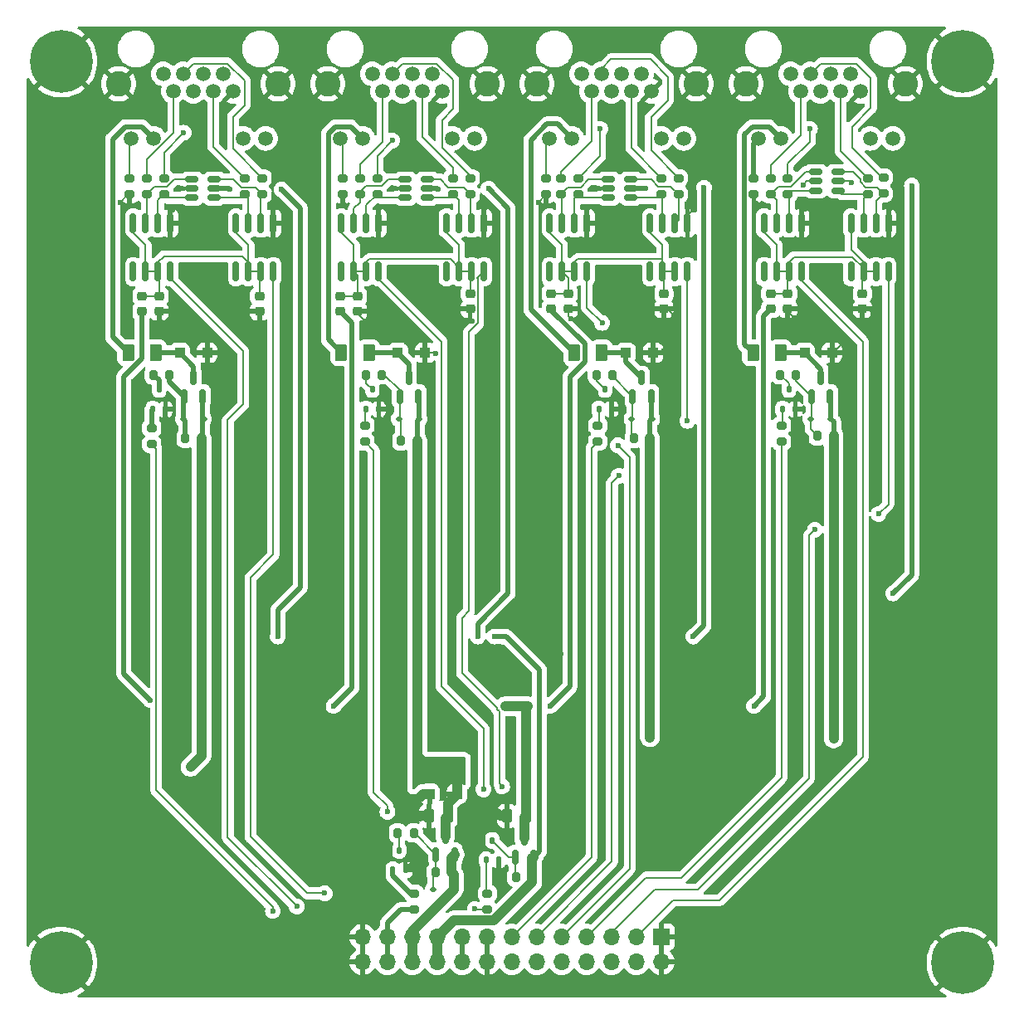
<source format=gtl>
G04 #@! TF.GenerationSoftware,KiCad,Pcbnew,8.0.5*
G04 #@! TF.CreationDate,2024-09-22T18:01:03+03:00*
G04 #@! TF.ProjectId,rioctrl-stepdir4,72696f63-7472-46c2-9d73-746570646972,rev?*
G04 #@! TF.SameCoordinates,Original*
G04 #@! TF.FileFunction,Copper,L1,Top*
G04 #@! TF.FilePolarity,Positive*
%FSLAX46Y46*%
G04 Gerber Fmt 4.6, Leading zero omitted, Abs format (unit mm)*
G04 Created by KiCad (PCBNEW 8.0.5) date 2024-09-22 18:01:03*
%MOMM*%
%LPD*%
G01*
G04 APERTURE LIST*
G04 Aperture macros list*
%AMRoundRect*
0 Rectangle with rounded corners*
0 $1 Rounding radius*
0 $2 $3 $4 $5 $6 $7 $8 $9 X,Y pos of 4 corners*
0 Add a 4 corners polygon primitive as box body*
4,1,4,$2,$3,$4,$5,$6,$7,$8,$9,$2,$3,0*
0 Add four circle primitives for the rounded corners*
1,1,$1+$1,$2,$3*
1,1,$1+$1,$4,$5*
1,1,$1+$1,$6,$7*
1,1,$1+$1,$8,$9*
0 Add four rect primitives between the rounded corners*
20,1,$1+$1,$2,$3,$4,$5,0*
20,1,$1+$1,$4,$5,$6,$7,0*
20,1,$1+$1,$6,$7,$8,$9,0*
20,1,$1+$1,$8,$9,$2,$3,0*%
G04 Aperture macros list end*
G04 #@! TA.AperFunction,SMDPad,CuDef*
%ADD10RoundRect,0.200000X0.275000X-0.200000X0.275000X0.200000X-0.275000X0.200000X-0.275000X-0.200000X0*%
G04 #@! TD*
G04 #@! TA.AperFunction,SMDPad,CuDef*
%ADD11RoundRect,0.250000X-0.300000X-0.300000X0.300000X-0.300000X0.300000X0.300000X-0.300000X0.300000X0*%
G04 #@! TD*
G04 #@! TA.AperFunction,SMDPad,CuDef*
%ADD12RoundRect,0.200000X-0.275000X0.200000X-0.275000X-0.200000X0.275000X-0.200000X0.275000X0.200000X0*%
G04 #@! TD*
G04 #@! TA.AperFunction,SMDPad,CuDef*
%ADD13RoundRect,0.150000X0.150000X-0.825000X0.150000X0.825000X-0.150000X0.825000X-0.150000X-0.825000X0*%
G04 #@! TD*
G04 #@! TA.AperFunction,SMDPad,CuDef*
%ADD14RoundRect,0.218750X0.256250X-0.218750X0.256250X0.218750X-0.256250X0.218750X-0.256250X-0.218750X0*%
G04 #@! TD*
G04 #@! TA.AperFunction,ComponentPad*
%ADD15R,1.700000X1.700000*%
G04 #@! TD*
G04 #@! TA.AperFunction,ComponentPad*
%ADD16O,1.700000X1.700000*%
G04 #@! TD*
G04 #@! TA.AperFunction,SMDPad,CuDef*
%ADD17RoundRect,0.150000X0.150000X-0.587500X0.150000X0.587500X-0.150000X0.587500X-0.150000X-0.587500X0*%
G04 #@! TD*
G04 #@! TA.AperFunction,ComponentPad*
%ADD18C,1.500000*%
G04 #@! TD*
G04 #@! TA.AperFunction,ComponentPad*
%ADD19C,2.600000*%
G04 #@! TD*
G04 #@! TA.AperFunction,SMDPad,CuDef*
%ADD20RoundRect,0.112500X-0.112500X-0.237500X0.112500X-0.237500X0.112500X0.237500X-0.112500X0.237500X0*%
G04 #@! TD*
G04 #@! TA.AperFunction,SMDPad,CuDef*
%ADD21RoundRect,0.250000X0.250000X0.475000X-0.250000X0.475000X-0.250000X-0.475000X0.250000X-0.475000X0*%
G04 #@! TD*
G04 #@! TA.AperFunction,SMDPad,CuDef*
%ADD22RoundRect,0.225000X-0.250000X0.225000X-0.250000X-0.225000X0.250000X-0.225000X0.250000X0.225000X0*%
G04 #@! TD*
G04 #@! TA.AperFunction,SMDPad,CuDef*
%ADD23RoundRect,0.250000X0.375000X0.625000X-0.375000X0.625000X-0.375000X-0.625000X0.375000X-0.625000X0*%
G04 #@! TD*
G04 #@! TA.AperFunction,SMDPad,CuDef*
%ADD24RoundRect,0.200000X0.200000X0.275000X-0.200000X0.275000X-0.200000X-0.275000X0.200000X-0.275000X0*%
G04 #@! TD*
G04 #@! TA.AperFunction,ComponentPad*
%ADD25C,0.800000*%
G04 #@! TD*
G04 #@! TA.AperFunction,ComponentPad*
%ADD26C,6.400000*%
G04 #@! TD*
G04 #@! TA.AperFunction,SMDPad,CuDef*
%ADD27RoundRect,0.112500X0.187500X0.112500X-0.187500X0.112500X-0.187500X-0.112500X0.187500X-0.112500X0*%
G04 #@! TD*
G04 #@! TA.AperFunction,SMDPad,CuDef*
%ADD28RoundRect,0.150000X-0.512500X-0.150000X0.512500X-0.150000X0.512500X0.150000X-0.512500X0.150000X0*%
G04 #@! TD*
G04 #@! TA.AperFunction,SMDPad,CuDef*
%ADD29RoundRect,0.250000X0.300000X0.300000X-0.300000X0.300000X-0.300000X-0.300000X0.300000X-0.300000X0*%
G04 #@! TD*
G04 #@! TA.AperFunction,ViaPad*
%ADD30C,0.600000*%
G04 #@! TD*
G04 #@! TA.AperFunction,Conductor*
%ADD31C,0.200000*%
G04 #@! TD*
G04 #@! TA.AperFunction,Conductor*
%ADD32C,1.000000*%
G04 #@! TD*
G04 #@! TA.AperFunction,Conductor*
%ADD33C,0.500000*%
G04 #@! TD*
G04 APERTURE END LIST*
D10*
G04 #@! TO.P,R18,1*
G04 #@! TO.N,/Step dir output 3/STEP_OUT_P*
X131750000Y-72575000D03*
G04 #@! TO.P,R18,2*
G04 #@! TO.N,/Step dir output 3/STEP_OUT_P_P*
X131750000Y-70925000D03*
G04 #@! TD*
G04 #@! TO.P,R11,1*
G04 #@! TO.N,/Step dir output 4/STEP_OUT_N*
X151387500Y-72575000D03*
G04 #@! TO.P,R11,2*
G04 #@! TO.N,/Step dir output 4/STEP_OUT_P_N*
X151387500Y-70925000D03*
G04 #@! TD*
D11*
G04 #@! TO.P,D4,1,A1*
G04 #@! TO.N,Net-(D4-A1)*
X154850000Y-88750000D03*
G04 #@! TO.P,D4,2,A2*
G04 #@! TO.N,GND*
X157650000Y-88750000D03*
G04 #@! TD*
D12*
G04 #@! TO.P,R13,1*
G04 #@! TO.N,Net-(Q7-G)*
X133750000Y-96175000D03*
G04 #@! TO.P,R13,2*
G04 #@! TO.N,/Slot input/S5*
X133750000Y-97825000D03*
G04 #@! TD*
D13*
G04 #@! TO.P,U1,1,RO*
G04 #@! TO.N,unconnected-(U1-RO-Pad1)*
X150732500Y-80475000D03*
G04 #@! TO.P,U1,2,~{RE}*
G04 #@! TO.N,Net-(U1-DE)*
X152002500Y-80475000D03*
G04 #@! TO.P,U1,3,DE*
X153272500Y-80475000D03*
G04 #@! TO.P,U1,4,DI*
G04 #@! TO.N,/Slot input/S0*
X154542500Y-80475000D03*
G04 #@! TO.P,U1,5,GND*
G04 #@! TO.N,GND*
X154542500Y-75525000D03*
G04 #@! TO.P,U1,6,A*
G04 #@! TO.N,/Step dir output 4/STEP_OUT_P*
X153272500Y-75525000D03*
G04 #@! TO.P,U1,7,B*
G04 #@! TO.N,/Step dir output 4/STEP_OUT_N*
X152002500Y-75525000D03*
G04 #@! TO.P,U1,8,VCC*
G04 #@! TO.N,Net-(U1-DE)*
X150732500Y-75525000D03*
G04 #@! TD*
D10*
G04 #@! TO.P,R10,1*
G04 #@! TO.N,/Step dir output 4/STEP_OUT_P*
X153137500Y-72575000D03*
G04 #@! TO.P,R10,2*
G04 #@! TO.N,/Step dir output 4/STEP_OUT_P_P*
X153137500Y-70925000D03*
G04 #@! TD*
D14*
G04 #@! TO.P,FB4,1*
G04 #@! TO.N,+5V_EN*
X87250000Y-84537500D03*
G04 #@! TO.P,FB4,2*
G04 #@! TO.N,Net-(U10-DE)*
X87250000Y-82962500D03*
G04 #@! TD*
D15*
G04 #@! TO.P,J1,1,Pin_1*
G04 #@! TO.N,GND*
X140225000Y-148350000D03*
D16*
G04 #@! TO.P,J1,2,Pin_2*
X140225000Y-150890000D03*
G04 #@! TO.P,J1,3,Pin_3*
G04 #@! TO.N,/Slot input/S0*
X137685000Y-148350000D03*
G04 #@! TO.P,J1,4,Pin_4*
G04 #@! TO.N,/Slot input/S6*
X137685000Y-150890000D03*
G04 #@! TO.P,J1,5,Pin_5*
G04 #@! TO.N,/Slot input/S1*
X135145000Y-148350000D03*
G04 #@! TO.P,J1,6,Pin_6*
G04 #@! TO.N,/Slot input/S7*
X135145000Y-150890000D03*
G04 #@! TO.P,J1,7,Pin_7*
G04 #@! TO.N,/Slot input/S2*
X132605000Y-148350000D03*
G04 #@! TO.P,J1,8,Pin_8*
G04 #@! TO.N,/Slot input/S8*
X132605000Y-150890000D03*
G04 #@! TO.P,J1,9,Pin_9*
G04 #@! TO.N,/Slot input/S3*
X130065000Y-148350000D03*
G04 #@! TO.P,J1,10,Pin_10*
G04 #@! TO.N,/Slot input/S9*
X130065000Y-150890000D03*
G04 #@! TO.P,J1,11,Pin_11*
G04 #@! TO.N,/Slot input/S4*
X127525000Y-148350000D03*
G04 #@! TO.P,J1,12,Pin_12*
G04 #@! TO.N,/Slot input/S10*
X127525000Y-150890000D03*
G04 #@! TO.P,J1,13,Pin_13*
G04 #@! TO.N,/Slot input/S5*
X124985000Y-148350000D03*
G04 #@! TO.P,J1,14,Pin_14*
G04 #@! TO.N,/Slot input/S11*
X124985000Y-150890000D03*
G04 #@! TO.P,J1,15,Pin_15*
G04 #@! TO.N,GND*
X122445000Y-148350000D03*
G04 #@! TO.P,J1,16,Pin_16*
X122445000Y-150890000D03*
G04 #@! TO.P,J1,17,Pin_17*
G04 #@! TO.N,+3V3*
X119905000Y-148350000D03*
G04 #@! TO.P,J1,18,Pin_18*
X119905000Y-150890000D03*
G04 #@! TO.P,J1,19,Pin_19*
G04 #@! TO.N,+5V*
X117365000Y-148350000D03*
G04 #@! TO.P,J1,20,Pin_20*
X117365000Y-150890000D03*
G04 #@! TO.P,J1,21,Pin_21*
G04 #@! TO.N,+24V*
X114825000Y-148350000D03*
G04 #@! TO.P,J1,22,Pin_22*
X114825000Y-150890000D03*
G04 #@! TO.P,J1,23,Pin_23*
G04 #@! TO.N,/Slot input/SlotEN*
X112285000Y-148350000D03*
G04 #@! TO.P,J1,24,Pin_24*
X112285000Y-150890000D03*
G04 #@! TO.P,J1,25,Pin_25*
G04 #@! TO.N,GND*
X109745000Y-148350000D03*
G04 #@! TO.P,J1,26,Pin_26*
X109745000Y-150890000D03*
G04 #@! TD*
D17*
G04 #@! TO.P,Q4,1,G*
G04 #@! TO.N,Net-(Q2-D)*
X125300000Y-140187500D03*
G04 #@! TO.P,Q4,2,S*
G04 #@! TO.N,+5V*
X127200000Y-140187500D03*
G04 #@! TO.P,Q4,3,D*
G04 #@! TO.N,+5V_EN*
X126250000Y-138312500D03*
G04 #@! TD*
D18*
G04 #@! TO.P,J2,1*
G04 #@! TO.N,/Step dir output 4/STEP_OUT_P_P*
X153430000Y-60290000D03*
G04 #@! TO.P,J2,2*
G04 #@! TO.N,/Step dir output 4/STEP_OUT_P_N*
X154450000Y-62070000D03*
G04 #@! TO.P,J2,3*
G04 #@! TO.N,/Step dir output 4/DIR_OUT_P_P*
X155470000Y-60290000D03*
G04 #@! TO.P,J2,4*
G04 #@! TO.N,/Step dir output 4/EN_OUT*
X156490000Y-62070000D03*
G04 #@! TO.P,J2,5*
G04 #@! TO.N,GND*
X157510000Y-60290000D03*
G04 #@! TO.P,J2,6*
G04 #@! TO.N,/Step dir output 4/DIR_OUT_P_N*
X158530000Y-62070000D03*
G04 #@! TO.P,J2,7*
G04 #@! TO.N,GND*
X159550000Y-60290000D03*
G04 #@! TO.P,J2,8*
X160570000Y-62070000D03*
G04 #@! TO.P,J2,9*
G04 #@! TO.N,Net-(J2-Pad9)*
X150140000Y-66880000D03*
G04 #@! TO.P,J2,10*
G04 #@! TO.N,/Step dir output 4/EN_OUT*
X152430000Y-66880000D03*
G04 #@! TO.P,J2,11*
G04 #@! TO.N,unconnected-(J2-Pad11)*
X161570000Y-66880000D03*
G04 #@! TO.P,J2,12*
G04 #@! TO.N,unconnected-(J2-Pad12)*
X163860000Y-66880000D03*
D19*
G04 #@! TO.P,J2,SH*
G04 #@! TO.N,GND*
X165130000Y-61310000D03*
X148870000Y-61310000D03*
G04 #@! TD*
D20*
G04 #@! TO.P,Q1,1,G*
G04 #@! TO.N,Net-(Q1-G)*
X112850000Y-141500000D03*
G04 #@! TO.P,Q1,2,S*
G04 #@! TO.N,GND*
X114150000Y-141500000D03*
G04 #@! TO.P,Q1,3,D*
G04 #@! TO.N,Net-(Q1-D)*
X113500000Y-139500000D03*
G04 #@! TD*
D17*
G04 #@! TO.P,Q12,1,G*
G04 #@! TO.N,Net-(D12-A)*
X91550000Y-93187500D03*
G04 #@! TO.P,Q12,2,S*
G04 #@! TO.N,+24V_EN*
X93450000Y-93187500D03*
G04 #@! TO.P,Q12,3,D*
G04 #@! TO.N,Net-(D13-A1)*
X92500000Y-91312500D03*
G04 #@! TD*
G04 #@! TO.P,Q6,1,G*
G04 #@! TO.N,Net-(D3-A)*
X155550000Y-93187500D03*
G04 #@! TO.P,Q6,2,S*
G04 #@! TO.N,+24V_EN*
X157450000Y-93187500D03*
G04 #@! TO.P,Q6,3,D*
G04 #@! TO.N,Net-(D4-A1)*
X156500000Y-91312500D03*
G04 #@! TD*
D21*
G04 #@! TO.P,C2,1*
G04 #@! TO.N,+5V_EN*
X126400000Y-136000000D03*
G04 #@! TO.P,C2,2*
G04 #@! TO.N,GND*
X124500000Y-136000000D03*
G04 #@! TD*
D20*
G04 #@! TO.P,Q5,1,G*
G04 #@! TO.N,Net-(Q5-G)*
X152600000Y-94500000D03*
G04 #@! TO.P,Q5,2,S*
G04 #@! TO.N,GND*
X153900000Y-94500000D03*
G04 #@! TO.P,Q5,3,D*
G04 #@! TO.N,Net-(Q5-D)*
X153250000Y-92500000D03*
G04 #@! TD*
D17*
G04 #@! TO.P,Q10,1,G*
G04 #@! TO.N,Net-(D9-A)*
X113550000Y-93187500D03*
G04 #@! TO.P,Q10,2,S*
G04 #@! TO.N,+24V_EN*
X115450000Y-93187500D03*
G04 #@! TO.P,Q10,3,D*
G04 #@! TO.N,Net-(D10-A1)*
X114500000Y-91312500D03*
G04 #@! TD*
D22*
G04 #@! TO.P,C3,1*
G04 #@! TO.N,Net-(U1-DE)*
X153137500Y-82725000D03*
G04 #@! TO.P,C3,2*
G04 #@! TO.N,GND*
X153137500Y-84275000D03*
G04 #@! TD*
D23*
G04 #@! TO.P,F2,1*
G04 #@! TO.N,Net-(D7-A1)*
X134150000Y-88750000D03*
G04 #@! TO.P,F2,2*
G04 #@! TO.N,/Step dir output 3/EN_OUT*
X131350000Y-88750000D03*
G04 #@! TD*
D22*
G04 #@! TO.P,C7,1*
G04 #@! TO.N,Net-(U7-DE)*
X109250000Y-82975000D03*
G04 #@! TO.P,C7,2*
G04 #@! TO.N,GND*
X109250000Y-84525000D03*
G04 #@! TD*
D17*
G04 #@! TO.P,Q8,1,G*
G04 #@! TO.N,Net-(D6-A)*
X137300000Y-93187500D03*
G04 #@! TO.P,Q8,2,S*
G04 #@! TO.N,+24V_EN*
X139200000Y-93187500D03*
G04 #@! TO.P,Q8,3,D*
G04 #@! TO.N,Net-(D7-A1)*
X138250000Y-91312500D03*
G04 #@! TD*
D12*
G04 #@! TO.P,R21,1*
G04 #@! TO.N,Net-(Q9-G)*
X110000000Y-96175000D03*
G04 #@! TO.P,R21,2*
G04 #@! TO.N,/Slot input/S8*
X110000000Y-97825000D03*
G04 #@! TD*
D24*
G04 #@! TO.P,R15,1*
G04 #@! TO.N,Net-(D3-A)*
X154000000Y-91000000D03*
G04 #@! TO.P,R15,2*
G04 #@! TO.N,Net-(Q5-D)*
X152350000Y-91000000D03*
G04 #@! TD*
D14*
G04 #@! TO.P,FB2,1*
G04 #@! TO.N,+5V_EN*
X129000000Y-84287500D03*
G04 #@! TO.P,FB2,2*
G04 #@! TO.N,Net-(U4-DE)*
X129000000Y-82712500D03*
G04 #@! TD*
D25*
G04 #@! TO.P,H4,1,1*
G04 #@! TO.N,GND*
X76600000Y-151000000D03*
X77302944Y-149302944D03*
X77302944Y-152697056D03*
X79000000Y-148600000D03*
D26*
X79000000Y-151000000D03*
D25*
X79000000Y-153400000D03*
X80697056Y-149302944D03*
X80697056Y-152697056D03*
X81400000Y-151000000D03*
G04 #@! TD*
D27*
G04 #@! TO.P,D3,1,K*
G04 #@! TO.N,+24V_EN*
X157550000Y-95500000D03*
G04 #@! TO.P,D3,2,A*
G04 #@! TO.N,Net-(D3-A)*
X155450000Y-95500000D03*
G04 #@! TD*
D25*
G04 #@! TO.P,H2,1,1*
G04 #@! TO.N,GND*
X168600000Y-59000000D03*
X169302944Y-57302944D03*
X169302944Y-60697056D03*
X171000000Y-56600000D03*
D26*
X171000000Y-59000000D03*
D25*
X171000000Y-61400000D03*
X172697056Y-57302944D03*
X172697056Y-60697056D03*
X173400000Y-59000000D03*
G04 #@! TD*
D22*
G04 #@! TO.P,C5,1*
G04 #@! TO.N,Net-(U4-DE)*
X130750000Y-82725000D03*
G04 #@! TO.P,C5,2*
G04 #@! TO.N,GND*
X130750000Y-84275000D03*
G04 #@! TD*
D11*
G04 #@! TO.P,D13,1,A1*
G04 #@! TO.N,Net-(D13-A1)*
X91100000Y-88750000D03*
G04 #@! TO.P,D13,2,A2*
G04 #@! TO.N,GND*
X93900000Y-88750000D03*
G04 #@! TD*
D23*
G04 #@! TO.P,F3,1*
G04 #@! TO.N,Net-(D10-A1)*
X110400000Y-88750000D03*
G04 #@! TO.P,F3,2*
G04 #@! TO.N,/Step dir output 2/EN_OUT*
X107600000Y-88750000D03*
G04 #@! TD*
D13*
G04 #@! TO.P,U7,1,RO*
G04 #@! TO.N,unconnected-(U7-RO-Pad1)*
X107595000Y-80475000D03*
G04 #@! TO.P,U7,2,~{RE}*
G04 #@! TO.N,Net-(U7-DE)*
X108865000Y-80475000D03*
G04 #@! TO.P,U7,3,DE*
X110135000Y-80475000D03*
G04 #@! TO.P,U7,4,DI*
G04 #@! TO.N,/Slot input/S6*
X111405000Y-80475000D03*
G04 #@! TO.P,U7,5,GND*
G04 #@! TO.N,GND*
X111405000Y-75525000D03*
G04 #@! TO.P,U7,6,A*
G04 #@! TO.N,/Step dir output 2/STEP_OUT_P*
X110135000Y-75525000D03*
G04 #@! TO.P,U7,7,B*
G04 #@! TO.N,/Step dir output 2/STEP_OUT_N*
X108865000Y-75525000D03*
G04 #@! TO.P,U7,8,VCC*
G04 #@! TO.N,Net-(U7-DE)*
X107595000Y-75525000D03*
G04 #@! TD*
D10*
G04 #@! TO.P,R17,1*
G04 #@! TO.N,/Step dir output 3/DIR_OUT_N*
X140250000Y-72575000D03*
G04 #@! TO.P,R17,2*
G04 #@! TO.N,/Step dir output 3/DIR_OUT_P_N*
X140250000Y-70925000D03*
G04 #@! TD*
D27*
G04 #@! TO.P,D1,1,K*
G04 #@! TO.N,+24V*
X119050000Y-143500000D03*
G04 #@! TO.P,D1,2,A*
G04 #@! TO.N,Net-(D1-A)*
X116950000Y-143500000D03*
G04 #@! TD*
D10*
G04 #@! TO.P,R26,1*
G04 #@! TO.N,/Step dir output 2/STEP_OUT_P*
X111250000Y-72575000D03*
G04 #@! TO.P,R26,2*
G04 #@! TO.N,/Step dir output 2/STEP_OUT_P_P*
X111250000Y-70925000D03*
G04 #@! TD*
D28*
G04 #@! TO.P,U6,1,I/O1*
G04 #@! TO.N,/Step dir output 3/STEP_OUT_N*
X134862500Y-71050000D03*
G04 #@! TO.P,U6,2,GND*
G04 #@! TO.N,GND*
X134862500Y-72000000D03*
G04 #@! TO.P,U6,3,I/O2*
G04 #@! TO.N,/Step dir output 3/STEP_OUT_P*
X134862500Y-72950000D03*
G04 #@! TO.P,U6,4,I/O3*
G04 #@! TO.N,/Step dir output 3/DIR_OUT_N*
X137137500Y-72950000D03*
G04 #@! TO.P,U6,5,VBUS*
G04 #@! TO.N,+5V*
X137137500Y-72000000D03*
G04 #@! TO.P,U6,6,I/O4*
G04 #@! TO.N,/Step dir output 3/DIR_OUT_P*
X137137500Y-71050000D03*
G04 #@! TD*
D24*
G04 #@! TO.P,R14,1*
G04 #@! TO.N,+24V_EN*
X139075000Y-97500000D03*
G04 #@! TO.P,R14,2*
G04 #@! TO.N,Net-(D6-A)*
X137425000Y-97500000D03*
G04 #@! TD*
D18*
G04 #@! TO.P,J4,1*
G04 #@! TO.N,/Step dir output 2/STEP_OUT_P_P*
X110763333Y-60290000D03*
G04 #@! TO.P,J4,2*
G04 #@! TO.N,/Step dir output 2/STEP_OUT_P_N*
X111783333Y-62070000D03*
G04 #@! TO.P,J4,3*
G04 #@! TO.N,/Step dir output 2/DIR_OUT_P_P*
X112803333Y-60290000D03*
G04 #@! TO.P,J4,4*
G04 #@! TO.N,/Step dir output 2/EN_OUT*
X113823333Y-62070000D03*
G04 #@! TO.P,J4,5*
G04 #@! TO.N,GND*
X114843333Y-60290000D03*
G04 #@! TO.P,J4,6*
G04 #@! TO.N,/Step dir output 2/DIR_OUT_P_N*
X115863333Y-62070000D03*
G04 #@! TO.P,J4,7*
G04 #@! TO.N,GND*
X116883333Y-60290000D03*
G04 #@! TO.P,J4,8*
X117903333Y-62070000D03*
G04 #@! TO.P,J4,9*
G04 #@! TO.N,Net-(J4-Pad9)*
X107473333Y-66880000D03*
G04 #@! TO.P,J4,10*
G04 #@! TO.N,/Step dir output 2/EN_OUT*
X109763333Y-66880000D03*
G04 #@! TO.P,J4,11*
G04 #@! TO.N,unconnected-(J4-Pad11)*
X118903333Y-66880000D03*
G04 #@! TO.P,J4,12*
G04 #@! TO.N,unconnected-(J4-Pad12)*
X121193333Y-66880000D03*
D19*
G04 #@! TO.P,J4,SH*
G04 #@! TO.N,GND*
X122463333Y-61310000D03*
X106203333Y-61310000D03*
G04 #@! TD*
D24*
G04 #@! TO.P,R7,1*
G04 #@! TO.N,Net-(D1-A)*
X115000000Y-137750000D03*
G04 #@! TO.P,R7,2*
G04 #@! TO.N,Net-(Q1-D)*
X113350000Y-137750000D03*
G04 #@! TD*
D27*
G04 #@! TO.P,D9,1,K*
G04 #@! TO.N,+24V_EN*
X115550000Y-95500000D03*
G04 #@! TO.P,D9,2,A*
G04 #@! TO.N,Net-(D9-A)*
X113450000Y-95500000D03*
G04 #@! TD*
D20*
G04 #@! TO.P,Q11,1,G*
G04 #@! TO.N,Net-(Q11-G)*
X88350000Y-94500000D03*
G04 #@! TO.P,Q11,2,S*
G04 #@! TO.N,GND*
X89650000Y-94500000D03*
G04 #@! TO.P,Q11,3,D*
G04 #@! TO.N,Net-(Q11-D)*
X89000000Y-92500000D03*
G04 #@! TD*
D12*
G04 #@! TO.P,R29,1*
G04 #@! TO.N,Net-(Q11-G)*
X88250000Y-96425000D03*
G04 #@! TO.P,R29,2*
G04 #@! TO.N,/Slot input/S11*
X88250000Y-98075000D03*
G04 #@! TD*
D20*
G04 #@! TO.P,Q9,1,G*
G04 #@! TO.N,Net-(Q9-G)*
X110100000Y-94500000D03*
G04 #@! TO.P,Q9,2,S*
G04 #@! TO.N,GND*
X111400000Y-94500000D03*
G04 #@! TO.P,Q9,3,D*
G04 #@! TO.N,Net-(Q9-D)*
X110750000Y-92500000D03*
G04 #@! TD*
D18*
G04 #@! TO.P,J3,1*
G04 #@! TO.N,/Step dir output 3/STEP_OUT_P_P*
X132096666Y-60290000D03*
G04 #@! TO.P,J3,2*
G04 #@! TO.N,/Step dir output 3/STEP_OUT_P_N*
X133116666Y-62070000D03*
G04 #@! TO.P,J3,3*
G04 #@! TO.N,/Step dir output 3/DIR_OUT_P_P*
X134136666Y-60290000D03*
G04 #@! TO.P,J3,4*
G04 #@! TO.N,/Step dir output 3/EN_OUT*
X135156666Y-62070000D03*
G04 #@! TO.P,J3,5*
G04 #@! TO.N,GND*
X136176666Y-60290000D03*
G04 #@! TO.P,J3,6*
G04 #@! TO.N,/Step dir output 3/DIR_OUT_P_N*
X137196666Y-62070000D03*
G04 #@! TO.P,J3,7*
G04 #@! TO.N,GND*
X138216666Y-60290000D03*
G04 #@! TO.P,J3,8*
X139236666Y-62070000D03*
G04 #@! TO.P,J3,9*
G04 #@! TO.N,Net-(J3-Pad9)*
X128806666Y-66880000D03*
G04 #@! TO.P,J3,10*
G04 #@! TO.N,/Step dir output 3/EN_OUT*
X131096666Y-66880000D03*
G04 #@! TO.P,J3,11*
G04 #@! TO.N,unconnected-(J3-Pad11)*
X140236666Y-66880000D03*
G04 #@! TO.P,J3,12*
G04 #@! TO.N,unconnected-(J3-Pad12)*
X142526666Y-66880000D03*
D19*
G04 #@! TO.P,J3,SH*
G04 #@! TO.N,GND*
X143796666Y-61310000D03*
X127536666Y-61310000D03*
G04 #@! TD*
D17*
G04 #@! TO.P,Q3,1,G*
G04 #@! TO.N,Net-(D1-A)*
X117250000Y-139937500D03*
G04 #@! TO.P,Q3,2,S*
G04 #@! TO.N,+24V*
X119150000Y-139937500D03*
G04 #@! TO.P,Q3,3,D*
G04 #@! TO.N,+24V_EN*
X118200000Y-138062500D03*
G04 #@! TD*
D22*
G04 #@! TO.P,C10,1*
G04 #@! TO.N,Net-(U10-DE)*
X99250000Y-82975000D03*
G04 #@! TO.P,C10,2*
G04 #@! TO.N,GND*
X99250000Y-84525000D03*
G04 #@! TD*
D24*
G04 #@! TO.P,R6,1*
G04 #@! TO.N,+24V_EN*
X157825000Y-97250000D03*
G04 #@! TO.P,R6,2*
G04 #@! TO.N,Net-(D3-A)*
X156175000Y-97250000D03*
G04 #@! TD*
G04 #@! TO.P,R3,1*
G04 #@! TO.N,+24V*
X118825000Y-141750000D03*
G04 #@! TO.P,R3,2*
G04 #@! TO.N,Net-(D1-A)*
X117175000Y-141750000D03*
G04 #@! TD*
D10*
G04 #@! TO.P,R16,1*
G04 #@! TO.N,/Step dir output 3/DIR_OUT_P*
X141990000Y-72575000D03*
G04 #@! TO.P,R16,2*
G04 #@! TO.N,/Step dir output 3/DIR_OUT_P_P*
X141990000Y-70925000D03*
G04 #@! TD*
G04 #@! TO.P,R19,1*
G04 #@! TO.N,/Step dir output 3/STEP_OUT_N*
X130000000Y-72575000D03*
G04 #@! TO.P,R19,2*
G04 #@! TO.N,/Step dir output 3/STEP_OUT_P_N*
X130000000Y-70925000D03*
G04 #@! TD*
D20*
G04 #@! TO.P,Q7,1,G*
G04 #@! TO.N,Net-(Q7-G)*
X133850000Y-94500000D03*
G04 #@! TO.P,Q7,2,S*
G04 #@! TO.N,GND*
X135150000Y-94500000D03*
G04 #@! TO.P,Q7,3,D*
G04 #@! TO.N,Net-(Q7-D)*
X134500000Y-92500000D03*
G04 #@! TD*
D12*
G04 #@! TO.P,R20,1*
G04 #@! TO.N,Net-(J3-Pad9)*
X128500000Y-70925000D03*
G04 #@! TO.P,R20,2*
G04 #@! TO.N,GND*
X128500000Y-72575000D03*
G04 #@! TD*
D22*
G04 #@! TO.P,C6,1*
G04 #@! TO.N,Net-(U4-DE)*
X140500000Y-82725000D03*
G04 #@! TO.P,C6,2*
G04 #@! TO.N,GND*
X140500000Y-84275000D03*
G04 #@! TD*
D27*
G04 #@! TO.P,D6,1,K*
G04 #@! TO.N,+24V_EN*
X139300000Y-95500000D03*
G04 #@! TO.P,D6,2,A*
G04 #@! TO.N,Net-(D6-A)*
X137200000Y-95500000D03*
G04 #@! TD*
D24*
G04 #@! TO.P,R23,1*
G04 #@! TO.N,Net-(D6-A)*
X135250000Y-91000000D03*
G04 #@! TO.P,R23,2*
G04 #@! TO.N,Net-(Q7-D)*
X133600000Y-91000000D03*
G04 #@! TD*
D11*
G04 #@! TO.P,D10,1,A1*
G04 #@! TO.N,Net-(D10-A1)*
X113350000Y-88750000D03*
G04 #@! TO.P,D10,2,A2*
G04 #@! TO.N,GND*
X116150000Y-88750000D03*
G04 #@! TD*
D12*
G04 #@! TO.P,R36,1*
G04 #@! TO.N,Net-(J5-Pad9)*
X86000000Y-70925000D03*
G04 #@! TO.P,R36,2*
G04 #@! TO.N,GND*
X86000000Y-72575000D03*
G04 #@! TD*
D13*
G04 #@! TO.P,U11,1,RO*
G04 #@! TO.N,unconnected-(U11-RO-Pad1)*
X96845000Y-80475000D03*
G04 #@! TO.P,U11,2,~{RE}*
G04 #@! TO.N,Net-(U10-DE)*
X98115000Y-80475000D03*
G04 #@! TO.P,U11,3,DE*
X99385000Y-80475000D03*
G04 #@! TO.P,U11,4,DI*
G04 #@! TO.N,/Slot input/S10*
X100655000Y-80475000D03*
G04 #@! TO.P,U11,5,GND*
G04 #@! TO.N,GND*
X100655000Y-75525000D03*
G04 #@! TO.P,U11,6,A*
G04 #@! TO.N,/Step dir output 1/DIR_OUT_P*
X99385000Y-75525000D03*
G04 #@! TO.P,U11,7,B*
G04 #@! TO.N,/Step dir output 1/DIR_OUT_N*
X98115000Y-75525000D03*
G04 #@! TO.P,U11,8,VCC*
G04 #@! TO.N,Net-(U10-DE)*
X96845000Y-75525000D03*
G04 #@! TD*
D11*
G04 #@! TO.P,D7,1,A1*
G04 #@! TO.N,Net-(D7-A1)*
X136600000Y-88750000D03*
G04 #@! TO.P,D7,2,A2*
G04 #@! TO.N,GND*
X139400000Y-88750000D03*
G04 #@! TD*
D10*
G04 #@! TO.P,R34,1*
G04 #@! TO.N,/Step dir output 1/STEP_OUT_P*
X89500000Y-72575000D03*
G04 #@! TO.P,R34,2*
G04 #@! TO.N,/Step dir output 1/STEP_OUT_P_P*
X89500000Y-70925000D03*
G04 #@! TD*
G04 #@! TO.P,R27,1*
G04 #@! TO.N,/Step dir output 2/STEP_OUT_N*
X109500000Y-72575000D03*
G04 #@! TO.P,R27,2*
G04 #@! TO.N,/Step dir output 2/STEP_OUT_P_N*
X109500000Y-70925000D03*
G04 #@! TD*
D12*
G04 #@! TO.P,R12,1*
G04 #@! TO.N,Net-(J2-Pad9)*
X149637500Y-70925000D03*
G04 #@! TO.P,R12,2*
G04 #@! TO.N,GND*
X149637500Y-72575000D03*
G04 #@! TD*
G04 #@! TO.P,R2,1*
G04 #@! TO.N,Net-(Q2-G)*
X122500000Y-143925000D03*
G04 #@! TO.P,R2,2*
G04 #@! TO.N,/Slot input/SlotEN*
X122500000Y-145575000D03*
G04 #@! TD*
D24*
G04 #@! TO.P,R22,1*
G04 #@! TO.N,+24V_EN*
X115325000Y-97750000D03*
G04 #@! TO.P,R22,2*
G04 #@! TO.N,Net-(D9-A)*
X113675000Y-97750000D03*
G04 #@! TD*
D13*
G04 #@! TO.P,U10,1,RO*
G04 #@! TO.N,unconnected-(U10-RO-Pad1)*
X86345000Y-80475000D03*
G04 #@! TO.P,U10,2,~{RE}*
G04 #@! TO.N,Net-(U10-DE)*
X87615000Y-80475000D03*
G04 #@! TO.P,U10,3,DE*
X88885000Y-80475000D03*
G04 #@! TO.P,U10,4,DI*
G04 #@! TO.N,/Slot input/S9*
X90155000Y-80475000D03*
G04 #@! TO.P,U10,5,GND*
G04 #@! TO.N,GND*
X90155000Y-75525000D03*
G04 #@! TO.P,U10,6,A*
G04 #@! TO.N,/Step dir output 1/STEP_OUT_P*
X88885000Y-75525000D03*
G04 #@! TO.P,U10,7,B*
G04 #@! TO.N,/Step dir output 1/STEP_OUT_N*
X87615000Y-75525000D03*
G04 #@! TO.P,U10,8,VCC*
G04 #@! TO.N,Net-(U10-DE)*
X86345000Y-75525000D03*
G04 #@! TD*
D20*
G04 #@! TO.P,Q2,1,G*
G04 #@! TO.N,Net-(Q2-G)*
X122350000Y-140500000D03*
G04 #@! TO.P,Q2,2,S*
G04 #@! TO.N,GND*
X123650000Y-140500000D03*
G04 #@! TO.P,Q2,3,D*
G04 #@! TO.N,Net-(Q2-D)*
X123000000Y-138500000D03*
G04 #@! TD*
D22*
G04 #@! TO.P,C9,1*
G04 #@! TO.N,Net-(U10-DE)*
X89000000Y-82975000D03*
G04 #@! TO.P,C9,2*
G04 #@! TO.N,GND*
X89000000Y-84525000D03*
G04 #@! TD*
D24*
G04 #@! TO.P,R30,1*
G04 #@! TO.N,+24V_EN*
X93325000Y-97500000D03*
G04 #@! TO.P,R30,2*
G04 #@! TO.N,Net-(D12-A)*
X91675000Y-97500000D03*
G04 #@! TD*
D10*
G04 #@! TO.P,R24,1*
G04 #@! TO.N,/Step dir output 2/DIR_OUT_P*
X120750000Y-72575000D03*
G04 #@! TO.P,R24,2*
G04 #@! TO.N,/Step dir output 2/DIR_OUT_P_P*
X120750000Y-70925000D03*
G04 #@! TD*
D23*
G04 #@! TO.P,F4,1*
G04 #@! TO.N,Net-(D13-A1)*
X88650000Y-88750000D03*
G04 #@! TO.P,F4,2*
G04 #@! TO.N,/Step dir output 1/EN_OUT*
X85850000Y-88750000D03*
G04 #@! TD*
G04 #@! TO.P,F1,1*
G04 #@! TO.N,Net-(D4-A1)*
X152400000Y-88750000D03*
G04 #@! TO.P,F1,2*
G04 #@! TO.N,/Step dir output 4/EN_OUT*
X149600000Y-88750000D03*
G04 #@! TD*
D14*
G04 #@! TO.P,FB1,1*
G04 #@! TO.N,+5V_EN*
X151387500Y-84287500D03*
G04 #@! TO.P,FB1,2*
G04 #@! TO.N,Net-(U1-DE)*
X151387500Y-82712500D03*
G04 #@! TD*
D10*
G04 #@! TO.P,R32,1*
G04 #@! TO.N,/Step dir output 1/DIR_OUT_P*
X99500000Y-72575000D03*
G04 #@! TO.P,R32,2*
G04 #@! TO.N,/Step dir output 1/DIR_OUT_P_P*
X99500000Y-70925000D03*
G04 #@! TD*
D13*
G04 #@! TO.P,U4,1,RO*
G04 #@! TO.N,unconnected-(U4-RO-Pad1)*
X128845000Y-80475000D03*
G04 #@! TO.P,U4,2,~{RE}*
G04 #@! TO.N,Net-(U4-DE)*
X130115000Y-80475000D03*
G04 #@! TO.P,U4,3,DE*
X131385000Y-80475000D03*
G04 #@! TO.P,U4,4,DI*
G04 #@! TO.N,/Slot input/S3*
X132655000Y-80475000D03*
G04 #@! TO.P,U4,5,GND*
G04 #@! TO.N,GND*
X132655000Y-75525000D03*
G04 #@! TO.P,U4,6,A*
G04 #@! TO.N,/Step dir output 3/STEP_OUT_P*
X131385000Y-75525000D03*
G04 #@! TO.P,U4,7,B*
G04 #@! TO.N,/Step dir output 3/STEP_OUT_N*
X130115000Y-75525000D03*
G04 #@! TO.P,U4,8,VCC*
G04 #@! TO.N,Net-(U4-DE)*
X128845000Y-75525000D03*
G04 #@! TD*
D22*
G04 #@! TO.P,C8,1*
G04 #@! TO.N,Net-(U7-DE)*
X120750000Y-82725000D03*
G04 #@! TO.P,C8,2*
G04 #@! TO.N,GND*
X120750000Y-84275000D03*
G04 #@! TD*
D10*
G04 #@! TO.P,R25,1*
G04 #@! TO.N,/Step dir output 2/DIR_OUT_N*
X119000000Y-72575000D03*
G04 #@! TO.P,R25,2*
G04 #@! TO.N,/Step dir output 2/DIR_OUT_P_N*
X119000000Y-70925000D03*
G04 #@! TD*
D24*
G04 #@! TO.P,R31,1*
G04 #@! TO.N,Net-(D9-A)*
X111750000Y-91000000D03*
G04 #@! TO.P,R31,2*
G04 #@! TO.N,Net-(Q9-D)*
X110100000Y-91000000D03*
G04 #@! TD*
D13*
G04 #@! TO.P,U2,1,RO*
G04 #@! TO.N,unconnected-(U2-RO-Pad1)*
X159595000Y-80475000D03*
G04 #@! TO.P,U2,2,~{RE}*
G04 #@! TO.N,Net-(U1-DE)*
X160865000Y-80475000D03*
G04 #@! TO.P,U2,3,DE*
X162135000Y-80475000D03*
G04 #@! TO.P,U2,4,DI*
G04 #@! TO.N,/Slot input/S1*
X163405000Y-80475000D03*
G04 #@! TO.P,U2,5,GND*
G04 #@! TO.N,GND*
X163405000Y-75525000D03*
G04 #@! TO.P,U2,6,A*
G04 #@! TO.N,/Step dir output 4/DIR_OUT_P*
X162135000Y-75525000D03*
G04 #@! TO.P,U2,7,B*
G04 #@! TO.N,/Step dir output 4/DIR_OUT_N*
X160865000Y-75525000D03*
G04 #@! TO.P,U2,8,VCC*
G04 #@! TO.N,Net-(U1-DE)*
X159595000Y-75525000D03*
G04 #@! TD*
D22*
G04 #@! TO.P,C4,1*
G04 #@! TO.N,Net-(U1-DE)*
X160750000Y-82725000D03*
G04 #@! TO.P,C4,2*
G04 #@! TO.N,GND*
X160750000Y-84275000D03*
G04 #@! TD*
D12*
G04 #@! TO.P,R28,1*
G04 #@! TO.N,Net-(J4-Pad9)*
X107750000Y-70925000D03*
G04 #@! TO.P,R28,2*
G04 #@! TO.N,GND*
X107750000Y-72575000D03*
G04 #@! TD*
D14*
G04 #@! TO.P,FB3,1*
G04 #@! TO.N,+5V_EN*
X107500000Y-84537500D03*
G04 #@! TO.P,FB3,2*
G04 #@! TO.N,Net-(U7-DE)*
X107500000Y-82962500D03*
G04 #@! TD*
D10*
G04 #@! TO.P,R33,1*
G04 #@! TO.N,/Step dir output 1/DIR_OUT_N*
X97750000Y-72575000D03*
G04 #@! TO.P,R33,2*
G04 #@! TO.N,/Step dir output 1/DIR_OUT_P_N*
X97750000Y-70925000D03*
G04 #@! TD*
D24*
G04 #@! TO.P,R37,1*
G04 #@! TO.N,Net-(D12-A)*
X90075000Y-91000000D03*
G04 #@! TO.P,R37,2*
G04 #@! TO.N,Net-(Q11-D)*
X88425000Y-91000000D03*
G04 #@! TD*
D25*
G04 #@! TO.P,H1,1,1*
G04 #@! TO.N,GND*
X76600000Y-59000000D03*
X77302944Y-57302944D03*
X77302944Y-60697056D03*
X79000000Y-56600000D03*
D26*
X79000000Y-59000000D03*
D25*
X79000000Y-61400000D03*
X80697056Y-57302944D03*
X80697056Y-60697056D03*
X81400000Y-59000000D03*
G04 #@! TD*
D12*
G04 #@! TO.P,R1,1*
G04 #@! TO.N,Net-(Q1-G)*
X115000000Y-143925000D03*
G04 #@! TO.P,R1,2*
G04 #@! TO.N,/Slot input/SlotEN*
X115000000Y-145575000D03*
G04 #@! TD*
D10*
G04 #@! TO.P,R35,1*
G04 #@! TO.N,/Step dir output 1/STEP_OUT_N*
X87750000Y-72575000D03*
G04 #@! TO.P,R35,2*
G04 #@! TO.N,/Step dir output 1/STEP_OUT_P_N*
X87750000Y-70925000D03*
G04 #@! TD*
D29*
G04 #@! TO.P,D2,1,A1*
G04 #@! TO.N,+24V_EN*
X119400000Y-133750000D03*
G04 #@! TO.P,D2,2,A2*
G04 #@! TO.N,GND*
X116600000Y-133750000D03*
G04 #@! TD*
D13*
G04 #@! TO.P,U5,1,RO*
G04 #@! TO.N,unconnected-(U5-RO-Pad1)*
X139095000Y-80475000D03*
G04 #@! TO.P,U5,2,~{RE}*
G04 #@! TO.N,Net-(U4-DE)*
X140365000Y-80475000D03*
G04 #@! TO.P,U5,3,DE*
X141635000Y-80475000D03*
G04 #@! TO.P,U5,4,DI*
G04 #@! TO.N,/Slot input/S4*
X142905000Y-80475000D03*
G04 #@! TO.P,U5,5,GND*
G04 #@! TO.N,GND*
X142905000Y-75525000D03*
G04 #@! TO.P,U5,6,A*
G04 #@! TO.N,/Step dir output 3/DIR_OUT_P*
X141635000Y-75525000D03*
G04 #@! TO.P,U5,7,B*
G04 #@! TO.N,/Step dir output 3/DIR_OUT_N*
X140365000Y-75525000D03*
G04 #@! TO.P,U5,8,VCC*
G04 #@! TO.N,Net-(U4-DE)*
X139095000Y-75525000D03*
G04 #@! TD*
D27*
G04 #@! TO.P,D12,1,K*
G04 #@! TO.N,+24V_EN*
X93550000Y-95500000D03*
G04 #@! TO.P,D12,2,A*
G04 #@! TO.N,Net-(D12-A)*
X91450000Y-95500000D03*
G04 #@! TD*
D25*
G04 #@! TO.P,H3,1,1*
G04 #@! TO.N,GND*
X168600000Y-151000000D03*
X169302944Y-149302944D03*
X169302944Y-152697056D03*
X171000000Y-148600000D03*
D26*
X171000000Y-151000000D03*
D25*
X171000000Y-153400000D03*
X172697056Y-149302944D03*
X172697056Y-152697056D03*
X173400000Y-151000000D03*
G04 #@! TD*
D12*
G04 #@! TO.P,R5,1*
G04 #@! TO.N,Net-(Q5-G)*
X152500000Y-96175000D03*
G04 #@! TO.P,R5,2*
G04 #@! TO.N,/Slot input/S2*
X152500000Y-97825000D03*
G04 #@! TD*
D10*
G04 #@! TO.P,R8,1*
G04 #@! TO.N,/Step dir output 4/DIR_OUT_P*
X162900000Y-72525000D03*
G04 #@! TO.P,R8,2*
G04 #@! TO.N,/Step dir output 4/DIR_OUT_P_P*
X162900000Y-70875000D03*
G04 #@! TD*
D18*
G04 #@! TO.P,J5,1*
G04 #@! TO.N,/Step dir output 1/STEP_OUT_P_P*
X89430000Y-60290000D03*
G04 #@! TO.P,J5,2*
G04 #@! TO.N,/Step dir output 1/STEP_OUT_P_N*
X90450000Y-62070000D03*
G04 #@! TO.P,J5,3*
G04 #@! TO.N,/Step dir output 1/DIR_OUT_P_P*
X91470000Y-60290000D03*
G04 #@! TO.P,J5,4*
G04 #@! TO.N,/Step dir output 1/EN_OUT*
X92490000Y-62070000D03*
G04 #@! TO.P,J5,5*
G04 #@! TO.N,GND*
X93510000Y-60290000D03*
G04 #@! TO.P,J5,6*
G04 #@! TO.N,/Step dir output 1/DIR_OUT_P_N*
X94530000Y-62070000D03*
G04 #@! TO.P,J5,7*
G04 #@! TO.N,GND*
X95550000Y-60290000D03*
G04 #@! TO.P,J5,8*
X96570000Y-62070000D03*
G04 #@! TO.P,J5,9*
G04 #@! TO.N,Net-(J5-Pad9)*
X86140000Y-66880000D03*
G04 #@! TO.P,J5,10*
G04 #@! TO.N,/Step dir output 1/EN_OUT*
X88430000Y-66880000D03*
G04 #@! TO.P,J5,11*
G04 #@! TO.N,unconnected-(J5-Pad11)*
X97570000Y-66880000D03*
G04 #@! TO.P,J5,12*
G04 #@! TO.N,unconnected-(J5-Pad12)*
X99860000Y-66880000D03*
D19*
G04 #@! TO.P,J5,SH*
G04 #@! TO.N,GND*
X101130000Y-61310000D03*
X84870000Y-61310000D03*
G04 #@! TD*
D24*
G04 #@! TO.P,R4,1*
G04 #@! TO.N,+5V*
X127075000Y-142250000D03*
G04 #@! TO.P,R4,2*
G04 #@! TO.N,Net-(Q2-D)*
X125425000Y-142250000D03*
G04 #@! TD*
D21*
G04 #@! TO.P,C1,1*
G04 #@! TO.N,+24V_EN*
X118450000Y-136000000D03*
G04 #@! TO.P,C1,2*
G04 #@! TO.N,GND*
X116550000Y-136000000D03*
G04 #@! TD*
D28*
G04 #@! TO.P,U3,1,I/O1*
G04 #@! TO.N,/Step dir output 4/STEP_OUT_N*
X156000000Y-70300000D03*
G04 #@! TO.P,U3,2,GND*
G04 #@! TO.N,GND*
X156000000Y-71250000D03*
G04 #@! TO.P,U3,3,I/O2*
G04 #@! TO.N,/Step dir output 4/STEP_OUT_P*
X156000000Y-72200000D03*
G04 #@! TO.P,U3,4,I/O3*
G04 #@! TO.N,/Step dir output 4/DIR_OUT_N*
X158275000Y-72200000D03*
G04 #@! TO.P,U3,5,VBUS*
G04 #@! TO.N,+5V*
X158275000Y-71250000D03*
G04 #@! TO.P,U3,6,I/O4*
G04 #@! TO.N,/Step dir output 4/DIR_OUT_P*
X158275000Y-70300000D03*
G04 #@! TD*
D13*
G04 #@! TO.P,U8,1,RO*
G04 #@! TO.N,unconnected-(U8-RO-Pad1)*
X118345000Y-80475000D03*
G04 #@! TO.P,U8,2,~{RE}*
G04 #@! TO.N,Net-(U7-DE)*
X119615000Y-80475000D03*
G04 #@! TO.P,U8,3,DE*
X120885000Y-80475000D03*
G04 #@! TO.P,U8,4,DI*
G04 #@! TO.N,/Slot input/S7*
X122155000Y-80475000D03*
G04 #@! TO.P,U8,5,GND*
G04 #@! TO.N,GND*
X122155000Y-75525000D03*
G04 #@! TO.P,U8,6,A*
G04 #@! TO.N,/Step dir output 2/DIR_OUT_P*
X120885000Y-75525000D03*
G04 #@! TO.P,U8,7,B*
G04 #@! TO.N,/Step dir output 2/DIR_OUT_N*
X119615000Y-75525000D03*
G04 #@! TO.P,U8,8,VCC*
G04 #@! TO.N,Net-(U7-DE)*
X118345000Y-75525000D03*
G04 #@! TD*
D28*
G04 #@! TO.P,U9,1,I/O1*
G04 #@! TO.N,/Step dir output 2/STEP_OUT_N*
X114112500Y-71050000D03*
G04 #@! TO.P,U9,2,GND*
G04 #@! TO.N,GND*
X114112500Y-72000000D03*
G04 #@! TO.P,U9,3,I/O2*
G04 #@! TO.N,/Step dir output 2/STEP_OUT_P*
X114112500Y-72950000D03*
G04 #@! TO.P,U9,4,I/O3*
G04 #@! TO.N,/Step dir output 2/DIR_OUT_N*
X116387500Y-72950000D03*
G04 #@! TO.P,U9,5,VBUS*
G04 #@! TO.N,+5V*
X116387500Y-72000000D03*
G04 #@! TO.P,U9,6,I/O4*
G04 #@! TO.N,/Step dir output 2/DIR_OUT_P*
X116387500Y-71050000D03*
G04 #@! TD*
G04 #@! TO.P,U12,1,I/O1*
G04 #@! TO.N,/Step dir output 1/STEP_OUT_N*
X92362500Y-71050000D03*
G04 #@! TO.P,U12,2,GND*
G04 #@! TO.N,GND*
X92362500Y-72000000D03*
G04 #@! TO.P,U12,3,I/O2*
G04 #@! TO.N,/Step dir output 1/STEP_OUT_P*
X92362500Y-72950000D03*
G04 #@! TO.P,U12,4,I/O3*
G04 #@! TO.N,/Step dir output 1/DIR_OUT_N*
X94637500Y-72950000D03*
G04 #@! TO.P,U12,5,VBUS*
G04 #@! TO.N,+5V*
X94637500Y-72000000D03*
G04 #@! TO.P,U12,6,I/O4*
G04 #@! TO.N,/Step dir output 1/DIR_OUT_P*
X94637500Y-71050000D03*
G04 #@! TD*
D10*
G04 #@! TO.P,R9,1*
G04 #@! TO.N,/Step dir output 4/DIR_OUT_N*
X161300000Y-72575000D03*
G04 #@! TO.P,R9,2*
G04 #@! TO.N,/Step dir output 4/DIR_OUT_P_N*
X161300000Y-70925000D03*
G04 #@! TD*
D30*
G04 #@! TO.N,GND*
X105700000Y-109700000D03*
X91100000Y-112400000D03*
X111500000Y-95500000D03*
X123500000Y-135700000D03*
X82600000Y-110500000D03*
X143500000Y-74200000D03*
X112900000Y-72000000D03*
X147900000Y-131300000D03*
X153900000Y-130900000D03*
X104400000Y-71700000D03*
X130000000Y-119500000D03*
X115600000Y-134100000D03*
X89200000Y-85600000D03*
X108200000Y-138600000D03*
X157500000Y-81000000D03*
X149900000Y-73500000D03*
X102000000Y-83000000D03*
X156400000Y-123800000D03*
X122400000Y-112300000D03*
X154700000Y-71600000D03*
X158700000Y-87800000D03*
X113300000Y-127800000D03*
X91100000Y-119600000D03*
X146800000Y-121200000D03*
X93100000Y-81100000D03*
X135500000Y-77000000D03*
X93300000Y-68700000D03*
X142100000Y-102300000D03*
X105200000Y-121600000D03*
X154900000Y-74100000D03*
X156400000Y-112300000D03*
X140500000Y-88600000D03*
X143000000Y-77500000D03*
X142100000Y-113300000D03*
X164500000Y-85500000D03*
X80200000Y-65800000D03*
X134200000Y-139000000D03*
X163600000Y-74000000D03*
X114900000Y-67700000D03*
X95100000Y-88700000D03*
X115400000Y-141100000D03*
X103800000Y-65300000D03*
X90400000Y-74200000D03*
X163000000Y-78000000D03*
X87200000Y-142000000D03*
X97200000Y-136500000D03*
X146500000Y-70400000D03*
X99400000Y-114800000D03*
X111500000Y-77500000D03*
X159500000Y-99800000D03*
X142400000Y-135400000D03*
X113400000Y-121100000D03*
X146300000Y-57800000D03*
X122300000Y-73900000D03*
X89750000Y-95500000D03*
X107500000Y-151100000D03*
X94900000Y-121400000D03*
X92400000Y-149900000D03*
X98900000Y-103200000D03*
X157200000Y-130300000D03*
X132700000Y-74000000D03*
X133500000Y-72000000D03*
X107800000Y-73600000D03*
X93500000Y-134300000D03*
X91200000Y-72000000D03*
X115600000Y-136100000D03*
X168700000Y-64900000D03*
X157200000Y-67200000D03*
X149400000Y-150700000D03*
X110000000Y-85500000D03*
X128900000Y-94600000D03*
X93000000Y-77500000D03*
X99300000Y-85500000D03*
X118900000Y-120700000D03*
X97200000Y-121300000D03*
X147000000Y-78000000D03*
X154300000Y-95500000D03*
X124800000Y-58400000D03*
X169800000Y-112400000D03*
X124900000Y-69300000D03*
X153800000Y-85200000D03*
X171000000Y-68400000D03*
X90500000Y-105300000D03*
X127700000Y-73400000D03*
X124000000Y-141700000D03*
X117000000Y-77500000D03*
X136000000Y-81500000D03*
X136100000Y-138800000D03*
X107400000Y-127800000D03*
X141500000Y-84900000D03*
X115500000Y-81000000D03*
X134100000Y-121100000D03*
X103500000Y-58300000D03*
X128300000Y-112400000D03*
X131000000Y-85300000D03*
X146500000Y-85600000D03*
X122400000Y-120300000D03*
X86700000Y-128600000D03*
X90700000Y-127900000D03*
X123000000Y-78500000D03*
X154400000Y-99600000D03*
X87000000Y-99200000D03*
X87300000Y-110100000D03*
X130500000Y-138600000D03*
X131600000Y-131300000D03*
X159400000Y-124800000D03*
X158100000Y-139400000D03*
X97400000Y-109700000D03*
X136100000Y-109700000D03*
X147500000Y-108900000D03*
X136100000Y-67300000D03*
X154000000Y-78000000D03*
X85000000Y-73400000D03*
X101000000Y-73900000D03*
X117200000Y-88800000D03*
X105200000Y-135200000D03*
X91000000Y-122300000D03*
X81800000Y-77200000D03*
X142000000Y-121500000D03*
X111500000Y-73900000D03*
X100500000Y-78000000D03*
X161800000Y-84800000D03*
X119000000Y-113900000D03*
X120900000Y-85500000D03*
X153900000Y-124100000D03*
X135500000Y-95500000D03*
G04 #@! TO.N,+5V*
X124000000Y-117700000D03*
X165800000Y-71700000D03*
X117500000Y-72100000D03*
X138600000Y-72000000D03*
X143500000Y-117700000D03*
X121500000Y-117700000D03*
X101500000Y-72100000D03*
X163900000Y-113300000D03*
X123200000Y-117700000D03*
X144600000Y-71900000D03*
X122600000Y-72000000D03*
X101100000Y-117700000D03*
X159600000Y-71400000D03*
X96200000Y-72100000D03*
G04 #@! TO.N,/Slot input/S6*
X122100000Y-133300000D03*
G04 #@! TO.N,/Slot input/S11*
X100600000Y-145700000D03*
G04 #@! TO.N,/Slot input/SlotEN*
X121200000Y-145500000D03*
G04 #@! TO.N,/Slot input/S10*
X105900000Y-143900000D03*
G04 #@! TO.N,/Slot input/S7*
X124000000Y-133000000D03*
G04 #@! TO.N,/Slot input/S3*
X135800000Y-98200000D03*
X134200000Y-85700000D03*
G04 #@! TO.N,/Slot input/S4*
X135900000Y-101300000D03*
X142900000Y-95700000D03*
G04 #@! TO.N,/Slot input/S9*
X103050000Y-145250000D03*
G04 #@! TO.N,/Slot input/S8*
X112300000Y-135600000D03*
G04 #@! TO.N,/Slot input/S1*
X162400000Y-105200000D03*
X155900000Y-106800000D03*
G04 #@! TO.N,/Step dir output 4/STEP_OUT_P_P*
X155400000Y-65900000D03*
G04 #@! TO.N,+24V_EN*
X116400000Y-131000000D03*
X139075000Y-128000000D03*
X119300000Y-131000000D03*
X115200000Y-131000000D03*
X157825000Y-128100000D03*
X92200000Y-131000000D03*
X117800000Y-131000000D03*
G04 #@! TO.N,+5V_EN*
X88100000Y-124200000D03*
X125300000Y-124800000D03*
X124200000Y-124800000D03*
X149700000Y-124800000D03*
X128900000Y-124800000D03*
X106800000Y-124800000D03*
X126600000Y-124800000D03*
G04 #@! TO.N,/Step dir output 1/STEP_OUT_P_P*
X91500000Y-66300000D03*
G04 #@! TO.N,/Step dir output 2/STEP_OUT_P_P*
X112800000Y-67100000D03*
G04 #@! TO.N,/Step dir output 3/STEP_OUT_P_P*
X134000000Y-65900000D03*
G04 #@! TD*
D31*
G04 #@! TO.N,GND*
X111500000Y-94600000D02*
X111400000Y-94500000D01*
X160750000Y-84275000D02*
X161275000Y-84275000D01*
X132655000Y-75525000D02*
X132655000Y-74045000D01*
X154300000Y-95500000D02*
X153900000Y-95100000D01*
X142905000Y-75525000D02*
X142905000Y-74795000D01*
X117150000Y-88750000D02*
X117200000Y-88800000D01*
X154542500Y-75525000D02*
X154542500Y-74457500D01*
X132655000Y-74045000D02*
X132700000Y-74000000D01*
X142905000Y-74795000D02*
X143500000Y-74200000D01*
X149637500Y-72575000D02*
X149637500Y-73237500D01*
X111500000Y-95500000D02*
X111500000Y-94600000D01*
X140500000Y-84275000D02*
X140875000Y-84275000D01*
X120750000Y-85350000D02*
X120900000Y-85500000D01*
D32*
X123800000Y-136000000D02*
X123500000Y-135700000D01*
D31*
X90155000Y-74445000D02*
X90400000Y-74200000D01*
X154542500Y-74457500D02*
X154900000Y-74100000D01*
X95050000Y-88750000D02*
X95100000Y-88700000D01*
X99250000Y-84525000D02*
X99250000Y-85450000D01*
X122155000Y-75525000D02*
X122155000Y-74045000D01*
X135500000Y-95500000D02*
X135150000Y-95150000D01*
X122155000Y-74045000D02*
X122300000Y-73900000D01*
X100655000Y-74245000D02*
X101000000Y-73900000D01*
X128500000Y-72600000D02*
X127700000Y-73400000D01*
D32*
X115700000Y-136000000D02*
X115600000Y-136100000D01*
D31*
X139400000Y-88750000D02*
X140350000Y-88750000D01*
X123650000Y-140500000D02*
X123650000Y-141350000D01*
X111405000Y-73995000D02*
X111500000Y-73900000D01*
X163405000Y-74195000D02*
X163600000Y-74000000D01*
X100655000Y-75525000D02*
X100655000Y-74245000D01*
X130750000Y-85050000D02*
X131000000Y-85300000D01*
D32*
X116550000Y-136000000D02*
X115700000Y-136000000D01*
D33*
X89750000Y-95500000D02*
X89650000Y-95400000D01*
X122445000Y-148350000D02*
X122445000Y-150890000D01*
D31*
X163405000Y-75525000D02*
X163405000Y-74195000D01*
X92362500Y-72000000D02*
X91200000Y-72000000D01*
X99250000Y-85450000D02*
X99300000Y-85500000D01*
D32*
X115950000Y-133750000D02*
X115600000Y-134100000D01*
D31*
X93900000Y-88750000D02*
X95050000Y-88750000D01*
X123650000Y-141350000D02*
X124000000Y-141700000D01*
D33*
X114150000Y-141500000D02*
X114550000Y-141100000D01*
D31*
X89000000Y-84525000D02*
X89000000Y-85400000D01*
X155050000Y-71250000D02*
X154700000Y-71600000D01*
X157650000Y-88750000D02*
X157750000Y-88750000D01*
X130750000Y-84275000D02*
X130750000Y-85050000D01*
D33*
X114550000Y-141100000D02*
X115400000Y-141100000D01*
D31*
X153137500Y-84537500D02*
X153800000Y-85200000D01*
X90155000Y-75525000D02*
X90155000Y-74445000D01*
X111405000Y-75525000D02*
X111405000Y-73995000D01*
D32*
X116600000Y-133750000D02*
X115950000Y-133750000D01*
D31*
X109250000Y-84750000D02*
X110000000Y-85500000D01*
X134862500Y-72000000D02*
X133500000Y-72000000D01*
X86000000Y-72575000D02*
X85825000Y-72575000D01*
X120750000Y-84275000D02*
X120750000Y-85350000D01*
X140875000Y-84275000D02*
X141500000Y-84900000D01*
X153137500Y-84275000D02*
X153137500Y-84537500D01*
X107750000Y-73550000D02*
X107800000Y-73600000D01*
X157750000Y-88750000D02*
X158700000Y-87800000D01*
X85825000Y-72575000D02*
X85000000Y-73400000D01*
X153900000Y-95100000D02*
X153900000Y-94500000D01*
X140350000Y-88750000D02*
X140500000Y-88600000D01*
X149637500Y-73237500D02*
X149900000Y-73500000D01*
X135150000Y-95150000D02*
X135150000Y-94500000D01*
X89000000Y-85400000D02*
X89200000Y-85600000D01*
X114112500Y-72000000D02*
X112900000Y-72000000D01*
X161275000Y-84275000D02*
X161800000Y-84800000D01*
D33*
X89650000Y-95400000D02*
X89650000Y-94500000D01*
D31*
X128500000Y-72575000D02*
X128500000Y-72600000D01*
X116150000Y-88750000D02*
X117150000Y-88750000D01*
X107750000Y-72575000D02*
X107750000Y-73550000D01*
X109250000Y-84525000D02*
X109250000Y-84750000D01*
D32*
X124500000Y-136000000D02*
X123800000Y-136000000D01*
D31*
X156000000Y-71250000D02*
X155050000Y-71250000D01*
G04 #@! TO.N,Net-(U1-DE)*
X160865000Y-79500001D02*
X159595000Y-78230001D01*
X153272500Y-79500001D02*
X153772501Y-79000000D01*
X162135000Y-80475000D02*
X160865000Y-80475000D01*
X151387500Y-82712500D02*
X153125000Y-82712500D01*
X152002500Y-77769999D02*
X152002500Y-80475000D01*
X160865000Y-80129448D02*
X160865000Y-80475000D01*
X159735552Y-79000000D02*
X160865000Y-80129448D01*
X153137500Y-80610000D02*
X153272500Y-80475000D01*
X150732500Y-75525000D02*
X150732500Y-76499999D01*
X153272500Y-80475000D02*
X153272500Y-79500001D01*
X160750000Y-82725000D02*
X160750000Y-80590000D01*
X153125000Y-82712500D02*
X153137500Y-82725000D01*
X153137500Y-82725000D02*
X153137500Y-80610000D01*
X150732500Y-76499999D02*
X152002500Y-77769999D01*
X160865000Y-80475000D02*
X160865000Y-79500001D01*
X159595000Y-78230001D02*
X159595000Y-75525000D01*
X153772501Y-79000000D02*
X159735552Y-79000000D01*
X153272500Y-80475000D02*
X152002500Y-80475000D01*
X160750000Y-80590000D02*
X160865000Y-80475000D01*
G04 #@! TO.N,Net-(D1-A)*
X116950000Y-141975000D02*
X117175000Y-141750000D01*
X117250000Y-141675000D02*
X117175000Y-141750000D01*
X115000000Y-137750000D02*
X115062500Y-137750000D01*
X116950000Y-143500000D02*
X116950000Y-141975000D01*
X115062500Y-137750000D02*
X117250000Y-139937500D01*
X117250000Y-139937500D02*
X117250000Y-141675000D01*
D32*
G04 #@! TO.N,+24V*
X114825000Y-148350000D02*
X114825000Y-150890000D01*
X119050000Y-143500000D02*
X114825000Y-147725000D01*
X118825000Y-140262500D02*
X119150000Y-139937500D01*
X114825000Y-147725000D02*
X114825000Y-148350000D01*
X119050000Y-143500000D02*
X119050000Y-141975000D01*
X119050000Y-141975000D02*
X118825000Y-141750000D01*
X118825000Y-141750000D02*
X118825000Y-140262500D01*
D31*
G04 #@! TO.N,Net-(D3-A)*
X155550000Y-93187500D02*
X155550000Y-95400000D01*
X155450000Y-96525000D02*
X156175000Y-97250000D01*
X154000000Y-91637500D02*
X155550000Y-93187500D01*
X155550000Y-95400000D02*
X155450000Y-95500000D01*
X155450000Y-95500000D02*
X155450000Y-96525000D01*
X154000000Y-91000000D02*
X154000000Y-91637500D01*
D33*
G04 #@! TO.N,Net-(D4-A1)*
X156500000Y-91312500D02*
X156500000Y-90400000D01*
X154850000Y-88750000D02*
X152400000Y-88750000D01*
X156500000Y-90400000D02*
X154850000Y-88750000D01*
G04 #@! TO.N,/Step dir output 4/EN_OUT*
X148712500Y-66487500D02*
X148712500Y-87862500D01*
X149520000Y-65680000D02*
X148712500Y-66487500D01*
X148712500Y-87862500D02*
X149600000Y-88750000D01*
X152430000Y-66880000D02*
X151230000Y-65680000D01*
X151230000Y-65680000D02*
X149520000Y-65680000D01*
G04 #@! TO.N,+5V*
X124600000Y-113300000D02*
X124600000Y-74000000D01*
X165800000Y-111400000D02*
X165800000Y-71700000D01*
D32*
X127075000Y-142250000D02*
X127075000Y-140312500D01*
D33*
X124600000Y-74000000D02*
X122600000Y-72000000D01*
X127800000Y-139587500D02*
X127800000Y-121100000D01*
X94637500Y-72000000D02*
X96100000Y-72000000D01*
X124400000Y-117700000D02*
X123200000Y-117700000D01*
X101100000Y-115000000D02*
X103400000Y-112700000D01*
D32*
X123153334Y-146675000D02*
X119040000Y-146675000D01*
D33*
X163900000Y-113300000D02*
X165800000Y-111400000D01*
D32*
X127075000Y-142753334D02*
X127075000Y-142250000D01*
X117365000Y-148350000D02*
X117365000Y-150890000D01*
D33*
X144600000Y-71900000D02*
X144600000Y-116600000D01*
D31*
X159450000Y-71250000D02*
X159600000Y-71400000D01*
D33*
X121500000Y-117700000D02*
X121500000Y-116400000D01*
X121500000Y-116400000D02*
X124600000Y-113300000D01*
X117400000Y-72000000D02*
X117500000Y-72100000D01*
X116387500Y-72000000D02*
X117400000Y-72000000D01*
X103400000Y-74000000D02*
X101500000Y-72100000D01*
X127800000Y-121100000D02*
X124400000Y-117700000D01*
D32*
X127075000Y-140312500D02*
X127200000Y-140187500D01*
D33*
X101100000Y-117700000D02*
X101100000Y-115000000D01*
X144600000Y-116600000D02*
X143500000Y-117700000D01*
X127200000Y-140187500D02*
X127800000Y-139587500D01*
X137137500Y-72000000D02*
X138600000Y-72000000D01*
D32*
X119040000Y-146675000D02*
X117365000Y-148350000D01*
D31*
X158275000Y-71250000D02*
X159450000Y-71250000D01*
D32*
X127075000Y-142753334D02*
X123153334Y-146675000D01*
D33*
X96100000Y-72000000D02*
X96200000Y-72100000D01*
X103400000Y-112700000D02*
X103400000Y-74000000D01*
D31*
G04 #@! TO.N,/Slot input/S6*
X117800000Y-122800000D02*
X117800000Y-87600000D01*
X122100000Y-127100000D02*
X117800000Y-122800000D01*
X117800000Y-87600000D02*
X111405000Y-81205000D01*
X122100000Y-133300000D02*
X122100000Y-127100000D01*
X111405000Y-81205000D02*
X111405000Y-80475000D01*
G04 #@! TO.N,/Slot input/S0*
X141435000Y-144600000D02*
X137685000Y-148350000D01*
X154542500Y-81342500D02*
X160800000Y-87600000D01*
X160800000Y-87600000D02*
X160800000Y-130000000D01*
X146200000Y-144600000D02*
X141435000Y-144600000D01*
X160800000Y-130000000D02*
X146200000Y-144600000D01*
X154542500Y-80475000D02*
X154542500Y-81342500D01*
G04 #@! TO.N,/Slot input/S11*
X100600000Y-145700000D02*
X100600000Y-145300000D01*
X88700000Y-98525000D02*
X88250000Y-98075000D01*
X88700000Y-133400000D02*
X88700000Y-98525000D01*
X100600000Y-145300000D02*
X88700000Y-133400000D01*
G04 #@! TO.N,/Slot input/SlotEN*
X121275000Y-145575000D02*
X121200000Y-145500000D01*
X122500000Y-145575000D02*
X121275000Y-145575000D01*
D33*
X115000000Y-145575000D02*
X113625000Y-145575000D01*
X113625000Y-145575000D02*
X112300000Y-146900000D01*
X112300000Y-147300000D02*
X112285000Y-147315000D01*
X112285000Y-148350000D02*
X112285000Y-150890000D01*
X112285000Y-147315000D02*
X112285000Y-148350000D01*
X112300000Y-146900000D02*
X112300000Y-147300000D01*
D31*
G04 #@! TO.N,/Slot input/S10*
X98300000Y-138100000D02*
X98300000Y-111700000D01*
X105900000Y-143900000D02*
X104100000Y-143900000D01*
X104100000Y-143900000D02*
X98300000Y-138100000D01*
X100655000Y-109345000D02*
X100655000Y-80475000D01*
X98300000Y-111700000D02*
X100655000Y-109345000D01*
D33*
G04 #@! TO.N,+3V3*
X119905000Y-148350000D02*
X119905000Y-150890000D01*
D31*
G04 #@! TO.N,/Slot input/S7*
X123500000Y-125000000D02*
X119900000Y-121400000D01*
X119900000Y-121400000D02*
X119900000Y-115800000D01*
X120600000Y-115100000D02*
X120600000Y-86648529D01*
X123700000Y-132700000D02*
X123700000Y-125331371D01*
X123700000Y-125331371D02*
X123500000Y-125131371D01*
X121525000Y-81185000D02*
X121485000Y-81145000D01*
X123500000Y-125131371D02*
X123500000Y-125000000D01*
X124000000Y-133000000D02*
X123700000Y-132700000D01*
X120600000Y-86648529D02*
X121525000Y-85723529D01*
X121525000Y-85723529D02*
X121525000Y-81185000D01*
X119900000Y-115800000D02*
X120600000Y-115100000D01*
X121485000Y-81145000D02*
X122155000Y-80475000D01*
G04 #@! TO.N,/Slot input/S3*
X135800000Y-98200000D02*
X137000000Y-99400000D01*
X137000000Y-99400000D02*
X137000000Y-141415000D01*
X132655000Y-84155000D02*
X132655000Y-80475000D01*
X134200000Y-85700000D02*
X132655000Y-84155000D01*
X137000000Y-141415000D02*
X130065000Y-148350000D01*
G04 #@! TO.N,/Slot input/S4*
X135200000Y-140675000D02*
X127525000Y-148350000D01*
X135900000Y-101300000D02*
X135200000Y-102000000D01*
X142905000Y-95695000D02*
X142905000Y-80475000D01*
X135200000Y-102000000D02*
X135200000Y-140675000D01*
X142900000Y-95700000D02*
X142905000Y-95695000D01*
G04 #@! TO.N,/Slot input/S9*
X97600000Y-94000000D02*
X97600000Y-88600000D01*
X90155000Y-81155000D02*
X90155000Y-80475000D01*
X103050000Y-145250000D02*
X96000000Y-138200000D01*
X96000000Y-138200000D02*
X96000000Y-95600000D01*
X96000000Y-95600000D02*
X97600000Y-94000000D01*
X97600000Y-88600000D02*
X90155000Y-81155000D01*
G04 #@! TO.N,/Slot input/S8*
X110900000Y-98725000D02*
X110000000Y-97825000D01*
X112300000Y-135000000D02*
X110900000Y-133600000D01*
X110900000Y-133600000D02*
X110900000Y-98725000D01*
X112300000Y-135600000D02*
X112300000Y-135000000D01*
G04 #@! TO.N,/Slot input/S2*
X142300000Y-142300000D02*
X138655000Y-142300000D01*
X152500000Y-132100000D02*
X142300000Y-142300000D01*
X152500000Y-97825000D02*
X152500000Y-132100000D01*
X138655000Y-142300000D02*
X132605000Y-148350000D01*
G04 #@! TO.N,/Slot input/S5*
X133750000Y-97825000D02*
X133100000Y-98475000D01*
X133100000Y-98475000D02*
X133100000Y-140235000D01*
X133100000Y-140235000D02*
X124985000Y-148350000D01*
G04 #@! TO.N,/Slot input/S1*
X155300000Y-132195000D02*
X143995000Y-143500000D01*
X163405000Y-104195000D02*
X163405000Y-80475000D01*
X162400000Y-105200000D02*
X163405000Y-104195000D01*
X139600000Y-143500000D02*
X135145000Y-147955000D01*
X155300000Y-107400000D02*
X155300000Y-132195000D01*
X155900000Y-106800000D02*
X155300000Y-107400000D01*
X135145000Y-147955000D02*
X135145000Y-148350000D01*
X143995000Y-143500000D02*
X139600000Y-143500000D01*
D33*
G04 #@! TO.N,Net-(Q1-G)*
X115000000Y-143925000D02*
X114675000Y-143925000D01*
X112850000Y-142100000D02*
X112850000Y-141500000D01*
X114675000Y-143925000D02*
X112850000Y-142100000D01*
D31*
G04 #@! TO.N,/Step dir output 4/STEP_OUT_P_N*
X151387500Y-69612500D02*
X154450000Y-66550000D01*
X151387500Y-70925000D02*
X151387500Y-69612500D01*
X154450000Y-66550000D02*
X154450000Y-62070000D01*
G04 #@! TO.N,/Step dir output 4/DIR_OUT_P_P*
X156520000Y-59240000D02*
X155470000Y-60290000D01*
X159700000Y-67800000D02*
X159700000Y-65700000D01*
X162775000Y-70875000D02*
X159700000Y-67800000D01*
X161620000Y-63780000D02*
X161620000Y-60720000D01*
X162900000Y-70875000D02*
X162775000Y-70875000D01*
X161620000Y-60720000D02*
X160140000Y-59240000D01*
X160140000Y-59240000D02*
X156520000Y-59240000D01*
X159700000Y-65700000D02*
X161620000Y-63780000D01*
G04 #@! TO.N,/Step dir output 4/DIR_OUT_P_N*
X158530000Y-68155000D02*
X158530000Y-62070000D01*
X161300000Y-70925000D02*
X158530000Y-68155000D01*
G04 #@! TO.N,/Step dir output 4/STEP_OUT_P_P*
X155400000Y-65900000D02*
X155400000Y-67200000D01*
X153137500Y-69462500D02*
X153137500Y-70925000D01*
X155400000Y-67200000D02*
X153137500Y-69462500D01*
D33*
G04 #@! TO.N,+24V_EN*
X139075000Y-97500000D02*
X139075000Y-95725000D01*
D32*
X139075000Y-128000000D02*
X139075000Y-97500000D01*
D33*
X115550000Y-93287500D02*
X115450000Y-93187500D01*
D32*
X116400000Y-131000000D02*
X115325000Y-129925000D01*
D33*
X139200000Y-95400000D02*
X139300000Y-95500000D01*
X115325000Y-97750000D02*
X115325000Y-95725000D01*
X115325000Y-95725000D02*
X115550000Y-95500000D01*
X157550000Y-95500000D02*
X157550000Y-93287500D01*
X157825000Y-97250000D02*
X157825000Y-95775000D01*
D32*
X119400000Y-131100000D02*
X119300000Y-131000000D01*
X92200000Y-131000000D02*
X93325000Y-129875000D01*
X118200000Y-138062500D02*
X118200000Y-136250000D01*
X157825000Y-128100000D02*
X157825000Y-97250000D01*
X118200000Y-136250000D02*
X118450000Y-136000000D01*
D33*
X157550000Y-93287500D02*
X157450000Y-93187500D01*
D32*
X118450000Y-136000000D02*
X118450000Y-134700000D01*
X118450000Y-134700000D02*
X119400000Y-133750000D01*
X115325000Y-129925000D02*
X115325000Y-97750000D01*
D33*
X157825000Y-95775000D02*
X157550000Y-95500000D01*
X139200000Y-93187500D02*
X139200000Y-95400000D01*
X139075000Y-95725000D02*
X139300000Y-95500000D01*
X93450000Y-97375000D02*
X93325000Y-97500000D01*
X115550000Y-95500000D02*
X115550000Y-93287500D01*
X93450000Y-93187500D02*
X93450000Y-97375000D01*
D32*
X93325000Y-129875000D02*
X93325000Y-97500000D01*
X119400000Y-133750000D02*
X119400000Y-131100000D01*
D33*
G04 #@! TO.N,+5V_EN*
X85400000Y-121500000D02*
X85400000Y-91196878D01*
D32*
X125300000Y-124800000D02*
X124300000Y-124800000D01*
X126600000Y-124800000D02*
X126400000Y-125000000D01*
D33*
X150675000Y-85000000D02*
X151387500Y-84287500D01*
X129000000Y-84400000D02*
X129000000Y-84287500D01*
X149700000Y-124800000D02*
X150675000Y-123825000D01*
D32*
X126600000Y-124800000D02*
X125300000Y-124800000D01*
D33*
X132425000Y-87825000D02*
X129000000Y-84400000D01*
D32*
X126250000Y-138312500D02*
X126250000Y-136150000D01*
D33*
X106800000Y-124800000D02*
X108675000Y-122925000D01*
X130900000Y-91196878D02*
X132425000Y-89671878D01*
X130900000Y-122800000D02*
X130900000Y-91196878D01*
D32*
X126250000Y-136150000D02*
X126400000Y-136000000D01*
D33*
X128900000Y-124800000D02*
X130900000Y-122800000D01*
D32*
X126400000Y-125000000D02*
X126400000Y-136000000D01*
D33*
X150675000Y-123825000D02*
X150675000Y-85000000D01*
X88100000Y-124200000D02*
X85400000Y-121500000D01*
X108675000Y-122925000D02*
X108675000Y-85712500D01*
X87250000Y-89346878D02*
X87250000Y-84537500D01*
X132425000Y-89671878D02*
X132425000Y-87825000D01*
X85400000Y-91196878D02*
X87250000Y-89346878D01*
X108675000Y-85712500D02*
X107500000Y-84537500D01*
D31*
G04 #@! TO.N,/Step dir output 4/DIR_OUT_P*
X162135000Y-73290000D02*
X162900000Y-72525000D01*
X158275000Y-70300000D02*
X159800000Y-70300000D01*
X159800000Y-70300000D02*
X160525000Y-71025000D01*
X161062352Y-71875000D02*
X162250000Y-71875000D01*
X160525000Y-71337648D02*
X161062352Y-71875000D01*
X162250000Y-71875000D02*
X162900000Y-72525000D01*
X162135000Y-75525000D02*
X162135000Y-73290000D01*
X160525000Y-71025000D02*
X160525000Y-71337648D01*
G04 #@! TO.N,/Step dir output 4/DIR_OUT_N*
X158650000Y-72575000D02*
X161300000Y-72575000D01*
X160865000Y-75525000D02*
X160865000Y-73010000D01*
X160865000Y-73010000D02*
X161300000Y-72575000D01*
X158275000Y-72200000D02*
X158650000Y-72575000D01*
G04 #@! TO.N,/Step dir output 4/STEP_OUT_P*
X156000000Y-72200000D02*
X153512500Y-72200000D01*
X153272500Y-72710000D02*
X153137500Y-72575000D01*
X153272500Y-75525000D02*
X153272500Y-72710000D01*
X153512500Y-72200000D02*
X153137500Y-72575000D01*
G04 #@! TO.N,Net-(Q5-G)*
X152600000Y-96075000D02*
X152500000Y-96175000D01*
X152600000Y-94500000D02*
X152600000Y-96075000D01*
D33*
G04 #@! TO.N,Net-(J2-Pad9)*
X149637500Y-67382500D02*
X150140000Y-66880000D01*
X149637500Y-70925000D02*
X149637500Y-67382500D01*
D31*
G04 #@! TO.N,/Step dir output 4/STEP_OUT_N*
X152002500Y-75525000D02*
X152002500Y-73190000D01*
X153450148Y-71800000D02*
X152162500Y-71800000D01*
X154950148Y-70300000D02*
X153450148Y-71800000D01*
X152162500Y-71800000D02*
X151387500Y-72575000D01*
X152002500Y-73190000D02*
X151387500Y-72575000D01*
X156000000Y-70300000D02*
X154950148Y-70300000D01*
G04 #@! TO.N,Net-(U4-DE)*
X139095000Y-75525000D02*
X139095000Y-76499999D01*
X140360000Y-79200000D02*
X140365000Y-79205000D01*
X128845000Y-75525000D02*
X128845000Y-76499999D01*
X140500000Y-82725000D02*
X140500000Y-80610000D01*
X131385000Y-79500001D02*
X131685001Y-79200000D01*
X128845000Y-76499999D02*
X130115000Y-77769999D01*
X130737500Y-82712500D02*
X130750000Y-82725000D01*
X131385000Y-80475000D02*
X131385000Y-79500001D01*
X131385000Y-80475000D02*
X130115000Y-80475000D01*
X131685001Y-79200000D02*
X140360000Y-79200000D01*
X140365000Y-77769999D02*
X140365000Y-80475000D01*
X130750000Y-82725000D02*
X130750000Y-81110000D01*
X140500000Y-80610000D02*
X140365000Y-80475000D01*
X141635000Y-80475000D02*
X140365000Y-80475000D01*
X139095000Y-76499999D02*
X140365000Y-77769999D01*
X140365000Y-79205000D02*
X140365000Y-80475000D01*
X130750000Y-81110000D02*
X130115000Y-80475000D01*
X129000000Y-82712500D02*
X130737500Y-82712500D01*
X130115000Y-77769999D02*
X130115000Y-80475000D01*
G04 #@! TO.N,Net-(U7-DE)*
X109237500Y-82962500D02*
X109250000Y-82975000D01*
X109250000Y-82975000D02*
X109250000Y-80860000D01*
X110135000Y-80475000D02*
X110135000Y-79500001D01*
X118345000Y-75525000D02*
X118345000Y-76499999D01*
X120750000Y-80610000D02*
X120885000Y-80475000D01*
X110435001Y-79200000D02*
X118700000Y-79200000D01*
X107595000Y-76499999D02*
X108865000Y-77769999D01*
X108865000Y-77769999D02*
X108865000Y-80475000D01*
X119615000Y-80475000D02*
X120885000Y-80475000D01*
X118700000Y-79200000D02*
X119615000Y-80115000D01*
X109250000Y-80860000D02*
X108865000Y-80475000D01*
X110135000Y-79500001D02*
X110435001Y-79200000D01*
X107595000Y-75525000D02*
X107595000Y-76499999D01*
X119615000Y-77769999D02*
X119615000Y-80475000D01*
X107500000Y-82962500D02*
X109237500Y-82962500D01*
X119615000Y-80115000D02*
X119615000Y-80475000D01*
X118345000Y-76499999D02*
X119615000Y-77769999D01*
X110135000Y-80475000D02*
X108865000Y-80475000D01*
X120750000Y-82725000D02*
X120750000Y-80610000D01*
G04 #@! TO.N,Net-(U10-DE)*
X88885000Y-80475000D02*
X87615000Y-80475000D01*
X87615000Y-77769999D02*
X87615000Y-80475000D01*
X89000000Y-80590000D02*
X88885000Y-80475000D01*
X98115000Y-79500000D02*
X98115000Y-80475000D01*
X97515000Y-78900000D02*
X98115000Y-79500000D01*
X88987500Y-82962500D02*
X89000000Y-82975000D01*
X96845000Y-76499999D02*
X98115000Y-77769999D01*
X89000000Y-82975000D02*
X89000000Y-80590000D01*
X96845000Y-75525000D02*
X96845000Y-76499999D01*
X86345000Y-76499999D02*
X87615000Y-77769999D01*
X88885000Y-79500001D02*
X89485001Y-78900000D01*
X99385000Y-80475000D02*
X98115000Y-80475000D01*
X99250000Y-82975000D02*
X99250000Y-80610000D01*
X99250000Y-80610000D02*
X99385000Y-80475000D01*
X89485001Y-78900000D02*
X97515000Y-78900000D01*
X88885000Y-80475000D02*
X88885000Y-79500001D01*
X86345000Y-75525000D02*
X86345000Y-76499999D01*
X87250000Y-82962500D02*
X88987500Y-82962500D01*
X98115000Y-77769999D02*
X98115000Y-80475000D01*
G04 #@! TO.N,Net-(D6-A)*
X137300000Y-93187500D02*
X137300000Y-95400000D01*
X135250000Y-91000000D02*
X135250000Y-91137500D01*
X137200000Y-97275000D02*
X137425000Y-97500000D01*
X135250000Y-91137500D02*
X137300000Y-93187500D01*
X137200000Y-95500000D02*
X137200000Y-97275000D01*
X137300000Y-95400000D02*
X137200000Y-95500000D01*
D33*
G04 #@! TO.N,Net-(D7-A1)*
X136600000Y-89662500D02*
X138250000Y-91312500D01*
X134150000Y-88750000D02*
X136600000Y-88750000D01*
X136600000Y-88750000D02*
X136600000Y-89662500D01*
G04 #@! TO.N,/Step dir output 1/EN_OUT*
X85520000Y-65680000D02*
X87230000Y-65680000D01*
X84250000Y-87150000D02*
X84250000Y-66950000D01*
X87230000Y-65680000D02*
X88430000Y-66880000D01*
X84250000Y-66950000D02*
X85520000Y-65680000D01*
X85850000Y-88750000D02*
X84250000Y-87150000D01*
D31*
G04 #@! TO.N,Net-(D9-A)*
X113550000Y-93187500D02*
X113550000Y-95400000D01*
X113550000Y-93187500D02*
X113550000Y-92550000D01*
X113550000Y-92550000D02*
X112000000Y-91000000D01*
D33*
X111931250Y-91181250D02*
X111750000Y-91000000D01*
D31*
X113675000Y-97750000D02*
X113675000Y-95725000D01*
X113675000Y-95725000D02*
X113450000Y-95500000D01*
X113550000Y-95400000D02*
X113450000Y-95500000D01*
X112000000Y-91000000D02*
X111750000Y-91000000D01*
D33*
G04 #@! TO.N,Net-(D10-A1)*
X114500000Y-89900000D02*
X113350000Y-88750000D01*
X114500000Y-91312500D02*
X114500000Y-89900000D01*
X113350000Y-88750000D02*
X110400000Y-88750000D01*
G04 #@! TO.N,/Step dir output 2/EN_OUT*
X107600000Y-88750000D02*
X106273333Y-87423333D01*
X106273333Y-66382943D02*
X106976276Y-65680000D01*
X106976276Y-65680000D02*
X108563333Y-65680000D01*
X108563333Y-65680000D02*
X109763333Y-66880000D01*
X106273333Y-87423333D02*
X106273333Y-66382943D01*
G04 #@! TO.N,Net-(D12-A)*
X91450000Y-95500000D02*
X91450000Y-93287500D01*
X91450000Y-93287500D02*
X91550000Y-93187500D01*
X90075000Y-91000000D02*
X90075000Y-91712500D01*
X91675000Y-95725000D02*
X91450000Y-95500000D01*
X90075000Y-91712500D02*
X91550000Y-93187500D01*
X91675000Y-97500000D02*
X91675000Y-95725000D01*
G04 #@! TO.N,Net-(D13-A1)*
X92500000Y-90150000D02*
X91100000Y-88750000D01*
X92500000Y-91312500D02*
X92500000Y-90150000D01*
X91100000Y-88750000D02*
X88650000Y-88750000D01*
G04 #@! TO.N,/Step dir output 3/EN_OUT*
X126950000Y-84350000D02*
X126950000Y-67039609D01*
X128589609Y-65400000D02*
X129616666Y-65400000D01*
X129616666Y-65400000D02*
X131096666Y-66880000D01*
X126950000Y-67039609D02*
X128589609Y-65400000D01*
X131350000Y-88750000D02*
X126950000Y-84350000D01*
D31*
G04 #@! TO.N,/Step dir output 1/DIR_OUT_P_N*
X97750000Y-70925000D02*
X94530000Y-67705000D01*
X94530000Y-67705000D02*
X94530000Y-62070000D01*
G04 #@! TO.N,Net-(J3-Pad9)*
X128500000Y-70925000D02*
X128500000Y-67186666D01*
X128500000Y-67186666D02*
X128806666Y-66880000D01*
G04 #@! TO.N,/Step dir output 1/DIR_OUT_P_P*
X92520000Y-59240000D02*
X91470000Y-60290000D01*
X96520000Y-67945000D02*
X96520000Y-64680000D01*
X95984925Y-59240000D02*
X92520000Y-59240000D01*
X99500000Y-70925000D02*
X96520000Y-67945000D01*
X97700000Y-63500000D02*
X97700000Y-60955075D01*
X97700000Y-60955075D02*
X95984925Y-59240000D01*
X96520000Y-64680000D02*
X97700000Y-63500000D01*
G04 #@! TO.N,/Step dir output 1/STEP_OUT_P_P*
X89500000Y-70925000D02*
X89500000Y-68300000D01*
X89500000Y-68300000D02*
X91500000Y-66300000D01*
G04 #@! TO.N,/Step dir output 1/STEP_OUT_P_N*
X87750000Y-69044925D02*
X87750000Y-70925000D01*
X90450000Y-66344925D02*
X87750000Y-69044925D01*
X90450000Y-62070000D02*
X90450000Y-66344925D01*
G04 #@! TO.N,/Step dir output 2/DIR_OUT_P_N*
X119000000Y-70925000D02*
X119000000Y-69900000D01*
X115863333Y-66763333D02*
X115863333Y-62070000D01*
X119000000Y-69900000D02*
X115863333Y-66763333D01*
G04 #@! TO.N,/Step dir output 2/DIR_OUT_P_P*
X119000000Y-63860980D02*
X119000000Y-60921742D01*
X117318258Y-59240000D02*
X113853333Y-59240000D01*
X113853333Y-59240000D02*
X112803333Y-60290000D01*
X120750000Y-70750000D02*
X117853333Y-67853333D01*
X120750000Y-70925000D02*
X120750000Y-70750000D01*
X117853333Y-65007647D02*
X119000000Y-63860980D01*
X117853333Y-67853333D02*
X117853333Y-65007647D01*
X119000000Y-60921742D02*
X117318258Y-59240000D01*
G04 #@! TO.N,/Step dir output 2/STEP_OUT_P_N*
X109500000Y-69500000D02*
X111783333Y-67216667D01*
X109500000Y-70925000D02*
X109500000Y-69500000D01*
X111783333Y-67216667D02*
X111783333Y-62070000D01*
G04 #@! TO.N,/Step dir output 2/STEP_OUT_P_P*
X111250000Y-70925000D02*
X111250000Y-68650000D01*
X111250000Y-68650000D02*
X112800000Y-67100000D01*
G04 #@! TO.N,Net-(J4-Pad9)*
X107750000Y-70925000D02*
X107750000Y-67156667D01*
X107750000Y-67156667D02*
X107473333Y-66880000D01*
G04 #@! TO.N,/Step dir output 3/DIR_OUT_P_N*
X140250000Y-70925000D02*
X137196666Y-67871666D01*
X137196666Y-67871666D02*
X137196666Y-62070000D01*
G04 #@! TO.N,/Step dir output 3/DIR_OUT_P_P*
X141990000Y-70925000D02*
X139186666Y-68121666D01*
X135100000Y-58800000D02*
X134136666Y-59763334D01*
X140900000Y-63000000D02*
X140900000Y-60600000D01*
X139186666Y-64713334D02*
X140900000Y-63000000D01*
X134136666Y-59763334D02*
X134136666Y-60290000D01*
X139186666Y-68121666D02*
X139186666Y-64713334D01*
X140900000Y-60600000D02*
X139100000Y-58800000D01*
X139100000Y-58800000D02*
X135100000Y-58800000D01*
G04 #@! TO.N,/Step dir output 3/STEP_OUT_P_P*
X134000000Y-65900000D02*
X134000000Y-68675000D01*
X134000000Y-68675000D02*
X131750000Y-70925000D01*
G04 #@! TO.N,/Step dir output 3/STEP_OUT_P_N*
X130000000Y-70925000D02*
X130000000Y-70300000D01*
X133116666Y-67183334D02*
X133116666Y-62070000D01*
X130000000Y-70300000D02*
X133116666Y-67183334D01*
G04 #@! TO.N,Net-(J5-Pad9)*
X86000000Y-70925000D02*
X86000000Y-67020000D01*
X86000000Y-67020000D02*
X86140000Y-66880000D01*
G04 #@! TO.N,Net-(Q2-D)*
X125300000Y-142125000D02*
X125425000Y-142250000D01*
X125300000Y-140187500D02*
X125300000Y-142125000D01*
X123000000Y-138500000D02*
X124687500Y-140187500D01*
X124687500Y-140187500D02*
X125300000Y-140187500D01*
G04 #@! TO.N,Net-(Q2-G)*
X122350000Y-140500000D02*
X122350000Y-143775000D01*
X122350000Y-143775000D02*
X122500000Y-143925000D01*
G04 #@! TO.N,Net-(Q7-G)*
X133850000Y-96075000D02*
X133750000Y-96175000D01*
X133850000Y-94500000D02*
X133850000Y-96075000D01*
G04 #@! TO.N,Net-(Q9-G)*
X110000000Y-96175000D02*
X110000000Y-94600000D01*
X110000000Y-94600000D02*
X110100000Y-94500000D01*
D33*
G04 #@! TO.N,Net-(Q11-G)*
X88250000Y-94600000D02*
X88350000Y-94500000D01*
X88250000Y-96425000D02*
X88250000Y-94600000D01*
D31*
G04 #@! TO.N,/Step dir output 1/DIR_OUT_P*
X99385000Y-75525000D02*
X99385000Y-72690000D01*
X99385000Y-72690000D02*
X99500000Y-72575000D01*
X98800000Y-71875000D02*
X99500000Y-72575000D01*
X97375000Y-71875000D02*
X98800000Y-71875000D01*
X96550000Y-71050000D02*
X97375000Y-71875000D01*
X94637500Y-71050000D02*
X96550000Y-71050000D01*
G04 #@! TO.N,/Step dir output 1/DIR_OUT_N*
X97375000Y-72950000D02*
X97750000Y-72575000D01*
X98115000Y-72940000D02*
X97750000Y-72575000D01*
X94637500Y-72950000D02*
X97375000Y-72950000D01*
X98115000Y-75525000D02*
X98115000Y-72940000D01*
G04 #@! TO.N,/Step dir output 1/STEP_OUT_P*
X89875000Y-72950000D02*
X89500000Y-72575000D01*
X92362500Y-72950000D02*
X89875000Y-72950000D01*
X88885000Y-73190000D02*
X88885000Y-75525000D01*
X89500000Y-72575000D02*
X88885000Y-73190000D01*
G04 #@! TO.N,/Step dir output 1/STEP_OUT_N*
X87750000Y-75390000D02*
X87615000Y-75525000D01*
X89812648Y-71800000D02*
X88525000Y-71800000D01*
X90562648Y-71050000D02*
X89812648Y-71800000D01*
X92362500Y-71050000D02*
X90562648Y-71050000D01*
X88525000Y-71800000D02*
X87750000Y-72575000D01*
X87750000Y-72575000D02*
X87750000Y-75390000D01*
G04 #@! TO.N,/Step dir output 2/DIR_OUT_P*
X116387500Y-71050000D02*
X117687352Y-71050000D01*
X118512352Y-71875000D02*
X120050000Y-71875000D01*
X120050000Y-71875000D02*
X120750000Y-72575000D01*
X120750000Y-75390000D02*
X120885000Y-75525000D01*
X117687352Y-71050000D02*
X118512352Y-71875000D01*
X120750000Y-72575000D02*
X120750000Y-75390000D01*
G04 #@! TO.N,/Step dir output 2/DIR_OUT_N*
X118625000Y-72950000D02*
X119000000Y-72575000D01*
X119615000Y-73190000D02*
X119000000Y-72575000D01*
X119615000Y-75525000D02*
X119615000Y-73190000D01*
X116387500Y-72950000D02*
X118625000Y-72950000D01*
G04 #@! TO.N,/Step dir output 2/STEP_OUT_P*
X110135000Y-75525000D02*
X110135000Y-73690000D01*
X114112500Y-72950000D02*
X111625000Y-72950000D01*
X110135000Y-73690000D02*
X111250000Y-72575000D01*
X111625000Y-72950000D02*
X111250000Y-72575000D01*
G04 #@! TO.N,/Step dir output 2/STEP_OUT_N*
X109500000Y-72300000D02*
X109500000Y-72575000D01*
X109500000Y-72575000D02*
X109500000Y-73400000D01*
X108865000Y-74035000D02*
X108865000Y-75525000D01*
X114112500Y-71050000D02*
X112350000Y-71050000D01*
X109500000Y-73400000D02*
X108865000Y-74035000D01*
X110100000Y-71700000D02*
X109500000Y-72300000D01*
X111700000Y-71700000D02*
X110100000Y-71700000D01*
X112350000Y-71050000D02*
X111700000Y-71700000D01*
G04 #@! TO.N,/Step dir output 3/DIR_OUT_P*
X141215000Y-71800000D02*
X141990000Y-72575000D01*
X141990000Y-75170000D02*
X141635000Y-75525000D01*
X139187352Y-71050000D02*
X139937352Y-71800000D01*
X139937352Y-71800000D02*
X141215000Y-71800000D01*
X141990000Y-72575000D02*
X141990000Y-75170000D01*
X137137500Y-71050000D02*
X139187352Y-71050000D01*
G04 #@! TO.N,/Step dir output 3/DIR_OUT_N*
X140365000Y-72690000D02*
X140250000Y-72575000D01*
X139875000Y-72950000D02*
X137137500Y-72950000D01*
X140365000Y-75525000D02*
X140365000Y-72690000D01*
X140250000Y-72575000D02*
X139875000Y-72950000D01*
G04 #@! TO.N,/Step dir output 3/STEP_OUT_P*
X134862500Y-72950000D02*
X132125000Y-72950000D01*
X132125000Y-72950000D02*
X131750000Y-72575000D01*
X131385000Y-75525000D02*
X131385000Y-72940000D01*
X131385000Y-72940000D02*
X131750000Y-72575000D01*
G04 #@! TO.N,/Step dir output 3/STEP_OUT_N*
X130115000Y-72690000D02*
X130000000Y-72575000D01*
X134862500Y-71050000D02*
X132812648Y-71050000D01*
X131987648Y-71875000D02*
X130700000Y-71875000D01*
X130115000Y-75525000D02*
X130115000Y-72690000D01*
X132812648Y-71050000D02*
X131987648Y-71875000D01*
X130700000Y-71875000D02*
X130000000Y-72575000D01*
G04 #@! TO.N,Net-(Q1-D)*
X113500000Y-139500000D02*
X113500000Y-137900000D01*
X113500000Y-137900000D02*
X113350000Y-137750000D01*
G04 #@! TO.N,Net-(Q5-D)*
X153250000Y-91900000D02*
X152350000Y-91000000D01*
X153250000Y-92500000D02*
X153250000Y-91900000D01*
G04 #@! TO.N,Net-(Q7-D)*
X133600000Y-91600000D02*
X134500000Y-92500000D01*
X133600000Y-91000000D02*
X133600000Y-91600000D01*
G04 #@! TO.N,Net-(Q9-D)*
X110100000Y-91850000D02*
X110750000Y-92500000D01*
X110100000Y-91000000D02*
X110100000Y-91850000D01*
D33*
G04 #@! TO.N,Net-(Q11-D)*
X89000000Y-91575000D02*
X88425000Y-91000000D01*
X89000000Y-92500000D02*
X89000000Y-91575000D01*
G04 #@! TD*
G04 #@! TA.AperFunction,Conductor*
G04 #@! TO.N,+24V_EN*
G36*
X120243039Y-130019685D02*
G01*
X120288794Y-130072489D01*
X120300000Y-130124000D01*
X120300000Y-132716714D01*
X120280315Y-132783753D01*
X120227511Y-132829508D01*
X120158353Y-132839452D01*
X120110904Y-132822253D01*
X120019128Y-132765645D01*
X120019119Y-132765641D01*
X119852697Y-132710494D01*
X119852690Y-132710493D01*
X119749986Y-132700000D01*
X119650000Y-132700000D01*
X119650000Y-133876000D01*
X119630315Y-133943039D01*
X119577511Y-133988794D01*
X119526000Y-134000000D01*
X118350001Y-134000000D01*
X118350001Y-134099986D01*
X118360494Y-134202697D01*
X118404997Y-134336996D01*
X118407399Y-134406824D01*
X118371667Y-134466866D01*
X118309147Y-134498059D01*
X118287291Y-134500000D01*
X117713235Y-134500000D01*
X117646196Y-134480315D01*
X117600441Y-134427511D01*
X117590497Y-134358353D01*
X117595527Y-134337004D01*
X117639999Y-134202797D01*
X117650500Y-134100009D01*
X117650499Y-133400013D01*
X118350000Y-133400013D01*
X118350000Y-133500000D01*
X119150000Y-133500000D01*
X119150000Y-132699999D01*
X119050028Y-132700000D01*
X119050012Y-132700001D01*
X118947302Y-132710494D01*
X118780880Y-132765641D01*
X118780875Y-132765643D01*
X118631654Y-132857684D01*
X118507684Y-132981654D01*
X118415643Y-133130875D01*
X118415641Y-133130880D01*
X118360494Y-133297302D01*
X118360493Y-133297309D01*
X118350000Y-133400013D01*
X117650499Y-133400013D01*
X117650499Y-133399992D01*
X117639999Y-133297203D01*
X117584814Y-133130666D01*
X117492712Y-132981344D01*
X117368656Y-132857288D01*
X117249436Y-132783753D01*
X117219336Y-132765187D01*
X117219331Y-132765185D01*
X117217862Y-132764698D01*
X117052797Y-132710001D01*
X117052795Y-132710000D01*
X116950010Y-132699500D01*
X116249998Y-132699500D01*
X116249980Y-132699501D01*
X116147203Y-132710000D01*
X116147200Y-132710001D01*
X116046997Y-132743206D01*
X116007993Y-132749500D01*
X115851457Y-132749500D01*
X115798887Y-132759957D01*
X115772601Y-132765186D01*
X115658167Y-132787947D01*
X115658159Y-132787950D01*
X115604834Y-132810037D01*
X115604834Y-132810038D01*
X115575345Y-132822253D01*
X115476084Y-132863368D01*
X115476083Y-132863368D01*
X115353045Y-132945579D01*
X115353046Y-132945580D01*
X115312218Y-132972859D01*
X115312215Y-132972862D01*
X115011681Y-133273397D01*
X114950358Y-133306882D01*
X114880666Y-133301898D01*
X114824733Y-133260026D01*
X114800316Y-133194562D01*
X114800000Y-133185716D01*
X114800000Y-130124000D01*
X114819685Y-130056961D01*
X114872489Y-130011206D01*
X114924000Y-130000000D01*
X120176000Y-130000000D01*
X120243039Y-130019685D01*
G37*
G04 #@! TD.AperFunction*
G04 #@! TD*
G04 #@! TA.AperFunction,Conductor*
G04 #@! TO.N,GND*
G36*
X109995000Y-150456988D02*
G01*
X109937993Y-150424075D01*
X109810826Y-150390000D01*
X109679174Y-150390000D01*
X109552007Y-150424075D01*
X109495000Y-150456988D01*
X109495000Y-148783012D01*
X109552007Y-148815925D01*
X109679174Y-148850000D01*
X109810826Y-148850000D01*
X109937993Y-148815925D01*
X109995000Y-148783012D01*
X109995000Y-150456988D01*
G37*
G04 #@! TD.AperFunction*
G04 #@! TA.AperFunction,Conductor*
G36*
X122695000Y-150456988D02*
G01*
X122637993Y-150424075D01*
X122510826Y-150390000D01*
X122379174Y-150390000D01*
X122252007Y-150424075D01*
X122195000Y-150456988D01*
X122195000Y-148783012D01*
X122252007Y-148815925D01*
X122379174Y-148850000D01*
X122510826Y-148850000D01*
X122637993Y-148815925D01*
X122695000Y-148783012D01*
X122695000Y-150456988D01*
G37*
G04 #@! TD.AperFunction*
G04 #@! TA.AperFunction,Conductor*
G36*
X140475000Y-150456988D02*
G01*
X140417993Y-150424075D01*
X140290826Y-150390000D01*
X140159174Y-150390000D01*
X140032007Y-150424075D01*
X139975000Y-150456988D01*
X139975000Y-148783012D01*
X140032007Y-148815925D01*
X140159174Y-148850000D01*
X140290826Y-148850000D01*
X140417993Y-148815925D01*
X140475000Y-148783012D01*
X140475000Y-150456988D01*
G37*
G04 #@! TD.AperFunction*
G04 #@! TA.AperFunction,Conductor*
G36*
X132618834Y-90641924D02*
G01*
X132674767Y-90683796D01*
X132699184Y-90749260D01*
X132699500Y-90758106D01*
X132699500Y-91331613D01*
X132705913Y-91402192D01*
X132705913Y-91402194D01*
X132705914Y-91402196D01*
X132756522Y-91564606D01*
X132844528Y-91710185D01*
X132964815Y-91830472D01*
X132964817Y-91830473D01*
X132964819Y-91830475D01*
X132964820Y-91830476D01*
X133052502Y-91883481D01*
X133095740Y-91927598D01*
X133119477Y-91968712D01*
X133119481Y-91968717D01*
X133238349Y-92087585D01*
X133238355Y-92087590D01*
X133738181Y-92587416D01*
X133771666Y-92648739D01*
X133774500Y-92675096D01*
X133774500Y-92799392D01*
X133774501Y-92799416D01*
X133777234Y-92834152D01*
X133777234Y-92834155D01*
X133777235Y-92834156D01*
X133820445Y-92982887D01*
X133840919Y-93017506D01*
X133899282Y-93116194D01*
X133899289Y-93116203D01*
X134008796Y-93225710D01*
X134008800Y-93225713D01*
X134008802Y-93225715D01*
X134142113Y-93304555D01*
X134290844Y-93347765D01*
X134325595Y-93350500D01*
X134674404Y-93350499D01*
X134709156Y-93347765D01*
X134857887Y-93304555D01*
X134991198Y-93225715D01*
X135100715Y-93116198D01*
X135179555Y-92982887D01*
X135222765Y-92834156D01*
X135225500Y-92799405D01*
X135225499Y-92261595D01*
X135245183Y-92194557D01*
X135297987Y-92148802D01*
X135367146Y-92138858D01*
X135430702Y-92167883D01*
X135437180Y-92173915D01*
X136463181Y-93199916D01*
X136496666Y-93261239D01*
X136499500Y-93287597D01*
X136499500Y-93840701D01*
X136502401Y-93877567D01*
X136502402Y-93877573D01*
X136548254Y-94035393D01*
X136548255Y-94035396D01*
X136548256Y-94035398D01*
X136574075Y-94079055D01*
X136631917Y-94176862D01*
X136631923Y-94176870D01*
X136663180Y-94208126D01*
X136696666Y-94269448D01*
X136699500Y-94295808D01*
X136699500Y-94789702D01*
X136679815Y-94856741D01*
X136638627Y-94896431D01*
X136633804Y-94899283D01*
X136633796Y-94899289D01*
X136524289Y-95008796D01*
X136524282Y-95008805D01*
X136447802Y-95138127D01*
X136445445Y-95142113D01*
X136430866Y-95192295D01*
X136402234Y-95290847D01*
X136402234Y-95290849D01*
X136399500Y-95325589D01*
X136399500Y-95674393D01*
X136399501Y-95674415D01*
X136402234Y-95709152D01*
X136402234Y-95709155D01*
X136402235Y-95709156D01*
X136445445Y-95857887D01*
X136458082Y-95879255D01*
X136524282Y-95991194D01*
X136524289Y-95991203D01*
X136563180Y-96030093D01*
X136596666Y-96091416D01*
X136599500Y-96117775D01*
X136599500Y-96871086D01*
X136583607Y-96928104D01*
X136584601Y-96928552D01*
X136581662Y-96935082D01*
X136581621Y-96935230D01*
X136581523Y-96935391D01*
X136530913Y-97097807D01*
X136524500Y-97168386D01*
X136524500Y-97493060D01*
X136504815Y-97560099D01*
X136452011Y-97605854D01*
X136382853Y-97615798D01*
X136319297Y-97586773D01*
X136312819Y-97580741D01*
X136302262Y-97570184D01*
X136149523Y-97474211D01*
X135979254Y-97414631D01*
X135979249Y-97414630D01*
X135800004Y-97394435D01*
X135799996Y-97394435D01*
X135620750Y-97414630D01*
X135620745Y-97414631D01*
X135450476Y-97474211D01*
X135297737Y-97570184D01*
X135170184Y-97697737D01*
X135074211Y-97850476D01*
X135014631Y-98020745D01*
X135014630Y-98020750D01*
X134994435Y-98199996D01*
X134994435Y-98200003D01*
X135014630Y-98379249D01*
X135014631Y-98379254D01*
X135074211Y-98549523D01*
X135137142Y-98649676D01*
X135170184Y-98702262D01*
X135297738Y-98829816D01*
X135450478Y-98925789D01*
X135620745Y-98985368D01*
X135707669Y-98995161D01*
X135772080Y-99022226D01*
X135781465Y-99030700D01*
X136363181Y-99612416D01*
X136396666Y-99673739D01*
X136399500Y-99700097D01*
X136399500Y-100451928D01*
X136379815Y-100518967D01*
X136327011Y-100564722D01*
X136257853Y-100574666D01*
X136234546Y-100568970D01*
X136079257Y-100514632D01*
X136079249Y-100514630D01*
X135900004Y-100494435D01*
X135899996Y-100494435D01*
X135720750Y-100514630D01*
X135720745Y-100514631D01*
X135550476Y-100574211D01*
X135397737Y-100670184D01*
X135270184Y-100797737D01*
X135174210Y-100950478D01*
X135114630Y-101120750D01*
X135104837Y-101207668D01*
X135077770Y-101272082D01*
X135069298Y-101281465D01*
X134831286Y-101519478D01*
X134719481Y-101631282D01*
X134719479Y-101631284D01*
X134704289Y-101657594D01*
X134697869Y-101668716D01*
X134640423Y-101768215D01*
X134599499Y-101920943D01*
X134599499Y-101920945D01*
X134599499Y-102089046D01*
X134599500Y-102089059D01*
X134599500Y-140374902D01*
X134579815Y-140441941D01*
X134563181Y-140462583D01*
X128008530Y-147017233D01*
X127947207Y-147050718D01*
X127888756Y-147049327D01*
X127760413Y-147014938D01*
X127760403Y-147014936D01*
X127525001Y-146994341D01*
X127524998Y-146994341D01*
X127497153Y-146996777D01*
X127428653Y-146983010D01*
X127378470Y-146934395D01*
X127362537Y-146866366D01*
X127385913Y-146800523D01*
X127398659Y-146785574D01*
X133468713Y-140715521D01*
X133468716Y-140715520D01*
X133580520Y-140603716D01*
X133630639Y-140516904D01*
X133659577Y-140466785D01*
X133700500Y-140314057D01*
X133700500Y-140155943D01*
X133700500Y-98849500D01*
X133720185Y-98782461D01*
X133772989Y-98736706D01*
X133824500Y-98725500D01*
X134081613Y-98725500D01*
X134081616Y-98725500D01*
X134152196Y-98719086D01*
X134314606Y-98668478D01*
X134460185Y-98580472D01*
X134580472Y-98460185D01*
X134668478Y-98314606D01*
X134719086Y-98152196D01*
X134725500Y-98081616D01*
X134725500Y-97568384D01*
X134719086Y-97497804D01*
X134668478Y-97335394D01*
X134580472Y-97189815D01*
X134580470Y-97189813D01*
X134580469Y-97189811D01*
X134478339Y-97087681D01*
X134444854Y-97026358D01*
X134449838Y-96956666D01*
X134478339Y-96912319D01*
X134580468Y-96810189D01*
X134580469Y-96810188D01*
X134580472Y-96810185D01*
X134668478Y-96664606D01*
X134719086Y-96502196D01*
X134725500Y-96431616D01*
X134725500Y-95918384D01*
X134719086Y-95847804D01*
X134668478Y-95685394D01*
X134580472Y-95539815D01*
X134580470Y-95539813D01*
X134580469Y-95539811D01*
X134486819Y-95446161D01*
X134453334Y-95384838D01*
X134450500Y-95358480D01*
X134450500Y-95316068D01*
X134470185Y-95249029D01*
X134522989Y-95203274D01*
X134592147Y-95193330D01*
X134652622Y-95220948D01*
X134652945Y-95220533D01*
X134654708Y-95221900D01*
X134655703Y-95222355D01*
X134657743Y-95224254D01*
X134659114Y-95225317D01*
X134792315Y-95304092D01*
X134792318Y-95304093D01*
X134924998Y-95342641D01*
X134925000Y-95342640D01*
X135375000Y-95342640D01*
X135375001Y-95342641D01*
X135507681Y-95304093D01*
X135507684Y-95304092D01*
X135640885Y-95225317D01*
X135640894Y-95225311D01*
X135750311Y-95115894D01*
X135750317Y-95115885D01*
X135829092Y-94982684D01*
X135829093Y-94982681D01*
X135872265Y-94834084D01*
X135872267Y-94834073D01*
X135874999Y-94799359D01*
X135875000Y-94799346D01*
X135875000Y-94725000D01*
X135375000Y-94725000D01*
X135375000Y-95342640D01*
X134925000Y-95342640D01*
X134925000Y-94275000D01*
X135375000Y-94275000D01*
X135874999Y-94275000D01*
X135874999Y-94200658D01*
X135874998Y-94200636D01*
X135872266Y-94165921D01*
X135829093Y-94017318D01*
X135829092Y-94017315D01*
X135750317Y-93884114D01*
X135750311Y-93884105D01*
X135640894Y-93774688D01*
X135640885Y-93774682D01*
X135507684Y-93695907D01*
X135507683Y-93695906D01*
X135375000Y-93657357D01*
X135375000Y-94275000D01*
X134925000Y-94275000D01*
X134925000Y-93657357D01*
X134792316Y-93695906D01*
X134792315Y-93695907D01*
X134659114Y-93774682D01*
X134659105Y-93774688D01*
X134588035Y-93845759D01*
X134526712Y-93879244D01*
X134457020Y-93874260D01*
X134412673Y-93845759D01*
X134341203Y-93774289D01*
X134341194Y-93774282D01*
X134260111Y-93726330D01*
X134207887Y-93695445D01*
X134059156Y-93652235D01*
X134059153Y-93652234D01*
X134059151Y-93652234D01*
X134028395Y-93649814D01*
X134024405Y-93649500D01*
X134024404Y-93649500D01*
X133675606Y-93649500D01*
X133675584Y-93649501D01*
X133640847Y-93652234D01*
X133640844Y-93652235D01*
X133492113Y-93695445D01*
X133492111Y-93695445D01*
X133492111Y-93695446D01*
X133358805Y-93774282D01*
X133358796Y-93774289D01*
X133249289Y-93883796D01*
X133249282Y-93883805D01*
X133227320Y-93920942D01*
X133170445Y-94017113D01*
X133152449Y-94079057D01*
X133127234Y-94165847D01*
X133127234Y-94165849D01*
X133124500Y-94200589D01*
X133124500Y-94799393D01*
X133124501Y-94799415D01*
X133127234Y-94834152D01*
X133127234Y-94834155D01*
X133127235Y-94834156D01*
X133170445Y-94982887D01*
X133181800Y-95002087D01*
X133232232Y-95087363D01*
X133249500Y-95150484D01*
X133249500Y-95222832D01*
X133229815Y-95289871D01*
X133189650Y-95328949D01*
X133039811Y-95419530D01*
X132919530Y-95539811D01*
X132831522Y-95685393D01*
X132780913Y-95847807D01*
X132774500Y-95918386D01*
X132774500Y-96431613D01*
X132780913Y-96502192D01*
X132780913Y-96502194D01*
X132780914Y-96502196D01*
X132831522Y-96664606D01*
X132887246Y-96756785D01*
X132919530Y-96810188D01*
X133021661Y-96912319D01*
X133055146Y-96973642D01*
X133050162Y-97043334D01*
X133021661Y-97087681D01*
X132919531Y-97189810D01*
X132919530Y-97189811D01*
X132831522Y-97335393D01*
X132780913Y-97497807D01*
X132774500Y-97568386D01*
X132774500Y-97899901D01*
X132754815Y-97966940D01*
X132738181Y-97987582D01*
X132731286Y-97994477D01*
X132731284Y-97994480D01*
X132619481Y-98106282D01*
X132619479Y-98106285D01*
X132583574Y-98168476D01*
X132583573Y-98168478D01*
X132540423Y-98243214D01*
X132540084Y-98244480D01*
X132499499Y-98395943D01*
X132499499Y-98395945D01*
X132499499Y-98564046D01*
X132499500Y-98564059D01*
X132499500Y-139934902D01*
X132479815Y-140001941D01*
X132463181Y-140022583D01*
X125468530Y-147017233D01*
X125407207Y-147050718D01*
X125348756Y-147049327D01*
X125220413Y-147014938D01*
X125220403Y-147014936D01*
X124985001Y-146994341D01*
X124984999Y-146994341D01*
X124749596Y-147014936D01*
X124749586Y-147014938D01*
X124521344Y-147076094D01*
X124521329Y-147076099D01*
X124495041Y-147088358D01*
X124425964Y-147098849D01*
X124362180Y-147070328D01*
X124323942Y-147011850D01*
X124323389Y-146941983D01*
X124354956Y-146888296D01*
X127712778Y-143530475D01*
X127712782Y-143530473D01*
X127852139Y-143391116D01*
X127961632Y-143227248D01*
X127964747Y-143219729D01*
X128008279Y-143114631D01*
X128037051Y-143045169D01*
X128040638Y-143027139D01*
X128041163Y-143024500D01*
X128057886Y-142940427D01*
X128057886Y-142940423D01*
X128075500Y-142851875D01*
X128075500Y-142151459D01*
X128075500Y-140712954D01*
X128084939Y-140665501D01*
X128090434Y-140652235D01*
X128162052Y-140479335D01*
X128187679Y-140350498D01*
X128201689Y-140280065D01*
X128203491Y-140280423D01*
X128226425Y-140223621D01*
X128235980Y-140212886D01*
X128382951Y-140065916D01*
X128389697Y-140055819D01*
X128402913Y-140036042D01*
X128444453Y-139973871D01*
X128465084Y-139942995D01*
X128521658Y-139806413D01*
X128532956Y-139749616D01*
X128550500Y-139661420D01*
X128550500Y-125700557D01*
X128570185Y-125633518D01*
X128622989Y-125587763D01*
X128692147Y-125577819D01*
X128715446Y-125583513D01*
X128720745Y-125585368D01*
X128720752Y-125585368D01*
X128720753Y-125585369D01*
X128899996Y-125605565D01*
X128900000Y-125605565D01*
X128900004Y-125605565D01*
X129079249Y-125585369D01*
X129079252Y-125585368D01*
X129079255Y-125585368D01*
X129249522Y-125525789D01*
X129402262Y-125429816D01*
X129529816Y-125302262D01*
X129625789Y-125149522D01*
X129625792Y-125149510D01*
X129628810Y-125143248D01*
X129630650Y-125144134D01*
X129653305Y-125108061D01*
X131482951Y-123278416D01*
X131565084Y-123155495D01*
X131621658Y-123018913D01*
X131635055Y-122951564D01*
X131650500Y-122873920D01*
X131650500Y-91559106D01*
X131670185Y-91492067D01*
X131686814Y-91471429D01*
X132487819Y-90670424D01*
X132549142Y-90636940D01*
X132618834Y-90641924D01*
G37*
G04 #@! TD.AperFunction*
G04 #@! TA.AperFunction,Conductor*
G36*
X136364951Y-102062196D02*
G01*
X136397179Y-102124190D01*
X136399500Y-102148071D01*
X136399500Y-141114902D01*
X136379815Y-141181941D01*
X136363181Y-141202583D01*
X130548530Y-147017233D01*
X130487207Y-147050718D01*
X130428756Y-147049327D01*
X130300413Y-147014938D01*
X130300403Y-147014936D01*
X130065001Y-146994341D01*
X130064998Y-146994341D01*
X130037153Y-146996777D01*
X129968653Y-146983010D01*
X129918470Y-146934395D01*
X129902537Y-146866366D01*
X129925913Y-146800523D01*
X129938659Y-146785574D01*
X135558506Y-141165728D01*
X135558511Y-141165724D01*
X135568714Y-141155520D01*
X135568716Y-141155520D01*
X135680520Y-141043716D01*
X135741555Y-140938000D01*
X135759577Y-140906785D01*
X135800500Y-140754057D01*
X135800500Y-140595943D01*
X135800500Y-102300097D01*
X135820185Y-102233058D01*
X135836814Y-102212419D01*
X135918535Y-102130698D01*
X135979856Y-102097215D01*
X135992311Y-102095163D01*
X136079255Y-102085368D01*
X136079257Y-102085367D01*
X136079259Y-102085367D01*
X136234545Y-102031030D01*
X136304324Y-102027468D01*
X136364951Y-102062196D01*
G37*
G04 #@! TD.AperFunction*
G04 #@! TA.AperFunction,Conductor*
G36*
X117487539Y-79820185D02*
G01*
X117533294Y-79872989D01*
X117544500Y-79924500D01*
X117544500Y-81365701D01*
X117547401Y-81402567D01*
X117547402Y-81402573D01*
X117593254Y-81560393D01*
X117593255Y-81560396D01*
X117593256Y-81560398D01*
X117611395Y-81591070D01*
X117676917Y-81701862D01*
X117676923Y-81701870D01*
X117793129Y-81818076D01*
X117793133Y-81818079D01*
X117793135Y-81818081D01*
X117934602Y-81901744D01*
X117969094Y-81911765D01*
X118092426Y-81947597D01*
X118092429Y-81947597D01*
X118092431Y-81947598D01*
X118129306Y-81950500D01*
X118129314Y-81950500D01*
X118560686Y-81950500D01*
X118560694Y-81950500D01*
X118597569Y-81947598D01*
X118597571Y-81947597D01*
X118597573Y-81947597D01*
X118671506Y-81926117D01*
X118755398Y-81901744D01*
X118896865Y-81818081D01*
X118896870Y-81818075D01*
X118903031Y-81813298D01*
X118904933Y-81815750D01*
X118953579Y-81789155D01*
X119023274Y-81794104D01*
X119055695Y-81814940D01*
X119056969Y-81813298D01*
X119063132Y-81818078D01*
X119063135Y-81818081D01*
X119204602Y-81901744D01*
X119239094Y-81911765D01*
X119362426Y-81947597D01*
X119362429Y-81947597D01*
X119362431Y-81947598D01*
X119399306Y-81950500D01*
X119399314Y-81950500D01*
X119764351Y-81950500D01*
X119831390Y-81970185D01*
X119877145Y-82022989D01*
X119887089Y-82092147D01*
X119869890Y-82139597D01*
X119837998Y-82191300D01*
X119837996Y-82191305D01*
X119784651Y-82352290D01*
X119774500Y-82451647D01*
X119774500Y-82998337D01*
X119774501Y-82998355D01*
X119784650Y-83097707D01*
X119784651Y-83097710D01*
X119837996Y-83258694D01*
X119838001Y-83258705D01*
X119927029Y-83403040D01*
X119927032Y-83403044D01*
X119936660Y-83412672D01*
X119970145Y-83473995D01*
X119965161Y-83543687D01*
X119936663Y-83588031D01*
X119927428Y-83597265D01*
X119927424Y-83597271D01*
X119838457Y-83741507D01*
X119838452Y-83741518D01*
X119785144Y-83902393D01*
X119775000Y-84001677D01*
X119775000Y-84025000D01*
X120800500Y-84025000D01*
X120867539Y-84044685D01*
X120913294Y-84097489D01*
X120924500Y-84149000D01*
X120924500Y-85423431D01*
X120904815Y-85490470D01*
X120888181Y-85511112D01*
X120119481Y-86279811D01*
X120119480Y-86279813D01*
X120090611Y-86329816D01*
X120040423Y-86416744D01*
X119999499Y-86569472D01*
X119999499Y-86569474D01*
X119999499Y-86737575D01*
X119999500Y-86737588D01*
X119999500Y-114799902D01*
X119979815Y-114866941D01*
X119963181Y-114887583D01*
X119419481Y-115431282D01*
X119419479Y-115431284D01*
X119404289Y-115457594D01*
X119397869Y-115468716D01*
X119340423Y-115568215D01*
X119299499Y-115720943D01*
X119299499Y-115720945D01*
X119299499Y-115889046D01*
X119299500Y-115889059D01*
X119299500Y-121313330D01*
X119299499Y-121313348D01*
X119299499Y-121479054D01*
X119299498Y-121479054D01*
X119340423Y-121631785D01*
X119369358Y-121681900D01*
X119369359Y-121681904D01*
X119369360Y-121681904D01*
X119419479Y-121768714D01*
X119419481Y-121768717D01*
X119538349Y-121887585D01*
X119538355Y-121887590D01*
X122890025Y-125239260D01*
X122922118Y-125294846D01*
X122940422Y-125363154D01*
X122940422Y-125363155D01*
X122940423Y-125363156D01*
X122967716Y-125410429D01*
X122978908Y-125429815D01*
X123019481Y-125500088D01*
X123063181Y-125543788D01*
X123096666Y-125605111D01*
X123099500Y-125631469D01*
X123099500Y-132613330D01*
X123099499Y-132613348D01*
X123099499Y-132779054D01*
X123099498Y-132779054D01*
X123140424Y-132931789D01*
X123140425Y-132931790D01*
X123169034Y-132981341D01*
X123169035Y-132981346D01*
X123169037Y-132981346D01*
X123185046Y-133009076D01*
X123200877Y-133057189D01*
X123214630Y-133179249D01*
X123214631Y-133179254D01*
X123214632Y-133179255D01*
X123222538Y-133201849D01*
X123274210Y-133349521D01*
X123275306Y-133351265D01*
X123370184Y-133502262D01*
X123497738Y-133629816D01*
X123576100Y-133679054D01*
X123636590Y-133717063D01*
X123650478Y-133725789D01*
X123773159Y-133768717D01*
X123820745Y-133785368D01*
X123820750Y-133785369D01*
X123999996Y-133805565D01*
X124000000Y-133805565D01*
X124000004Y-133805565D01*
X124179249Y-133785369D01*
X124179252Y-133785368D01*
X124179255Y-133785368D01*
X124349522Y-133725789D01*
X124502262Y-133629816D01*
X124629816Y-133502262D01*
X124725789Y-133349522D01*
X124785368Y-133179255D01*
X124791960Y-133120750D01*
X124805565Y-133000003D01*
X124805565Y-132999996D01*
X124785369Y-132820750D01*
X124785368Y-132820745D01*
X124725789Y-132650478D01*
X124707228Y-132620939D01*
X124629815Y-132497737D01*
X124502260Y-132370182D01*
X124358527Y-132279868D01*
X124312237Y-132227534D01*
X124300500Y-132174875D01*
X124300500Y-125924500D01*
X124320185Y-125857461D01*
X124372989Y-125811706D01*
X124424500Y-125800500D01*
X125201459Y-125800500D01*
X125275500Y-125800500D01*
X125342539Y-125820185D01*
X125388294Y-125872989D01*
X125399500Y-125924500D01*
X125399500Y-134822246D01*
X125379815Y-134889285D01*
X125327011Y-134935040D01*
X125257853Y-134944984D01*
X125210403Y-134927785D01*
X125069124Y-134840643D01*
X125069119Y-134840641D01*
X124902697Y-134785494D01*
X124902690Y-134785493D01*
X124799986Y-134775000D01*
X124750000Y-134775000D01*
X124750000Y-137224999D01*
X124799972Y-137224999D01*
X124799986Y-137224998D01*
X124902697Y-137214505D01*
X125069118Y-137159358D01*
X125073096Y-137157504D01*
X125142174Y-137147013D01*
X125205957Y-137175533D01*
X125244196Y-137234010D01*
X125249500Y-137269887D01*
X125249500Y-138411041D01*
X125249500Y-138411043D01*
X125249499Y-138411043D01*
X125287947Y-138604329D01*
X125287950Y-138604339D01*
X125359902Y-138778048D01*
X125367371Y-138847517D01*
X125336095Y-138909996D01*
X125276006Y-138945648D01*
X125245341Y-138949500D01*
X125084298Y-138949500D01*
X125047432Y-138952401D01*
X125047426Y-138952402D01*
X124889606Y-138998254D01*
X124889603Y-138998255D01*
X124748137Y-139081917D01*
X124748129Y-139081923D01*
X124677325Y-139152728D01*
X124616002Y-139186213D01*
X124546310Y-139181229D01*
X124501963Y-139152728D01*
X123761818Y-138412583D01*
X123728333Y-138351260D01*
X123725499Y-138324902D01*
X123725499Y-138200606D01*
X123725498Y-138200584D01*
X123722765Y-138165847D01*
X123722765Y-138165844D01*
X123679555Y-138017113D01*
X123600715Y-137883802D01*
X123600713Y-137883800D01*
X123600710Y-137883796D01*
X123491203Y-137774289D01*
X123491194Y-137774282D01*
X123410111Y-137726330D01*
X123357887Y-137695445D01*
X123209156Y-137652235D01*
X123209153Y-137652234D01*
X123209151Y-137652234D01*
X123178395Y-137649814D01*
X123174405Y-137649500D01*
X123174404Y-137649500D01*
X122825606Y-137649500D01*
X122825584Y-137649501D01*
X122790847Y-137652234D01*
X122790844Y-137652235D01*
X122642113Y-137695445D01*
X122642111Y-137695445D01*
X122642111Y-137695446D01*
X122508805Y-137774282D01*
X122508796Y-137774289D01*
X122399289Y-137883796D01*
X122399282Y-137883805D01*
X122320446Y-138017111D01*
X122320445Y-138017113D01*
X122301706Y-138081613D01*
X122277234Y-138165847D01*
X122277234Y-138165849D01*
X122274500Y-138200589D01*
X122274500Y-138799393D01*
X122274501Y-138799415D01*
X122277234Y-138834152D01*
X122277234Y-138834155D01*
X122277235Y-138834156D01*
X122320445Y-138982887D01*
X122340685Y-139017111D01*
X122399282Y-139116194D01*
X122399289Y-139116203D01*
X122508796Y-139225710D01*
X122508800Y-139225713D01*
X122508802Y-139225715D01*
X122642113Y-139304555D01*
X122790844Y-139347765D01*
X122825595Y-139350500D01*
X122949901Y-139350499D01*
X123016941Y-139370183D01*
X123037583Y-139386818D01*
X123213433Y-139562668D01*
X123246918Y-139623991D01*
X123241934Y-139693683D01*
X123200062Y-139749616D01*
X123188877Y-139757079D01*
X123159113Y-139774682D01*
X123159105Y-139774688D01*
X123088035Y-139845759D01*
X123026712Y-139879244D01*
X122957020Y-139874260D01*
X122912673Y-139845759D01*
X122841203Y-139774289D01*
X122841194Y-139774282D01*
X122760111Y-139726330D01*
X122707887Y-139695445D01*
X122559156Y-139652235D01*
X122559153Y-139652234D01*
X122559151Y-139652234D01*
X122528395Y-139649814D01*
X122524405Y-139649500D01*
X122524404Y-139649500D01*
X122175606Y-139649500D01*
X122175584Y-139649501D01*
X122140847Y-139652234D01*
X122140844Y-139652235D01*
X121992113Y-139695445D01*
X121992111Y-139695445D01*
X121992111Y-139695446D01*
X121858805Y-139774282D01*
X121858796Y-139774289D01*
X121749289Y-139883796D01*
X121749282Y-139883805D01*
X121673919Y-140011239D01*
X121670445Y-140017113D01*
X121669413Y-140020665D01*
X121627234Y-140165847D01*
X121627234Y-140165849D01*
X121624500Y-140200589D01*
X121624500Y-140799393D01*
X121624501Y-140799415D01*
X121627234Y-140834152D01*
X121627234Y-140834155D01*
X121627235Y-140834156D01*
X121670445Y-140982887D01*
X121693565Y-141021980D01*
X121732232Y-141087363D01*
X121749500Y-141150484D01*
X121749500Y-143158480D01*
X121729815Y-143225519D01*
X121713181Y-143246161D01*
X121669531Y-143289810D01*
X121669530Y-143289811D01*
X121581522Y-143435393D01*
X121530913Y-143597807D01*
X121524500Y-143668386D01*
X121524500Y-144181613D01*
X121530913Y-144252192D01*
X121530913Y-144252194D01*
X121530914Y-144252196D01*
X121581522Y-144414606D01*
X121649802Y-144527555D01*
X121669530Y-144560188D01*
X121679191Y-144569849D01*
X121712676Y-144631172D01*
X121707692Y-144700864D01*
X121665820Y-144756797D01*
X121600356Y-144781214D01*
X121550556Y-144774572D01*
X121379257Y-144714632D01*
X121379249Y-144714630D01*
X121200004Y-144694435D01*
X121199996Y-144694435D01*
X121020750Y-144714630D01*
X121020745Y-144714631D01*
X120850476Y-144774211D01*
X120697737Y-144870184D01*
X120570184Y-144997737D01*
X120474211Y-145150476D01*
X120414631Y-145320745D01*
X120414630Y-145320750D01*
X120394435Y-145499996D01*
X120394435Y-145500004D01*
X120398560Y-145536618D01*
X120386505Y-145605439D01*
X120339155Y-145656818D01*
X120275340Y-145674500D01*
X118941454Y-145674500D01*
X118909391Y-145680876D01*
X118909392Y-145680877D01*
X118748170Y-145712946D01*
X118748164Y-145712948D01*
X118657125Y-145750658D01*
X118566089Y-145788366D01*
X118566079Y-145788371D01*
X118463643Y-145856818D01*
X118463640Y-145856820D01*
X118438970Y-145873303D01*
X118372292Y-145894179D01*
X118304912Y-145875693D01*
X118258224Y-145823712D01*
X118247049Y-145754742D01*
X118274937Y-145690679D01*
X118282390Y-145682529D01*
X119827139Y-144137782D01*
X119866245Y-144079255D01*
X119936632Y-143973914D01*
X120012051Y-143791835D01*
X120050500Y-143598541D01*
X120050500Y-141876459D01*
X120026595Y-141756284D01*
X120023440Y-141740424D01*
X120015300Y-141699500D01*
X120012051Y-141683164D01*
X119999354Y-141652511D01*
X119989961Y-141629833D01*
X119936635Y-141501092D01*
X119936628Y-141501079D01*
X119846398Y-141366040D01*
X119825520Y-141299362D01*
X119825500Y-141297149D01*
X119825500Y-140948242D01*
X119842768Y-140885121D01*
X119849191Y-140874260D01*
X119901744Y-140785398D01*
X119947598Y-140627569D01*
X119950500Y-140590694D01*
X119950500Y-140577934D01*
X119970185Y-140510895D01*
X119971398Y-140509043D01*
X120036627Y-140411421D01*
X120036627Y-140411420D01*
X120036631Y-140411415D01*
X120112051Y-140229336D01*
X120141110Y-140083249D01*
X120150500Y-140036042D01*
X120150500Y-139838957D01*
X120150499Y-139838955D01*
X120115184Y-139661418D01*
X120112051Y-139645665D01*
X120036631Y-139463586D01*
X119971397Y-139365956D01*
X119950520Y-139299280D01*
X119950500Y-139297067D01*
X119950500Y-139284313D01*
X119950499Y-139284298D01*
X119947899Y-139251263D01*
X119947598Y-139247431D01*
X119941289Y-139225717D01*
X119901745Y-139089606D01*
X119901744Y-139089603D01*
X119901744Y-139089602D01*
X119818081Y-138948135D01*
X119818079Y-138948133D01*
X119818076Y-138948129D01*
X119701870Y-138831923D01*
X119701862Y-138831917D01*
X119560396Y-138748255D01*
X119560393Y-138748254D01*
X119402573Y-138702402D01*
X119402567Y-138702401D01*
X119365701Y-138699500D01*
X119365694Y-138699500D01*
X119204659Y-138699500D01*
X119137620Y-138679815D01*
X119091865Y-138627011D01*
X119081921Y-138557853D01*
X119090098Y-138528048D01*
X119162049Y-138354339D01*
X119162051Y-138354335D01*
X119177025Y-138279057D01*
X119200500Y-138161043D01*
X119200500Y-137087230D01*
X119220185Y-137020191D01*
X119236819Y-136999549D01*
X119292712Y-136943656D01*
X119384814Y-136794334D01*
X119439999Y-136627797D01*
X119450500Y-136525009D01*
X119450500Y-136524986D01*
X123500001Y-136524986D01*
X123510494Y-136627697D01*
X123565641Y-136794119D01*
X123565643Y-136794124D01*
X123657684Y-136943345D01*
X123781654Y-137067315D01*
X123930875Y-137159356D01*
X123930880Y-137159358D01*
X124097302Y-137214505D01*
X124097309Y-137214506D01*
X124200019Y-137224999D01*
X124249999Y-137224998D01*
X124250000Y-137224998D01*
X124250000Y-136250000D01*
X123500001Y-136250000D01*
X123500001Y-136524986D01*
X119450500Y-136524986D01*
X119450500Y-136034530D01*
X119450500Y-135901460D01*
X119450500Y-135475013D01*
X123500000Y-135475013D01*
X123500000Y-135750000D01*
X124250000Y-135750000D01*
X124250000Y-134775000D01*
X124249999Y-134774999D01*
X124200029Y-134775000D01*
X124200011Y-134775001D01*
X124097302Y-134785494D01*
X123930880Y-134840641D01*
X123930875Y-134840643D01*
X123781654Y-134932684D01*
X123657684Y-135056654D01*
X123565643Y-135205875D01*
X123565641Y-135205880D01*
X123510494Y-135372302D01*
X123510493Y-135372309D01*
X123500000Y-135475013D01*
X119450500Y-135475013D01*
X119450500Y-135165781D01*
X119470185Y-135098742D01*
X119486815Y-135078104D01*
X119734867Y-134830051D01*
X119796188Y-134796568D01*
X119809943Y-134794376D01*
X119852797Y-134789999D01*
X120019334Y-134734814D01*
X120168656Y-134642712D01*
X120292712Y-134518656D01*
X120384814Y-134369334D01*
X120439999Y-134202797D01*
X120450500Y-134100009D01*
X120450499Y-133399992D01*
X120446828Y-133364057D01*
X120459597Y-133295366D01*
X120503147Y-133247141D01*
X120558531Y-133211547D01*
X120558533Y-133211545D01*
X120558543Y-133211539D01*
X120611347Y-133165784D01*
X120705567Y-133057050D01*
X120765338Y-132926173D01*
X120785023Y-132859134D01*
X120785024Y-132859130D01*
X120805500Y-132716714D01*
X120805500Y-130124000D01*
X120793947Y-130016544D01*
X120782741Y-129965033D01*
X120771520Y-129931319D01*
X120748616Y-129862502D01*
X120748613Y-129862496D01*
X120670828Y-129741462D01*
X120670825Y-129741457D01*
X120670820Y-129741451D01*
X120625076Y-129688659D01*
X120625072Y-129688656D01*
X120625070Y-129688653D01*
X120516336Y-129594433D01*
X120516333Y-129594431D01*
X120516331Y-129594430D01*
X120385465Y-129534664D01*
X120385460Y-129534662D01*
X120385459Y-129534662D01*
X120318420Y-129514977D01*
X120318422Y-129514977D01*
X120318417Y-129514976D01*
X120270944Y-129508150D01*
X120176000Y-129494500D01*
X120175998Y-129494500D01*
X116449500Y-129494500D01*
X116382461Y-129474815D01*
X116336706Y-129422011D01*
X116325500Y-129370500D01*
X116325500Y-97651456D01*
X116287052Y-97458170D01*
X116287051Y-97458169D01*
X116287051Y-97458165D01*
X116269019Y-97414631D01*
X116211635Y-97276092D01*
X116211630Y-97276083D01*
X116211492Y-97275877D01*
X116193674Y-97249210D01*
X116178391Y-97217209D01*
X116177026Y-97212828D01*
X116168478Y-97185394D01*
X116093382Y-97061171D01*
X116075500Y-96997023D01*
X116075500Y-96192776D01*
X116095185Y-96125737D01*
X116111819Y-96105095D01*
X116225710Y-95991203D01*
X116225715Y-95991198D01*
X116304555Y-95857887D01*
X116347765Y-95709156D01*
X116350500Y-95674405D01*
X116350499Y-95325596D01*
X116347765Y-95290844D01*
X116305422Y-95145098D01*
X116300500Y-95110508D01*
X116300500Y-93213579D01*
X116271659Y-93068593D01*
X116271658Y-93068587D01*
X116259937Y-93040290D01*
X116250500Y-92992842D01*
X116250500Y-92534313D01*
X116250499Y-92534298D01*
X116247598Y-92497432D01*
X116247597Y-92497426D01*
X116201745Y-92339606D01*
X116201744Y-92339603D01*
X116201744Y-92339602D01*
X116118081Y-92198135D01*
X116118079Y-92198133D01*
X116118076Y-92198129D01*
X116001870Y-92081923D01*
X116001862Y-92081917D01*
X115923681Y-92035681D01*
X115860398Y-91998256D01*
X115860397Y-91998255D01*
X115860396Y-91998255D01*
X115860393Y-91998254D01*
X115702573Y-91952402D01*
X115702567Y-91952401D01*
X115665701Y-91949500D01*
X115665694Y-91949500D01*
X115424500Y-91949500D01*
X115357461Y-91929815D01*
X115311706Y-91877011D01*
X115300500Y-91825500D01*
X115300500Y-90659313D01*
X115300499Y-90659298D01*
X115297598Y-90622432D01*
X115297597Y-90622426D01*
X115255424Y-90477265D01*
X115250500Y-90442670D01*
X115250500Y-89826083D01*
X115250500Y-89826082D01*
X115246018Y-89803550D01*
X115252244Y-89733961D01*
X115295106Y-89678783D01*
X115360995Y-89655537D01*
X115428993Y-89671604D01*
X115432732Y-89673821D01*
X115530869Y-89734353D01*
X115530880Y-89734358D01*
X115697302Y-89789505D01*
X115697309Y-89789506D01*
X115800019Y-89799999D01*
X115900000Y-89799998D01*
X115900000Y-89000000D01*
X115100001Y-89000000D01*
X115100001Y-89099971D01*
X115100002Y-89099994D01*
X115103110Y-89130424D01*
X115090339Y-89199117D01*
X115042457Y-89250000D01*
X114974667Y-89266919D01*
X114908491Y-89244501D01*
X114892071Y-89230704D01*
X114436818Y-88775450D01*
X114403333Y-88714127D01*
X114400499Y-88687769D01*
X114400499Y-88400013D01*
X115100000Y-88400013D01*
X115100000Y-88500000D01*
X115900000Y-88500000D01*
X115900000Y-87699999D01*
X115800028Y-87700000D01*
X115800012Y-87700001D01*
X115697302Y-87710494D01*
X115530880Y-87765641D01*
X115530875Y-87765643D01*
X115381654Y-87857684D01*
X115257684Y-87981654D01*
X115165643Y-88130875D01*
X115165641Y-88130880D01*
X115110494Y-88297302D01*
X115110493Y-88297309D01*
X115100000Y-88400013D01*
X114400499Y-88400013D01*
X114400499Y-88399998D01*
X114400498Y-88399981D01*
X114389999Y-88297202D01*
X114389998Y-88297200D01*
X114380067Y-88267230D01*
X114334814Y-88130666D01*
X114242712Y-87981344D01*
X114118656Y-87857288D01*
X114025888Y-87800069D01*
X113969336Y-87765187D01*
X113969331Y-87765185D01*
X113958035Y-87761442D01*
X113802797Y-87710001D01*
X113802795Y-87710000D01*
X113700010Y-87699500D01*
X112999998Y-87699500D01*
X112999980Y-87699501D01*
X112897203Y-87710000D01*
X112897200Y-87710001D01*
X112730668Y-87765185D01*
X112730663Y-87765187D01*
X112581345Y-87857287D01*
X112475450Y-87963182D01*
X112414127Y-87996666D01*
X112387769Y-87999500D01*
X111613585Y-87999500D01*
X111546546Y-87979815D01*
X111500791Y-87927011D01*
X111495879Y-87914504D01*
X111491654Y-87901754D01*
X111459814Y-87805666D01*
X111367712Y-87656344D01*
X111243656Y-87532288D01*
X111094407Y-87440231D01*
X111094336Y-87440187D01*
X111094331Y-87440185D01*
X111092862Y-87439698D01*
X110927797Y-87385001D01*
X110927795Y-87385000D01*
X110825010Y-87374500D01*
X109974998Y-87374500D01*
X109974980Y-87374501D01*
X109872203Y-87385000D01*
X109872200Y-87385001D01*
X109705668Y-87440185D01*
X109705659Y-87440190D01*
X109614596Y-87496357D01*
X109547203Y-87514797D01*
X109480540Y-87493874D01*
X109435771Y-87440231D01*
X109425500Y-87390818D01*
X109425500Y-85638579D01*
X109425499Y-85638577D01*
X109422439Y-85623190D01*
X109428666Y-85553599D01*
X109471529Y-85498421D01*
X109537419Y-85475177D01*
X109544056Y-85474999D01*
X109548308Y-85474999D01*
X109548322Y-85474998D01*
X109647607Y-85464855D01*
X109808481Y-85411547D01*
X109808492Y-85411542D01*
X109952728Y-85322575D01*
X109952732Y-85322572D01*
X110072572Y-85202732D01*
X110072575Y-85202728D01*
X110161542Y-85058492D01*
X110161547Y-85058481D01*
X110214855Y-84897606D01*
X110224999Y-84798322D01*
X110225000Y-84798309D01*
X110225000Y-84775000D01*
X109124000Y-84775000D01*
X109056961Y-84755315D01*
X109011206Y-84702511D01*
X109000000Y-84651000D01*
X109000000Y-84399000D01*
X109019685Y-84331961D01*
X109072489Y-84286206D01*
X109124000Y-84275000D01*
X110224999Y-84275000D01*
X110224999Y-84251692D01*
X110224998Y-84251677D01*
X110214855Y-84152392D01*
X110161547Y-83991518D01*
X110161542Y-83991507D01*
X110072575Y-83847271D01*
X110072572Y-83847267D01*
X110063339Y-83838034D01*
X110029854Y-83776711D01*
X110034838Y-83707019D01*
X110063343Y-83662668D01*
X110072968Y-83653044D01*
X110162003Y-83508697D01*
X110215349Y-83347708D01*
X110225500Y-83248345D01*
X110225499Y-82701656D01*
X110224903Y-82695826D01*
X110215349Y-82602292D01*
X110215348Y-82602289D01*
X110213700Y-82597315D01*
X110162003Y-82441303D01*
X110161999Y-82441297D01*
X110161998Y-82441294D01*
X110072970Y-82296959D01*
X110072969Y-82296958D01*
X110072968Y-82296956D01*
X109953044Y-82177032D01*
X109953043Y-82177031D01*
X109953040Y-82177028D01*
X109947378Y-82172551D01*
X109949160Y-82170297D01*
X109911200Y-82128103D01*
X109899971Y-82059142D01*
X109927807Y-81995057D01*
X109985872Y-81956194D01*
X110023016Y-81950500D01*
X110350686Y-81950500D01*
X110350694Y-81950500D01*
X110387569Y-81947598D01*
X110387571Y-81947597D01*
X110387573Y-81947597D01*
X110461506Y-81926117D01*
X110545398Y-81901744D01*
X110686865Y-81818081D01*
X110686870Y-81818075D01*
X110693031Y-81813298D01*
X110694933Y-81815750D01*
X110743579Y-81789155D01*
X110813274Y-81794104D01*
X110845695Y-81814940D01*
X110846969Y-81813298D01*
X110853132Y-81818078D01*
X110853135Y-81818081D01*
X110994602Y-81901744D01*
X111029094Y-81911765D01*
X111152426Y-81947597D01*
X111152429Y-81947597D01*
X111152431Y-81947598D01*
X111189306Y-81950500D01*
X111249903Y-81950500D01*
X111316942Y-81970185D01*
X111337584Y-81986819D01*
X116925259Y-87574494D01*
X116958744Y-87635817D01*
X116953760Y-87705509D01*
X116911888Y-87761442D01*
X116846424Y-87785859D01*
X116778151Y-87771007D01*
X116772484Y-87767715D01*
X116769131Y-87765647D01*
X116769119Y-87765641D01*
X116602697Y-87710494D01*
X116602690Y-87710493D01*
X116499986Y-87700000D01*
X116400000Y-87700000D01*
X116400000Y-89799999D01*
X116499972Y-89799999D01*
X116499986Y-89799998D01*
X116602697Y-89789505D01*
X116769119Y-89734358D01*
X116769124Y-89734356D01*
X116918345Y-89642315D01*
X116987819Y-89572842D01*
X117049142Y-89539357D01*
X117118834Y-89544341D01*
X117174767Y-89586213D01*
X117199184Y-89651677D01*
X117199500Y-89660523D01*
X117199500Y-122713330D01*
X117199499Y-122713348D01*
X117199499Y-122879054D01*
X117199498Y-122879054D01*
X117236973Y-123018913D01*
X117240423Y-123031785D01*
X117265085Y-123074500D01*
X117319479Y-123168714D01*
X117319481Y-123168717D01*
X117438349Y-123287585D01*
X117438355Y-123287590D01*
X121463181Y-127312416D01*
X121496666Y-127373739D01*
X121499500Y-127400097D01*
X121499500Y-132717587D01*
X121479815Y-132784626D01*
X121472450Y-132794896D01*
X121470186Y-132797734D01*
X121374211Y-132950476D01*
X121314631Y-133120745D01*
X121314630Y-133120750D01*
X121294435Y-133299996D01*
X121294435Y-133300003D01*
X121314630Y-133479249D01*
X121314631Y-133479254D01*
X121374211Y-133649523D01*
X121449106Y-133768717D01*
X121470184Y-133802262D01*
X121597738Y-133929816D01*
X121750478Y-134025789D01*
X121888972Y-134074250D01*
X121920745Y-134085368D01*
X121920750Y-134085369D01*
X122099996Y-134105565D01*
X122100000Y-134105565D01*
X122100004Y-134105565D01*
X122279249Y-134085369D01*
X122279252Y-134085368D01*
X122279255Y-134085368D01*
X122449522Y-134025789D01*
X122602262Y-133929816D01*
X122729816Y-133802262D01*
X122825789Y-133649522D01*
X122885368Y-133479255D01*
X122885369Y-133479249D01*
X122905565Y-133300003D01*
X122905565Y-133299996D01*
X122885369Y-133120750D01*
X122885368Y-133120745D01*
X122846293Y-133009076D01*
X122825789Y-132950478D01*
X122814043Y-132931785D01*
X122729813Y-132797734D01*
X122727550Y-132794896D01*
X122726659Y-132792715D01*
X122726111Y-132791842D01*
X122726264Y-132791745D01*
X122701144Y-132730209D01*
X122700500Y-132717587D01*
X122700500Y-127020945D01*
X122700500Y-127020943D01*
X122659577Y-126868216D01*
X122659577Y-126868215D01*
X122659577Y-126868214D01*
X122630639Y-126818095D01*
X122630637Y-126818092D01*
X122580520Y-126731284D01*
X122468716Y-126619480D01*
X122468715Y-126619479D01*
X122464385Y-126615149D01*
X122464374Y-126615139D01*
X118436819Y-122587584D01*
X118403334Y-122526261D01*
X118400500Y-122499903D01*
X118400500Y-87689060D01*
X118400501Y-87689047D01*
X118400501Y-87520944D01*
X118400501Y-87520943D01*
X118359577Y-87368216D01*
X118351840Y-87354815D01*
X118280524Y-87231290D01*
X118280518Y-87231282D01*
X115597558Y-84548322D01*
X119775001Y-84548322D01*
X119785144Y-84647607D01*
X119838452Y-84808481D01*
X119838457Y-84808492D01*
X119927424Y-84952728D01*
X119927427Y-84952732D01*
X120047267Y-85072572D01*
X120047271Y-85072575D01*
X120191507Y-85161542D01*
X120191518Y-85161547D01*
X120352393Y-85214855D01*
X120451683Y-85224999D01*
X120499999Y-85224998D01*
X120500000Y-85224998D01*
X120500000Y-84525000D01*
X119775001Y-84525000D01*
X119775001Y-84548322D01*
X115597558Y-84548322D01*
X112241819Y-81192583D01*
X112208334Y-81131260D01*
X112205500Y-81104902D01*
X112205500Y-79924500D01*
X112225185Y-79857461D01*
X112277989Y-79811706D01*
X112329500Y-79800500D01*
X117420500Y-79800500D01*
X117487539Y-79820185D01*
G37*
G04 #@! TD.AperFunction*
G04 #@! TA.AperFunction,Conductor*
G36*
X123818039Y-140294685D02*
G01*
X123863794Y-140347489D01*
X123875000Y-140399000D01*
X123875000Y-141342640D01*
X123875001Y-141342641D01*
X124007681Y-141304093D01*
X124007684Y-141304092D01*
X124140885Y-141225317D01*
X124140894Y-141225311D01*
X124250311Y-141115894D01*
X124250320Y-141115882D01*
X124319924Y-140998188D01*
X124370993Y-140950504D01*
X124439734Y-140938000D01*
X124504324Y-140964645D01*
X124544254Y-141021980D01*
X124545732Y-141026712D01*
X124548254Y-141035395D01*
X124548255Y-141035396D01*
X124631917Y-141176862D01*
X124631923Y-141176870D01*
X124663180Y-141208126D01*
X124696666Y-141269448D01*
X124699500Y-141295808D01*
X124699500Y-141458768D01*
X124679815Y-141525807D01*
X124673115Y-141535235D01*
X124669533Y-141539807D01*
X124581522Y-141685393D01*
X124530913Y-141847807D01*
X124528310Y-141876457D01*
X124525651Y-141905724D01*
X124524500Y-141918386D01*
X124524500Y-142581613D01*
X124530913Y-142652192D01*
X124530913Y-142652194D01*
X124530914Y-142652196D01*
X124581522Y-142814606D01*
X124662925Y-142949263D01*
X124669530Y-142960188D01*
X124789811Y-143080469D01*
X124789813Y-143080470D01*
X124789815Y-143080472D01*
X124935394Y-143168478D01*
X124975560Y-143180994D01*
X125033708Y-143219729D01*
X125061683Y-143283754D01*
X125050602Y-143352740D01*
X125026352Y-143387060D01*
X123489716Y-144923696D01*
X123428393Y-144957181D01*
X123358701Y-144952197D01*
X123314354Y-144923697D01*
X123279289Y-144888632D01*
X123228336Y-144837679D01*
X123194853Y-144776359D01*
X123199837Y-144706667D01*
X123228336Y-144662320D01*
X123330472Y-144560185D01*
X123418478Y-144414606D01*
X123469086Y-144252196D01*
X123475500Y-144181616D01*
X123475500Y-143668384D01*
X123469086Y-143597804D01*
X123418478Y-143435394D01*
X123330472Y-143289815D01*
X123330470Y-143289813D01*
X123330469Y-143289811D01*
X123210188Y-143169530D01*
X123064603Y-143081520D01*
X123064599Y-143081519D01*
X123037610Y-143073109D01*
X122979462Y-143034372D01*
X122951488Y-142970347D01*
X122950500Y-142954724D01*
X122950500Y-141316068D01*
X122970185Y-141249029D01*
X123022989Y-141203274D01*
X123092147Y-141193330D01*
X123152622Y-141220948D01*
X123152945Y-141220533D01*
X123154708Y-141221900D01*
X123155703Y-141222355D01*
X123157743Y-141224254D01*
X123159114Y-141225317D01*
X123292315Y-141304092D01*
X123292318Y-141304093D01*
X123424998Y-141342641D01*
X123425000Y-141342640D01*
X123425000Y-140399000D01*
X123444685Y-140331961D01*
X123497489Y-140286206D01*
X123549000Y-140275000D01*
X123751000Y-140275000D01*
X123818039Y-140294685D01*
G37*
G04 #@! TD.AperFunction*
G04 #@! TA.AperFunction,Conductor*
G36*
X154124412Y-81900242D02*
G01*
X154124609Y-81899567D01*
X154132101Y-81901743D01*
X154132102Y-81901744D01*
X154271244Y-81942168D01*
X154324328Y-81973563D01*
X160163181Y-87812416D01*
X160196666Y-87873739D01*
X160199500Y-87900097D01*
X160199500Y-129699903D01*
X160179815Y-129766942D01*
X160163181Y-129787584D01*
X145987584Y-143963181D01*
X145926261Y-143996666D01*
X145899903Y-143999500D01*
X144644096Y-143999500D01*
X144577057Y-143979815D01*
X144531302Y-143927011D01*
X144521358Y-143857853D01*
X144550383Y-143794297D01*
X144556415Y-143787819D01*
X150065180Y-138279054D01*
X155658506Y-132685728D01*
X155658511Y-132685724D01*
X155668714Y-132675520D01*
X155668716Y-132675520D01*
X155780520Y-132563716D01*
X155839986Y-132460717D01*
X155859577Y-132426785D01*
X155900500Y-132274058D01*
X155900500Y-132115943D01*
X155900500Y-107716321D01*
X155920185Y-107649282D01*
X155972989Y-107603527D01*
X156010613Y-107593101D01*
X156079255Y-107585368D01*
X156249522Y-107525789D01*
X156402262Y-107429816D01*
X156529816Y-107302262D01*
X156595506Y-107197716D01*
X156647841Y-107151426D01*
X156716894Y-107140778D01*
X156780743Y-107169153D01*
X156819115Y-107227543D01*
X156824500Y-107263689D01*
X156824500Y-128198541D01*
X156824500Y-128198543D01*
X156824499Y-128198543D01*
X156862947Y-128391829D01*
X156862950Y-128391839D01*
X156938364Y-128573907D01*
X156938371Y-128573920D01*
X157047860Y-128737781D01*
X157047863Y-128737785D01*
X157187214Y-128877136D01*
X157187218Y-128877139D01*
X157351079Y-128986628D01*
X157351092Y-128986635D01*
X157533160Y-129062049D01*
X157533165Y-129062051D01*
X157533169Y-129062051D01*
X157533170Y-129062052D01*
X157726456Y-129100500D01*
X157726459Y-129100500D01*
X157923543Y-129100500D01*
X158053582Y-129074632D01*
X158116835Y-129062051D01*
X158298914Y-128986632D01*
X158462782Y-128877139D01*
X158602139Y-128737782D01*
X158711632Y-128573914D01*
X158787051Y-128391835D01*
X158806942Y-128291839D01*
X158825500Y-128198543D01*
X158825500Y-97151456D01*
X158787052Y-96958170D01*
X158787051Y-96958169D01*
X158787051Y-96958165D01*
X158774785Y-96928552D01*
X158711635Y-96776092D01*
X158711630Y-96776083D01*
X158699286Y-96757609D01*
X158693674Y-96749210D01*
X158678391Y-96717209D01*
X158675768Y-96708790D01*
X158668478Y-96685394D01*
X158593382Y-96561171D01*
X158575500Y-96497023D01*
X158575500Y-95701081D01*
X158575499Y-95701080D01*
X158561716Y-95631785D01*
X158546659Y-95556088D01*
X158508189Y-95463215D01*
X158490084Y-95419505D01*
X158469968Y-95389400D01*
X158447841Y-95356284D01*
X158407952Y-95296584D01*
X158347982Y-95236614D01*
X158316586Y-95183526D01*
X158315589Y-95180095D01*
X158305422Y-95145100D01*
X158300500Y-95110508D01*
X158300500Y-93213579D01*
X158271659Y-93068593D01*
X158271658Y-93068587D01*
X158259937Y-93040290D01*
X158250500Y-92992842D01*
X158250500Y-92534313D01*
X158250499Y-92534298D01*
X158247598Y-92497432D01*
X158247597Y-92497426D01*
X158201745Y-92339606D01*
X158201744Y-92339603D01*
X158201744Y-92339602D01*
X158118081Y-92198135D01*
X158118079Y-92198133D01*
X158118076Y-92198129D01*
X158001870Y-92081923D01*
X158001862Y-92081917D01*
X157923681Y-92035681D01*
X157860398Y-91998256D01*
X157860397Y-91998255D01*
X157860396Y-91998255D01*
X157860393Y-91998254D01*
X157702573Y-91952402D01*
X157702567Y-91952401D01*
X157665701Y-91949500D01*
X157665694Y-91949500D01*
X157424500Y-91949500D01*
X157357461Y-91929815D01*
X157311706Y-91877011D01*
X157300500Y-91825500D01*
X157300500Y-90659313D01*
X157300499Y-90659298D01*
X157297598Y-90622432D01*
X157297597Y-90622426D01*
X157255424Y-90477265D01*
X157250500Y-90442670D01*
X157250500Y-90326079D01*
X157221659Y-90181092D01*
X157221658Y-90181091D01*
X157221658Y-90181087D01*
X157221422Y-90180518D01*
X157165087Y-90044511D01*
X157165077Y-90044493D01*
X157126201Y-89986310D01*
X157105323Y-89919633D01*
X157123808Y-89852253D01*
X157175787Y-89805563D01*
X157241907Y-89794062D01*
X157300021Y-89799999D01*
X157900000Y-89799999D01*
X157999972Y-89799999D01*
X157999986Y-89799998D01*
X158102697Y-89789505D01*
X158269119Y-89734358D01*
X158269124Y-89734356D01*
X158418345Y-89642315D01*
X158542315Y-89518345D01*
X158634356Y-89369124D01*
X158634358Y-89369119D01*
X158689505Y-89202697D01*
X158689506Y-89202690D01*
X158699999Y-89099986D01*
X158700000Y-89099973D01*
X158700000Y-89000000D01*
X157900000Y-89000000D01*
X157900000Y-89799999D01*
X157300021Y-89799999D01*
X157400000Y-89799998D01*
X157400000Y-89000000D01*
X156600001Y-89000000D01*
X156600001Y-89099971D01*
X156600002Y-89099994D01*
X156603110Y-89130424D01*
X156590339Y-89199117D01*
X156542457Y-89250000D01*
X156474667Y-89266919D01*
X156408491Y-89244501D01*
X156392074Y-89230706D01*
X155936818Y-88775450D01*
X155903333Y-88714127D01*
X155900499Y-88687769D01*
X155900499Y-88400013D01*
X156600000Y-88400013D01*
X156600000Y-88500000D01*
X157400000Y-88500000D01*
X157900000Y-88500000D01*
X158699999Y-88500000D01*
X158699999Y-88400028D01*
X158699998Y-88400013D01*
X158689505Y-88297302D01*
X158634358Y-88130880D01*
X158634356Y-88130875D01*
X158542315Y-87981654D01*
X158418345Y-87857684D01*
X158269124Y-87765643D01*
X158269119Y-87765641D01*
X158102697Y-87710494D01*
X158102690Y-87710493D01*
X157999986Y-87700000D01*
X157900000Y-87700000D01*
X157900000Y-88500000D01*
X157400000Y-88500000D01*
X157400000Y-87699999D01*
X157300028Y-87700000D01*
X157300012Y-87700001D01*
X157197302Y-87710494D01*
X157030880Y-87765641D01*
X157030875Y-87765643D01*
X156881654Y-87857684D01*
X156757684Y-87981654D01*
X156665643Y-88130875D01*
X156665641Y-88130880D01*
X156610494Y-88297302D01*
X156610493Y-88297309D01*
X156600000Y-88400013D01*
X155900499Y-88400013D01*
X155900499Y-88399998D01*
X155900498Y-88399981D01*
X155889999Y-88297202D01*
X155889998Y-88297200D01*
X155880067Y-88267230D01*
X155834814Y-88130666D01*
X155742712Y-87981344D01*
X155618656Y-87857288D01*
X155525888Y-87800069D01*
X155469336Y-87765187D01*
X155469331Y-87765185D01*
X155458035Y-87761442D01*
X155302797Y-87710001D01*
X155302795Y-87710000D01*
X155200010Y-87699500D01*
X154499998Y-87699500D01*
X154499980Y-87699501D01*
X154397203Y-87710000D01*
X154397200Y-87710001D01*
X154230668Y-87765185D01*
X154230663Y-87765187D01*
X154081345Y-87857287D01*
X153975450Y-87963182D01*
X153914127Y-87996666D01*
X153887769Y-87999500D01*
X153613585Y-87999500D01*
X153546546Y-87979815D01*
X153500791Y-87927011D01*
X153495879Y-87914504D01*
X153491654Y-87901754D01*
X153459814Y-87805666D01*
X153367712Y-87656344D01*
X153243656Y-87532288D01*
X153094407Y-87440231D01*
X153094336Y-87440187D01*
X153094331Y-87440185D01*
X153092862Y-87439698D01*
X152927797Y-87385001D01*
X152927795Y-87385000D01*
X152825010Y-87374500D01*
X151974998Y-87374500D01*
X151974980Y-87374501D01*
X151872203Y-87385000D01*
X151872200Y-87385001D01*
X151705668Y-87440185D01*
X151705659Y-87440190D01*
X151614596Y-87496357D01*
X151547203Y-87514797D01*
X151480540Y-87493874D01*
X151435771Y-87440231D01*
X151425500Y-87390818D01*
X151425500Y-85362230D01*
X151445185Y-85295191D01*
X151461822Y-85274545D01*
X151474553Y-85261815D01*
X151535878Y-85228333D01*
X151562231Y-85225500D01*
X151691669Y-85225500D01*
X151691674Y-85225500D01*
X151790185Y-85215436D01*
X151949787Y-85162549D01*
X152092891Y-85074281D01*
X152177005Y-84990166D01*
X152238324Y-84956684D01*
X152308016Y-84961668D01*
X152352364Y-84990169D01*
X152434767Y-85072572D01*
X152434771Y-85072575D01*
X152579007Y-85161542D01*
X152579018Y-85161547D01*
X152739893Y-85214855D01*
X152839183Y-85224999D01*
X153387500Y-85224999D01*
X153435808Y-85224999D01*
X153435822Y-85224998D01*
X153535107Y-85214855D01*
X153695981Y-85161547D01*
X153695992Y-85161542D01*
X153840228Y-85072575D01*
X153840232Y-85072572D01*
X153960072Y-84952732D01*
X153960075Y-84952728D01*
X154049042Y-84808492D01*
X154049047Y-84808481D01*
X154102355Y-84647606D01*
X154112499Y-84548322D01*
X154112500Y-84548309D01*
X154112500Y-84525000D01*
X153387500Y-84525000D01*
X153387500Y-85224999D01*
X152839183Y-85224999D01*
X152887499Y-85224998D01*
X152887500Y-85224998D01*
X152887500Y-84149000D01*
X152907185Y-84081961D01*
X152959989Y-84036206D01*
X153011500Y-84025000D01*
X154112499Y-84025000D01*
X154112499Y-84001692D01*
X154112498Y-84001677D01*
X154102355Y-83902392D01*
X154049047Y-83741518D01*
X154049042Y-83741507D01*
X153960075Y-83597271D01*
X153960072Y-83597267D01*
X153950839Y-83588034D01*
X153917354Y-83526711D01*
X153922338Y-83457019D01*
X153950843Y-83412668D01*
X153960468Y-83403044D01*
X154049503Y-83258697D01*
X154102849Y-83097708D01*
X154113000Y-82998345D01*
X154112999Y-82451656D01*
X154112403Y-82445826D01*
X154102849Y-82352292D01*
X154102848Y-82352289D01*
X154101200Y-82347315D01*
X154049503Y-82191303D01*
X153982676Y-82082961D01*
X153964236Y-82015570D01*
X153985158Y-81948907D01*
X154038800Y-81904137D01*
X154108130Y-81895475D01*
X154124412Y-81900242D01*
G37*
G04 #@! TD.AperFunction*
G04 #@! TA.AperFunction,Conductor*
G36*
X151630703Y-91746807D02*
G01*
X151637181Y-91752839D01*
X151714811Y-91830469D01*
X151714813Y-91830470D01*
X151714815Y-91830472D01*
X151860394Y-91918478D01*
X152022804Y-91969086D01*
X152093384Y-91975500D01*
X152417382Y-91975500D01*
X152484421Y-91995185D01*
X152530176Y-92047989D01*
X152540120Y-92117147D01*
X152536459Y-92134093D01*
X152527236Y-92165840D01*
X152527234Y-92165849D01*
X152524500Y-92200589D01*
X152524500Y-92799393D01*
X152524501Y-92799415D01*
X152527234Y-92834152D01*
X152527234Y-92834155D01*
X152527235Y-92834156D01*
X152570445Y-92982887D01*
X152590919Y-93017506D01*
X152649282Y-93116194D01*
X152649289Y-93116203D01*
X152758796Y-93225710D01*
X152758800Y-93225713D01*
X152758802Y-93225715D01*
X152892113Y-93304555D01*
X153040844Y-93347765D01*
X153075595Y-93350500D01*
X153424404Y-93350499D01*
X153459156Y-93347765D01*
X153607887Y-93304555D01*
X153741198Y-93225715D01*
X153850715Y-93116198D01*
X153929555Y-92982887D01*
X153972765Y-92834156D01*
X153975500Y-92799405D01*
X153975499Y-92761595D01*
X153995182Y-92694559D01*
X154047985Y-92648803D01*
X154117143Y-92638858D01*
X154180699Y-92667881D01*
X154187180Y-92673915D01*
X154713181Y-93199916D01*
X154746666Y-93261239D01*
X154749500Y-93287597D01*
X154749500Y-93840706D01*
X154749719Y-93843480D01*
X154735353Y-93911857D01*
X154686301Y-93961612D01*
X154618136Y-93976950D01*
X154552499Y-93953000D01*
X154519369Y-93916328D01*
X154500315Y-93884111D01*
X154500311Y-93884105D01*
X154390894Y-93774688D01*
X154390885Y-93774682D01*
X154257684Y-93695907D01*
X154257683Y-93695906D01*
X154125000Y-93657357D01*
X154125000Y-94275000D01*
X154624999Y-94275000D01*
X154624999Y-94200665D01*
X154624989Y-94200412D01*
X154624999Y-94200372D01*
X154624999Y-94198214D01*
X154625541Y-94198214D01*
X154642017Y-94132649D01*
X154692977Y-94084849D01*
X154761690Y-94072188D01*
X154826340Y-94098686D01*
X154855625Y-94132405D01*
X154881916Y-94176861D01*
X154881923Y-94176870D01*
X154913180Y-94208126D01*
X154946666Y-94269448D01*
X154949500Y-94295808D01*
X154949500Y-94789702D01*
X154929815Y-94856741D01*
X154888627Y-94896431D01*
X154883804Y-94899283D01*
X154883800Y-94899286D01*
X154829963Y-94953123D01*
X154768639Y-94986607D01*
X154698947Y-94981622D01*
X154643014Y-94939751D01*
X154618598Y-94874286D01*
X154622183Y-94840498D01*
X154621129Y-94840306D01*
X154622267Y-94834073D01*
X154624999Y-94799359D01*
X154625000Y-94799346D01*
X154625000Y-94725000D01*
X154125000Y-94725000D01*
X154125000Y-95342640D01*
X154125001Y-95342641D01*
X154257681Y-95304093D01*
X154257684Y-95304092D01*
X154390885Y-95225317D01*
X154390890Y-95225314D01*
X154444592Y-95171612D01*
X154505915Y-95138127D01*
X154575607Y-95143111D01*
X154631540Y-95184982D01*
X154655958Y-95250446D01*
X154652356Y-95284431D01*
X154653373Y-95284617D01*
X154652234Y-95290849D01*
X154649500Y-95325589D01*
X154649500Y-95674393D01*
X154649501Y-95674415D01*
X154652234Y-95709152D01*
X154652234Y-95709155D01*
X154652235Y-95709156D01*
X154695445Y-95857887D01*
X154708082Y-95879255D01*
X154774282Y-95991194D01*
X154774289Y-95991203D01*
X154813180Y-96030093D01*
X154846666Y-96091416D01*
X154849500Y-96117775D01*
X154849500Y-96438330D01*
X154849499Y-96438348D01*
X154849499Y-96604054D01*
X154849498Y-96604054D01*
X154890423Y-96756786D01*
X154901227Y-96775497D01*
X154901228Y-96775502D01*
X154901229Y-96775502D01*
X154969475Y-96893709D01*
X154969481Y-96893717D01*
X155088349Y-97012585D01*
X155088355Y-97012590D01*
X155238181Y-97162416D01*
X155271666Y-97223739D01*
X155274500Y-97250097D01*
X155274500Y-97581616D01*
X155274969Y-97586773D01*
X155280913Y-97652192D01*
X155280913Y-97652194D01*
X155280914Y-97652196D01*
X155331522Y-97814606D01*
X155353207Y-97850478D01*
X155419530Y-97960188D01*
X155539811Y-98080469D01*
X155539813Y-98080470D01*
X155539815Y-98080472D01*
X155685394Y-98168478D01*
X155847804Y-98219086D01*
X155918384Y-98225500D01*
X155918387Y-98225500D01*
X156431613Y-98225500D01*
X156431616Y-98225500D01*
X156502196Y-98219086D01*
X156663614Y-98168786D01*
X156733470Y-98167637D01*
X156792863Y-98204438D01*
X156822931Y-98267506D01*
X156824500Y-98287173D01*
X156824500Y-106336310D01*
X156804815Y-106403349D01*
X156752011Y-106449104D01*
X156682853Y-106459048D01*
X156619297Y-106430023D01*
X156595507Y-106402283D01*
X156529817Y-106297739D01*
X156402262Y-106170184D01*
X156249523Y-106074211D01*
X156079254Y-106014631D01*
X156079249Y-106014630D01*
X155900004Y-105994435D01*
X155899996Y-105994435D01*
X155720750Y-106014630D01*
X155720745Y-106014631D01*
X155550476Y-106074211D01*
X155397737Y-106170184D01*
X155270184Y-106297737D01*
X155174210Y-106450478D01*
X155114630Y-106620750D01*
X155104837Y-106707668D01*
X155077770Y-106772082D01*
X155069299Y-106781465D01*
X154931286Y-106919478D01*
X154819481Y-107031282D01*
X154819477Y-107031287D01*
X154777196Y-107104522D01*
X154740424Y-107168211D01*
X154740423Y-107168212D01*
X154724526Y-107227543D01*
X154699499Y-107320943D01*
X154699499Y-107320945D01*
X154699499Y-107489046D01*
X154699500Y-107489059D01*
X154699500Y-131894903D01*
X154679815Y-131961942D01*
X154663181Y-131982584D01*
X143782584Y-142863181D01*
X143721261Y-142896666D01*
X143694903Y-142899500D01*
X142849098Y-142899500D01*
X142782059Y-142879815D01*
X142736304Y-142827011D01*
X142726360Y-142757853D01*
X142755385Y-142694297D01*
X142761417Y-142687819D01*
X142772347Y-142676889D01*
X142780520Y-142668716D01*
X142780520Y-142668715D01*
X142790724Y-142658511D01*
X142790728Y-142658506D01*
X152858506Y-132590728D01*
X152858511Y-132590724D01*
X152868714Y-132580520D01*
X152868716Y-132580520D01*
X152980520Y-132468716D01*
X153059577Y-132331784D01*
X153090968Y-132214632D01*
X153100500Y-132179058D01*
X153100500Y-132020943D01*
X153100500Y-98716715D01*
X153120185Y-98649676D01*
X153160349Y-98610598D01*
X153210185Y-98580472D01*
X153330472Y-98460185D01*
X153418478Y-98314606D01*
X153469086Y-98152196D01*
X153475500Y-98081616D01*
X153475500Y-97568384D01*
X153469086Y-97497804D01*
X153418478Y-97335394D01*
X153330472Y-97189815D01*
X153330470Y-97189813D01*
X153330469Y-97189811D01*
X153228339Y-97087681D01*
X153194854Y-97026358D01*
X153199838Y-96956666D01*
X153228339Y-96912319D01*
X153330468Y-96810189D01*
X153330469Y-96810188D01*
X153330472Y-96810185D01*
X153418478Y-96664606D01*
X153469086Y-96502196D01*
X153475500Y-96431616D01*
X153475500Y-95918384D01*
X153469086Y-95847804D01*
X153418478Y-95685394D01*
X153330472Y-95539815D01*
X153330470Y-95539813D01*
X153330469Y-95539811D01*
X153236819Y-95446161D01*
X153203334Y-95384838D01*
X153200500Y-95358480D01*
X153200500Y-95316068D01*
X153220185Y-95249029D01*
X153272989Y-95203274D01*
X153342147Y-95193330D01*
X153402622Y-95220948D01*
X153402945Y-95220533D01*
X153404708Y-95221900D01*
X153405703Y-95222355D01*
X153407743Y-95224254D01*
X153409114Y-95225317D01*
X153542315Y-95304092D01*
X153542318Y-95304093D01*
X153674998Y-95342641D01*
X153675000Y-95342640D01*
X153675000Y-93657357D01*
X153542316Y-93695906D01*
X153542315Y-93695907D01*
X153409114Y-93774682D01*
X153409105Y-93774688D01*
X153338035Y-93845759D01*
X153276712Y-93879244D01*
X153207020Y-93874260D01*
X153162673Y-93845759D01*
X153091203Y-93774289D01*
X153091194Y-93774282D01*
X153010111Y-93726330D01*
X152957887Y-93695445D01*
X152809156Y-93652235D01*
X152809153Y-93652234D01*
X152809151Y-93652234D01*
X152778395Y-93649814D01*
X152774405Y-93649500D01*
X152774404Y-93649500D01*
X152425606Y-93649500D01*
X152425584Y-93649501D01*
X152390847Y-93652234D01*
X152390844Y-93652235D01*
X152242113Y-93695445D01*
X152242111Y-93695445D01*
X152242111Y-93695446D01*
X152108805Y-93774282D01*
X152108796Y-93774289D01*
X151999289Y-93883796D01*
X151999282Y-93883805D01*
X151977320Y-93920942D01*
X151920445Y-94017113D01*
X151902449Y-94079057D01*
X151877234Y-94165847D01*
X151877234Y-94165849D01*
X151874500Y-94200589D01*
X151874500Y-94799393D01*
X151874501Y-94799415D01*
X151877234Y-94834152D01*
X151877234Y-94834155D01*
X151877235Y-94834156D01*
X151920445Y-94982887D01*
X151931800Y-95002087D01*
X151982232Y-95087363D01*
X151999500Y-95150484D01*
X151999500Y-95222832D01*
X151979815Y-95289871D01*
X151939650Y-95328949D01*
X151789811Y-95419530D01*
X151669531Y-95539810D01*
X151669528Y-95539814D01*
X151655616Y-95562828D01*
X151604088Y-95610015D01*
X151535229Y-95621853D01*
X151470900Y-95594584D01*
X151431527Y-95536865D01*
X151425500Y-95498677D01*
X151425500Y-91840520D01*
X151445185Y-91773481D01*
X151497989Y-91727726D01*
X151567147Y-91717782D01*
X151630703Y-91746807D01*
G37*
G04 #@! TD.AperFunction*
G04 #@! TA.AperFunction,Conductor*
G36*
X120705703Y-117903401D02*
G01*
X120741542Y-117956160D01*
X120774210Y-118049521D01*
X120870184Y-118202262D01*
X120997738Y-118329816D01*
X121150478Y-118425789D01*
X121221098Y-118450500D01*
X121320745Y-118485368D01*
X121320750Y-118485369D01*
X121499996Y-118505565D01*
X121500000Y-118505565D01*
X121500004Y-118505565D01*
X121679249Y-118485369D01*
X121679252Y-118485368D01*
X121679255Y-118485368D01*
X121849522Y-118425789D01*
X122002262Y-118329816D01*
X122129816Y-118202262D01*
X122225789Y-118049522D01*
X122232958Y-118029035D01*
X122273680Y-117972258D01*
X122338633Y-117946511D01*
X122407194Y-117959967D01*
X122457597Y-118008354D01*
X122467042Y-118029035D01*
X122474210Y-118049521D01*
X122570184Y-118202262D01*
X122697738Y-118329816D01*
X122850478Y-118425789D01*
X122921098Y-118450500D01*
X123020745Y-118485368D01*
X123020750Y-118485369D01*
X123199996Y-118505565D01*
X123200000Y-118505565D01*
X123200004Y-118505565D01*
X123379249Y-118485369D01*
X123379252Y-118485368D01*
X123379255Y-118485368D01*
X123459017Y-118457457D01*
X123499972Y-118450500D01*
X123700028Y-118450500D01*
X123740983Y-118457458D01*
X123820745Y-118485368D01*
X123820750Y-118485369D01*
X123999996Y-118505565D01*
X124000000Y-118505565D01*
X124000002Y-118505565D01*
X124051663Y-118499743D01*
X124070255Y-118497649D01*
X124139077Y-118509703D01*
X124171820Y-118533188D01*
X127013181Y-121374548D01*
X127046666Y-121435871D01*
X127049500Y-121462229D01*
X127049500Y-123718580D01*
X127029815Y-123785619D01*
X126977011Y-123831374D01*
X126907853Y-123841318D01*
X126897821Y-123839089D01*
X126897812Y-123839137D01*
X126891837Y-123837948D01*
X126891836Y-123837948D01*
X126726046Y-123804971D01*
X126698541Y-123799500D01*
X125398541Y-123799500D01*
X124201459Y-123799500D01*
X124201457Y-123799500D01*
X124008170Y-123837947D01*
X124008160Y-123837950D01*
X123826092Y-123913364D01*
X123826079Y-123913371D01*
X123662218Y-124022860D01*
X123604837Y-124080241D01*
X123543513Y-124113725D01*
X123473822Y-124108740D01*
X123429475Y-124080240D01*
X120536819Y-121187584D01*
X120503334Y-121126261D01*
X120500500Y-121099903D01*
X120500500Y-117997114D01*
X120520185Y-117930075D01*
X120572989Y-117884320D01*
X120642147Y-117874376D01*
X120705703Y-117903401D01*
G37*
G04 #@! TD.AperFunction*
G04 #@! TA.AperFunction,Conductor*
G36*
X121930703Y-72449550D02*
G01*
X121954492Y-72477289D01*
X121970184Y-72502262D01*
X122097738Y-72629816D01*
X122250478Y-72725789D01*
X122250483Y-72725792D01*
X122256753Y-72728812D01*
X122255864Y-72730656D01*
X122291937Y-72753305D01*
X123060932Y-73522299D01*
X123813181Y-74274548D01*
X123846666Y-74335871D01*
X123849500Y-74362229D01*
X123849500Y-112937769D01*
X123829815Y-113004808D01*
X123813181Y-113025450D01*
X121351201Y-115487429D01*
X121289878Y-115520914D01*
X121220186Y-115515930D01*
X121164253Y-115474058D01*
X121139836Y-115408594D01*
X121154688Y-115340321D01*
X121156098Y-115337808D01*
X121159577Y-115331784D01*
X121200500Y-115179057D01*
X121200500Y-86948626D01*
X121220185Y-86881587D01*
X121236819Y-86860945D01*
X121592199Y-86505565D01*
X122005520Y-86092245D01*
X122084577Y-85955313D01*
X122125501Y-85802586D01*
X122125501Y-85644471D01*
X122125501Y-85636876D01*
X122125500Y-85636858D01*
X122125500Y-82074500D01*
X122145185Y-82007461D01*
X122197989Y-81961706D01*
X122249500Y-81950500D01*
X122370686Y-81950500D01*
X122370694Y-81950500D01*
X122407569Y-81947598D01*
X122407571Y-81947597D01*
X122407573Y-81947597D01*
X122481506Y-81926117D01*
X122565398Y-81901744D01*
X122706865Y-81818081D01*
X122823081Y-81701865D01*
X122906744Y-81560398D01*
X122952598Y-81402569D01*
X122955500Y-81365694D01*
X122955500Y-79584306D01*
X122952598Y-79547431D01*
X122944682Y-79520185D01*
X122906745Y-79389606D01*
X122906744Y-79389603D01*
X122906744Y-79389602D01*
X122823081Y-79248135D01*
X122823079Y-79248133D01*
X122823076Y-79248129D01*
X122706870Y-79131923D01*
X122706862Y-79131917D01*
X122566465Y-79048887D01*
X122565398Y-79048256D01*
X122565397Y-79048255D01*
X122565396Y-79048255D01*
X122565393Y-79048254D01*
X122407573Y-79002402D01*
X122407567Y-79002401D01*
X122370701Y-78999500D01*
X122370694Y-78999500D01*
X121939306Y-78999500D01*
X121939298Y-78999500D01*
X121902432Y-79002401D01*
X121902426Y-79002402D01*
X121744606Y-79048254D01*
X121744603Y-79048255D01*
X121603137Y-79131917D01*
X121596969Y-79136702D01*
X121595072Y-79134256D01*
X121546358Y-79160857D01*
X121476666Y-79155873D01*
X121444296Y-79135069D01*
X121443031Y-79136702D01*
X121436862Y-79131917D01*
X121296465Y-79048887D01*
X121295398Y-79048256D01*
X121295397Y-79048255D01*
X121295396Y-79048255D01*
X121295393Y-79048254D01*
X121137573Y-79002402D01*
X121137567Y-79002401D01*
X121100701Y-78999500D01*
X121100694Y-78999500D01*
X120669306Y-78999500D01*
X120669298Y-78999500D01*
X120632432Y-79002401D01*
X120632426Y-79002402D01*
X120474606Y-79048254D01*
X120474599Y-79048257D01*
X120402620Y-79090825D01*
X120334896Y-79108008D01*
X120268634Y-79085848D01*
X120224871Y-79031381D01*
X120215500Y-78984093D01*
X120215500Y-77690944D01*
X120215500Y-77690942D01*
X120174577Y-77538215D01*
X120174577Y-77538214D01*
X120174577Y-77538213D01*
X120145639Y-77488094D01*
X120145637Y-77488091D01*
X120095520Y-77401283D01*
X119983716Y-77289479D01*
X119983715Y-77289478D01*
X119979385Y-77285148D01*
X119979374Y-77285138D01*
X119879656Y-77185420D01*
X119846171Y-77124097D01*
X119851155Y-77054405D01*
X119893027Y-76998472D01*
X119932738Y-76978664D01*
X120025398Y-76951744D01*
X120166865Y-76868081D01*
X120166870Y-76868075D01*
X120173031Y-76863298D01*
X120174933Y-76865750D01*
X120223579Y-76839155D01*
X120293274Y-76844104D01*
X120325695Y-76864940D01*
X120326969Y-76863298D01*
X120333132Y-76868078D01*
X120333135Y-76868081D01*
X120474602Y-76951744D01*
X120492793Y-76957029D01*
X120632426Y-76997597D01*
X120632429Y-76997597D01*
X120632431Y-76997598D01*
X120669306Y-77000500D01*
X120669314Y-77000500D01*
X121100686Y-77000500D01*
X121100694Y-77000500D01*
X121137569Y-76997598D01*
X121137571Y-76997597D01*
X121137573Y-76997597D01*
X121196355Y-76980519D01*
X121295398Y-76951744D01*
X121436865Y-76868081D01*
X121436870Y-76868076D01*
X121443026Y-76863301D01*
X121444839Y-76865638D01*
X121493949Y-76838798D01*
X121563643Y-76843756D01*
X121595996Y-76864551D01*
X121597278Y-76862900D01*
X121603447Y-76867685D01*
X121744801Y-76951281D01*
X121902514Y-76997100D01*
X121902511Y-76997100D01*
X121904998Y-76997295D01*
X121905000Y-76997295D01*
X122405000Y-76997295D01*
X122405001Y-76997295D01*
X122407486Y-76997100D01*
X122565198Y-76951281D01*
X122706552Y-76867685D01*
X122706561Y-76867678D01*
X122822678Y-76751561D01*
X122822685Y-76751552D01*
X122906282Y-76610196D01*
X122906283Y-76610193D01*
X122952099Y-76452495D01*
X122952100Y-76452489D01*
X122954999Y-76415649D01*
X122955000Y-76415634D01*
X122955000Y-75775000D01*
X122405000Y-75775000D01*
X122405000Y-76997295D01*
X121905000Y-76997295D01*
X121905000Y-75275000D01*
X122405000Y-75275000D01*
X122955000Y-75275000D01*
X122955000Y-74634365D01*
X122954999Y-74634350D01*
X122952100Y-74597510D01*
X122952099Y-74597504D01*
X122906283Y-74439806D01*
X122906282Y-74439803D01*
X122822685Y-74298447D01*
X122822678Y-74298438D01*
X122706561Y-74182321D01*
X122706552Y-74182314D01*
X122565196Y-74098717D01*
X122565193Y-74098716D01*
X122407494Y-74052900D01*
X122407497Y-74052900D01*
X122405000Y-74052703D01*
X122405000Y-75275000D01*
X121905000Y-75275000D01*
X121905000Y-74052703D01*
X121902503Y-74052900D01*
X121744806Y-74098716D01*
X121744803Y-74098717D01*
X121603449Y-74182313D01*
X121597283Y-74187097D01*
X121595389Y-74184655D01*
X121546580Y-74211239D01*
X121476894Y-74206179D01*
X121444227Y-74185159D01*
X121443031Y-74186702D01*
X121436859Y-74181914D01*
X121411378Y-74166845D01*
X121363695Y-74115776D01*
X121350500Y-74060114D01*
X121350500Y-73466715D01*
X121370185Y-73399676D01*
X121410349Y-73360598D01*
X121460185Y-73330472D01*
X121580472Y-73210185D01*
X121668478Y-73064606D01*
X121719086Y-72902196D01*
X121725500Y-72831616D01*
X121725500Y-72543263D01*
X121745185Y-72476224D01*
X121797989Y-72430469D01*
X121867147Y-72420525D01*
X121930703Y-72449550D01*
G37*
G04 #@! TD.AperFunction*
G04 #@! TA.AperFunction,Conductor*
G36*
X158737539Y-79620185D02*
G01*
X158783294Y-79672989D01*
X158794500Y-79724500D01*
X158794500Y-81365701D01*
X158797401Y-81402567D01*
X158797402Y-81402573D01*
X158843254Y-81560393D01*
X158843255Y-81560396D01*
X158843256Y-81560398D01*
X158861395Y-81591070D01*
X158926917Y-81701862D01*
X158926923Y-81701870D01*
X159043129Y-81818076D01*
X159043133Y-81818079D01*
X159043135Y-81818081D01*
X159184602Y-81901744D01*
X159219094Y-81911765D01*
X159342426Y-81947597D01*
X159342429Y-81947597D01*
X159342431Y-81947598D01*
X159379306Y-81950500D01*
X159379314Y-81950500D01*
X159764351Y-81950500D01*
X159831390Y-81970185D01*
X159877145Y-82022989D01*
X159887089Y-82092147D01*
X159869890Y-82139597D01*
X159837998Y-82191300D01*
X159837996Y-82191305D01*
X159784651Y-82352290D01*
X159774500Y-82451647D01*
X159774500Y-82998337D01*
X159774501Y-82998355D01*
X159784650Y-83097707D01*
X159784651Y-83097710D01*
X159837996Y-83258694D01*
X159838001Y-83258705D01*
X159927029Y-83403040D01*
X159927032Y-83403044D01*
X159936660Y-83412672D01*
X159970145Y-83473995D01*
X159965161Y-83543687D01*
X159936663Y-83588031D01*
X159927428Y-83597265D01*
X159927424Y-83597271D01*
X159838457Y-83741507D01*
X159838452Y-83741518D01*
X159785144Y-83902393D01*
X159775000Y-84001677D01*
X159775000Y-84025000D01*
X161724999Y-84025000D01*
X161724999Y-84001692D01*
X161724998Y-84001677D01*
X161714855Y-83902392D01*
X161661547Y-83741518D01*
X161661542Y-83741507D01*
X161572575Y-83597271D01*
X161572572Y-83597267D01*
X161563339Y-83588034D01*
X161529854Y-83526711D01*
X161534838Y-83457019D01*
X161563343Y-83412668D01*
X161572968Y-83403044D01*
X161662003Y-83258697D01*
X161715349Y-83097708D01*
X161725500Y-82998345D01*
X161725499Y-82451656D01*
X161724903Y-82445826D01*
X161715349Y-82352292D01*
X161715348Y-82352289D01*
X161713700Y-82347315D01*
X161662003Y-82191303D01*
X161599735Y-82090352D01*
X161581295Y-82022961D01*
X161602217Y-81956298D01*
X161655859Y-81911528D01*
X161725189Y-81902866D01*
X161739869Y-81906180D01*
X161882426Y-81947597D01*
X161882429Y-81947597D01*
X161882431Y-81947598D01*
X161919306Y-81950500D01*
X161919314Y-81950500D01*
X162350686Y-81950500D01*
X162350694Y-81950500D01*
X162387569Y-81947598D01*
X162387571Y-81947597D01*
X162387573Y-81947597D01*
X162461506Y-81926117D01*
X162545398Y-81901744D01*
X162617381Y-81859173D01*
X162685102Y-81841991D01*
X162751365Y-81864151D01*
X162795129Y-81918617D01*
X162804500Y-81965906D01*
X162804500Y-103894902D01*
X162784815Y-103961941D01*
X162768181Y-103982583D01*
X162381465Y-104369298D01*
X162320142Y-104402783D01*
X162307668Y-104404837D01*
X162220750Y-104414630D01*
X162050478Y-104474210D01*
X161897737Y-104570184D01*
X161770184Y-104697737D01*
X161674209Y-104850480D01*
X161641541Y-104943840D01*
X161600820Y-105000616D01*
X161535867Y-105026363D01*
X161467305Y-105012907D01*
X161416903Y-104964519D01*
X161400500Y-104902885D01*
X161400500Y-87520942D01*
X161396360Y-87505494D01*
X161396359Y-87505490D01*
X161378861Y-87440187D01*
X161378861Y-87440186D01*
X161359577Y-87368216D01*
X161351840Y-87354815D01*
X161280524Y-87231290D01*
X161280521Y-87231286D01*
X161280520Y-87231284D01*
X161168716Y-87119480D01*
X161168715Y-87119479D01*
X161164385Y-87115149D01*
X161164374Y-87115139D01*
X158597557Y-84548322D01*
X159775001Y-84548322D01*
X159785144Y-84647607D01*
X159838452Y-84808481D01*
X159838457Y-84808492D01*
X159927424Y-84952728D01*
X159927427Y-84952732D01*
X160047267Y-85072572D01*
X160047271Y-85072575D01*
X160191507Y-85161542D01*
X160191518Y-85161547D01*
X160352393Y-85214855D01*
X160451683Y-85224999D01*
X161000000Y-85224999D01*
X161048308Y-85224999D01*
X161048322Y-85224998D01*
X161147607Y-85214855D01*
X161308481Y-85161547D01*
X161308492Y-85161542D01*
X161452728Y-85072575D01*
X161452732Y-85072572D01*
X161572572Y-84952732D01*
X161572575Y-84952728D01*
X161661542Y-84808492D01*
X161661547Y-84808481D01*
X161714855Y-84647606D01*
X161724999Y-84548322D01*
X161725000Y-84548309D01*
X161725000Y-84525000D01*
X161000000Y-84525000D01*
X161000000Y-85224999D01*
X160451683Y-85224999D01*
X160499999Y-85224998D01*
X160500000Y-85224998D01*
X160500000Y-84525000D01*
X159775001Y-84525000D01*
X159775001Y-84548322D01*
X158597557Y-84548322D01*
X155379319Y-81330084D01*
X155345834Y-81268761D01*
X155343000Y-81242403D01*
X155343000Y-79724500D01*
X155362685Y-79657461D01*
X155415489Y-79611706D01*
X155467000Y-79600500D01*
X158670500Y-79600500D01*
X158737539Y-79620185D01*
G37*
G04 #@! TD.AperFunction*
G04 #@! TA.AperFunction,Conductor*
G36*
X149830539Y-72344685D02*
G01*
X149876294Y-72397489D01*
X149887500Y-72449000D01*
X149887500Y-73474999D01*
X149969081Y-73474999D01*
X150039602Y-73468591D01*
X150039607Y-73468590D01*
X150201896Y-73418018D01*
X150347377Y-73330072D01*
X150347377Y-73330071D01*
X150424463Y-73252985D01*
X150485785Y-73219499D01*
X150555477Y-73224483D01*
X150599826Y-73252984D01*
X150677311Y-73330469D01*
X150677313Y-73330470D01*
X150677315Y-73330472D01*
X150822894Y-73418478D01*
X150985304Y-73469086D01*
X151055884Y-73475500D01*
X151278000Y-73475500D01*
X151345039Y-73495185D01*
X151390794Y-73547989D01*
X151402000Y-73599500D01*
X151402000Y-74034093D01*
X151382315Y-74101132D01*
X151329511Y-74146887D01*
X151260353Y-74156831D01*
X151214880Y-74140825D01*
X151142900Y-74098257D01*
X151142893Y-74098254D01*
X150985073Y-74052402D01*
X150985067Y-74052401D01*
X150948201Y-74049500D01*
X150948194Y-74049500D01*
X150516806Y-74049500D01*
X150516798Y-74049500D01*
X150479932Y-74052401D01*
X150479926Y-74052402D01*
X150322106Y-74098254D01*
X150322103Y-74098255D01*
X150180637Y-74181917D01*
X150180629Y-74181923D01*
X150064423Y-74298129D01*
X150064417Y-74298137D01*
X149980755Y-74439603D01*
X149980754Y-74439606D01*
X149934902Y-74597426D01*
X149934901Y-74597432D01*
X149932000Y-74634298D01*
X149932000Y-76415701D01*
X149934901Y-76452567D01*
X149934902Y-76452573D01*
X149980754Y-76610393D01*
X149980755Y-76610396D01*
X150064417Y-76751862D01*
X150064423Y-76751870D01*
X150180629Y-76868076D01*
X150180638Y-76868083D01*
X150322093Y-76951739D01*
X150322095Y-76951739D01*
X150322102Y-76951744D01*
X150322109Y-76951746D01*
X150323132Y-76952189D01*
X150325003Y-76953460D01*
X150328817Y-76955716D01*
X150328675Y-76955955D01*
X150361581Y-76978316D01*
X150370849Y-76987584D01*
X150370855Y-76987589D01*
X151365681Y-77982415D01*
X151399166Y-78043738D01*
X151402000Y-78070096D01*
X151402000Y-78984093D01*
X151382315Y-79051132D01*
X151329511Y-79096887D01*
X151260353Y-79106831D01*
X151214880Y-79090825D01*
X151142900Y-79048257D01*
X151142893Y-79048254D01*
X150985073Y-79002402D01*
X150985067Y-79002401D01*
X150948201Y-78999500D01*
X150948194Y-78999500D01*
X150516806Y-78999500D01*
X150516798Y-78999500D01*
X150479932Y-79002401D01*
X150479926Y-79002402D01*
X150322106Y-79048254D01*
X150322103Y-79048255D01*
X150180637Y-79131917D01*
X150180629Y-79131923D01*
X150064423Y-79248129D01*
X150064417Y-79248137D01*
X149980755Y-79389603D01*
X149980754Y-79389606D01*
X149934902Y-79547426D01*
X149934901Y-79547432D01*
X149932000Y-79584298D01*
X149932000Y-81365701D01*
X149934901Y-81402567D01*
X149934902Y-81402573D01*
X149980754Y-81560393D01*
X149980755Y-81560396D01*
X149980756Y-81560398D01*
X149998895Y-81591070D01*
X150064417Y-81701862D01*
X150064423Y-81701870D01*
X150180629Y-81818076D01*
X150180633Y-81818079D01*
X150180635Y-81818081D01*
X150322102Y-81901744D01*
X150444809Y-81937394D01*
X150503692Y-81974998D01*
X150532899Y-82038471D01*
X150523153Y-82107658D01*
X150515751Y-82121565D01*
X150474954Y-82187706D01*
X150474950Y-82187715D01*
X150451171Y-82259476D01*
X150422064Y-82347315D01*
X150422064Y-82347316D01*
X150422063Y-82347316D01*
X150412000Y-82445818D01*
X150412000Y-82979181D01*
X150422063Y-83077683D01*
X150474950Y-83237284D01*
X150474955Y-83237295D01*
X150563216Y-83380387D01*
X150563219Y-83380391D01*
X150595147Y-83412319D01*
X150628632Y-83473642D01*
X150623648Y-83543334D01*
X150595147Y-83587681D01*
X150563219Y-83619608D01*
X150563216Y-83619612D01*
X150474955Y-83762704D01*
X150474950Y-83762715D01*
X150464804Y-83793334D01*
X150422064Y-83922315D01*
X150422064Y-83922316D01*
X150422063Y-83922316D01*
X150412000Y-84020818D01*
X150412000Y-84150269D01*
X150392315Y-84217308D01*
X150375681Y-84237950D01*
X150092050Y-84521580D01*
X150092044Y-84521588D01*
X150042812Y-84595268D01*
X150042813Y-84595269D01*
X150009921Y-84644496D01*
X150009914Y-84644508D01*
X149953342Y-84781086D01*
X149953340Y-84781092D01*
X149924500Y-84926079D01*
X149924500Y-87250500D01*
X149904815Y-87317539D01*
X149852011Y-87363294D01*
X149800500Y-87374500D01*
X149587000Y-87374500D01*
X149519961Y-87354815D01*
X149474206Y-87302011D01*
X149463000Y-87250500D01*
X149463000Y-72449000D01*
X149482685Y-72381961D01*
X149535489Y-72336206D01*
X149587000Y-72325000D01*
X149763500Y-72325000D01*
X149830539Y-72344685D01*
G37*
G04 #@! TD.AperFunction*
G04 #@! TA.AperFunction,Conductor*
G36*
X128693039Y-72344685D02*
G01*
X128738794Y-72397489D01*
X128750000Y-72449000D01*
X128750000Y-73474999D01*
X128831581Y-73474999D01*
X128902102Y-73468591D01*
X128902107Y-73468590D01*
X129064396Y-73418018D01*
X129185366Y-73344890D01*
X129252920Y-73327054D01*
X129313664Y-73344889D01*
X129435394Y-73418478D01*
X129435397Y-73418479D01*
X129441388Y-73421175D01*
X129494444Y-73466637D01*
X129514498Y-73533567D01*
X129514500Y-73534252D01*
X129514500Y-74034093D01*
X129494815Y-74101132D01*
X129442011Y-74146887D01*
X129372853Y-74156831D01*
X129327380Y-74140825D01*
X129255400Y-74098257D01*
X129255393Y-74098254D01*
X129097573Y-74052402D01*
X129097567Y-74052401D01*
X129060701Y-74049500D01*
X129060694Y-74049500D01*
X128629306Y-74049500D01*
X128629298Y-74049500D01*
X128592432Y-74052401D01*
X128592426Y-74052402D01*
X128434606Y-74098254D01*
X128434603Y-74098255D01*
X128293137Y-74181917D01*
X128293129Y-74181923D01*
X128176923Y-74298129D01*
X128176917Y-74298137D01*
X128093255Y-74439603D01*
X128093254Y-74439606D01*
X128047402Y-74597426D01*
X128047401Y-74597432D01*
X128044500Y-74634298D01*
X128044500Y-76415701D01*
X128047401Y-76452567D01*
X128047402Y-76452573D01*
X128093254Y-76610393D01*
X128093255Y-76610396D01*
X128176917Y-76751862D01*
X128176923Y-76751870D01*
X128293129Y-76868076D01*
X128293138Y-76868083D01*
X128434593Y-76951739D01*
X128434595Y-76951739D01*
X128434602Y-76951744D01*
X128434609Y-76951746D01*
X128435632Y-76952189D01*
X128437503Y-76953460D01*
X128441317Y-76955716D01*
X128441175Y-76955955D01*
X128474081Y-76978316D01*
X128483349Y-76987584D01*
X128483355Y-76987589D01*
X129478181Y-77982415D01*
X129511666Y-78043738D01*
X129514500Y-78070096D01*
X129514500Y-78984093D01*
X129494815Y-79051132D01*
X129442011Y-79096887D01*
X129372853Y-79106831D01*
X129327380Y-79090825D01*
X129255400Y-79048257D01*
X129255393Y-79048254D01*
X129097573Y-79002402D01*
X129097567Y-79002401D01*
X129060701Y-78999500D01*
X129060694Y-78999500D01*
X128629306Y-78999500D01*
X128629298Y-78999500D01*
X128592432Y-79002401D01*
X128592426Y-79002402D01*
X128434606Y-79048254D01*
X128434603Y-79048255D01*
X128293137Y-79131917D01*
X128293129Y-79131923D01*
X128176923Y-79248129D01*
X128176917Y-79248137D01*
X128093255Y-79389603D01*
X128093254Y-79389606D01*
X128047402Y-79547426D01*
X128047401Y-79547432D01*
X128044500Y-79584298D01*
X128044500Y-81365701D01*
X128047401Y-81402567D01*
X128047402Y-81402573D01*
X128093254Y-81560393D01*
X128093255Y-81560396D01*
X128093256Y-81560398D01*
X128111395Y-81591070D01*
X128176917Y-81701862D01*
X128176923Y-81701870D01*
X128260009Y-81784956D01*
X128293494Y-81846279D01*
X128288510Y-81915971D01*
X128260010Y-81960318D01*
X128175716Y-82044612D01*
X128087455Y-82187704D01*
X128087450Y-82187715D01*
X128063671Y-82259476D01*
X128034564Y-82347315D01*
X128034564Y-82347316D01*
X128034563Y-82347316D01*
X128024500Y-82445818D01*
X128024500Y-82979181D01*
X128034563Y-83077683D01*
X128087450Y-83237284D01*
X128087455Y-83237295D01*
X128175716Y-83380387D01*
X128175719Y-83380391D01*
X128207647Y-83412319D01*
X128241132Y-83473642D01*
X128236148Y-83543334D01*
X128207647Y-83587681D01*
X128175719Y-83619608D01*
X128175716Y-83619612D01*
X128087455Y-83762704D01*
X128087450Y-83762715D01*
X128077304Y-83793334D01*
X128034564Y-83922315D01*
X128034564Y-83922316D01*
X128034563Y-83922316D01*
X128024500Y-84020818D01*
X128024500Y-84063770D01*
X128004815Y-84130809D01*
X127952011Y-84176564D01*
X127882853Y-84186508D01*
X127819297Y-84157483D01*
X127812819Y-84151451D01*
X127736819Y-84075451D01*
X127703334Y-84014128D01*
X127700500Y-83987770D01*
X127700500Y-73495751D01*
X127720185Y-73428712D01*
X127772989Y-73382957D01*
X127842147Y-73373013D01*
X127888651Y-73389635D01*
X127935602Y-73418018D01*
X127935603Y-73418019D01*
X128097894Y-73468590D01*
X128097892Y-73468590D01*
X128168418Y-73474999D01*
X128249999Y-73474998D01*
X128250000Y-73474998D01*
X128250000Y-72449000D01*
X128269685Y-72381961D01*
X128322489Y-72336206D01*
X128374000Y-72325000D01*
X128626000Y-72325000D01*
X128693039Y-72344685D01*
G37*
G04 #@! TD.AperFunction*
G04 #@! TA.AperFunction,Conductor*
G36*
X115327667Y-73468006D02*
G01*
X115351855Y-73495921D01*
X115352139Y-73495702D01*
X115356179Y-73500911D01*
X115356732Y-73501548D01*
X115356919Y-73501865D01*
X115356921Y-73501867D01*
X115356923Y-73501870D01*
X115473129Y-73618076D01*
X115473133Y-73618079D01*
X115473135Y-73618081D01*
X115614602Y-73701744D01*
X115656224Y-73713836D01*
X115772426Y-73747597D01*
X115772429Y-73747597D01*
X115772431Y-73747598D01*
X115809306Y-73750500D01*
X115809314Y-73750500D01*
X116965686Y-73750500D01*
X116965694Y-73750500D01*
X117002569Y-73747598D01*
X117002571Y-73747597D01*
X117002573Y-73747597D01*
X117044191Y-73735505D01*
X117160398Y-73701744D01*
X117301865Y-73618081D01*
X117333126Y-73586820D01*
X117394448Y-73553334D01*
X117420808Y-73550500D01*
X118538331Y-73550500D01*
X118538347Y-73550501D01*
X118545943Y-73550501D01*
X118704054Y-73550501D01*
X118704057Y-73550501D01*
X118856785Y-73509577D01*
X118856787Y-73509575D01*
X118858406Y-73509142D01*
X118928256Y-73510805D01*
X118986119Y-73549967D01*
X119013623Y-73614195D01*
X119014500Y-73628917D01*
X119014500Y-74034093D01*
X118994815Y-74101132D01*
X118942011Y-74146887D01*
X118872853Y-74156831D01*
X118827380Y-74140825D01*
X118755400Y-74098257D01*
X118755393Y-74098254D01*
X118597573Y-74052402D01*
X118597567Y-74052401D01*
X118560701Y-74049500D01*
X118560694Y-74049500D01*
X118129306Y-74049500D01*
X118129298Y-74049500D01*
X118092432Y-74052401D01*
X118092426Y-74052402D01*
X117934606Y-74098254D01*
X117934603Y-74098255D01*
X117793137Y-74181917D01*
X117793129Y-74181923D01*
X117676923Y-74298129D01*
X117676917Y-74298137D01*
X117593255Y-74439603D01*
X117593254Y-74439606D01*
X117547402Y-74597426D01*
X117547401Y-74597432D01*
X117544500Y-74634298D01*
X117544500Y-76415701D01*
X117547401Y-76452567D01*
X117547402Y-76452573D01*
X117593254Y-76610393D01*
X117593255Y-76610396D01*
X117676917Y-76751862D01*
X117676923Y-76751870D01*
X117793129Y-76868076D01*
X117793138Y-76868083D01*
X117934593Y-76951739D01*
X117934595Y-76951739D01*
X117934602Y-76951744D01*
X117934609Y-76951746D01*
X117935632Y-76952189D01*
X117937503Y-76953460D01*
X117941317Y-76955716D01*
X117941175Y-76955955D01*
X117974081Y-76978316D01*
X117983349Y-76987584D01*
X117983355Y-76987589D01*
X118978181Y-77982415D01*
X119011666Y-78043738D01*
X119014500Y-78070096D01*
X119014500Y-78500986D01*
X118994815Y-78568025D01*
X118942011Y-78613780D01*
X118872853Y-78623724D01*
X118858407Y-78620761D01*
X118819978Y-78610464D01*
X118779057Y-78599499D01*
X118620943Y-78599499D01*
X118613347Y-78599499D01*
X118613331Y-78599500D01*
X110355941Y-78599500D01*
X110315020Y-78610464D01*
X110315020Y-78610465D01*
X110277752Y-78620451D01*
X110203215Y-78640423D01*
X110203210Y-78640426D01*
X110066291Y-78719475D01*
X110066283Y-78719481D01*
X109766286Y-79019479D01*
X109766266Y-79019499D01*
X109764062Y-79021702D01*
X109731174Y-79044049D01*
X109731315Y-79044286D01*
X109727547Y-79046513D01*
X109725658Y-79047798D01*
X109724607Y-79048252D01*
X109652620Y-79090825D01*
X109584896Y-79108006D01*
X109518634Y-79085846D01*
X109474871Y-79031380D01*
X109465500Y-78984092D01*
X109465500Y-77690944D01*
X109465500Y-77690942D01*
X109424577Y-77538215D01*
X109424577Y-77538214D01*
X109424577Y-77538213D01*
X109395639Y-77488094D01*
X109395637Y-77488091D01*
X109345520Y-77401283D01*
X109233716Y-77289479D01*
X109233715Y-77289478D01*
X109229385Y-77285148D01*
X109229374Y-77285138D01*
X109129656Y-77185420D01*
X109096171Y-77124097D01*
X109101155Y-77054405D01*
X109143027Y-76998472D01*
X109182738Y-76978664D01*
X109275398Y-76951744D01*
X109416865Y-76868081D01*
X109416870Y-76868075D01*
X109423031Y-76863298D01*
X109424933Y-76865750D01*
X109473579Y-76839155D01*
X109543274Y-76844104D01*
X109575695Y-76864940D01*
X109576969Y-76863298D01*
X109583132Y-76868078D01*
X109583135Y-76868081D01*
X109724602Y-76951744D01*
X109742793Y-76957029D01*
X109882426Y-76997597D01*
X109882429Y-76997597D01*
X109882431Y-76997598D01*
X109919306Y-77000500D01*
X109919314Y-77000500D01*
X110350686Y-77000500D01*
X110350694Y-77000500D01*
X110387569Y-76997598D01*
X110387571Y-76997597D01*
X110387573Y-76997597D01*
X110446355Y-76980519D01*
X110545398Y-76951744D01*
X110686865Y-76868081D01*
X110686870Y-76868076D01*
X110693026Y-76863301D01*
X110694839Y-76865638D01*
X110743949Y-76838798D01*
X110813643Y-76843756D01*
X110845996Y-76864551D01*
X110847278Y-76862900D01*
X110853447Y-76867685D01*
X110994801Y-76951281D01*
X111152514Y-76997100D01*
X111152511Y-76997100D01*
X111154998Y-76997295D01*
X111155000Y-76997295D01*
X111655000Y-76997295D01*
X111655001Y-76997295D01*
X111657486Y-76997100D01*
X111815198Y-76951281D01*
X111956552Y-76867685D01*
X111956561Y-76867678D01*
X112072678Y-76751561D01*
X112072685Y-76751552D01*
X112156282Y-76610196D01*
X112156283Y-76610193D01*
X112202099Y-76452495D01*
X112202100Y-76452489D01*
X112204999Y-76415649D01*
X112205000Y-76415634D01*
X112205000Y-75775000D01*
X111655000Y-75775000D01*
X111655000Y-76997295D01*
X111155000Y-76997295D01*
X111155000Y-75275000D01*
X111655000Y-75275000D01*
X112205000Y-75275000D01*
X112205000Y-74634365D01*
X112204999Y-74634350D01*
X112202100Y-74597510D01*
X112202099Y-74597504D01*
X112156283Y-74439806D01*
X112156282Y-74439803D01*
X112072685Y-74298447D01*
X112072678Y-74298438D01*
X111956561Y-74182321D01*
X111956552Y-74182314D01*
X111815196Y-74098717D01*
X111815193Y-74098716D01*
X111657494Y-74052900D01*
X111657497Y-74052900D01*
X111655000Y-74052703D01*
X111655000Y-75275000D01*
X111155000Y-75275000D01*
X111155000Y-74052703D01*
X111152503Y-74052900D01*
X110994806Y-74098716D01*
X110994805Y-74098716D01*
X110922620Y-74141406D01*
X110854896Y-74158588D01*
X110788634Y-74136427D01*
X110744871Y-74081961D01*
X110735500Y-74034673D01*
X110735500Y-73990097D01*
X110755185Y-73923058D01*
X110771819Y-73902416D01*
X111162416Y-73511819D01*
X111223739Y-73478334D01*
X111250097Y-73475500D01*
X111300966Y-73475500D01*
X111362966Y-73492112D01*
X111379866Y-73501870D01*
X111392461Y-73509142D01*
X111393215Y-73509577D01*
X111545943Y-73550500D01*
X111704057Y-73550500D01*
X113079192Y-73550500D01*
X113146231Y-73570185D01*
X113166874Y-73586820D01*
X113198129Y-73618076D01*
X113198133Y-73618079D01*
X113198135Y-73618081D01*
X113339602Y-73701744D01*
X113381224Y-73713836D01*
X113497426Y-73747597D01*
X113497429Y-73747597D01*
X113497431Y-73747598D01*
X113534306Y-73750500D01*
X113534314Y-73750500D01*
X114690686Y-73750500D01*
X114690694Y-73750500D01*
X114727569Y-73747598D01*
X114727571Y-73747597D01*
X114727573Y-73747597D01*
X114769191Y-73735505D01*
X114885398Y-73701744D01*
X115026865Y-73618081D01*
X115143081Y-73501865D01*
X115143267Y-73501549D01*
X115143477Y-73501353D01*
X115147861Y-73495702D01*
X115148772Y-73496409D01*
X115194336Y-73453866D01*
X115263077Y-73441362D01*
X115327667Y-73468006D01*
G37*
G04 #@! TD.AperFunction*
G04 #@! TA.AperFunction,Conductor*
G36*
X136077667Y-73468006D02*
G01*
X136101855Y-73495921D01*
X136102139Y-73495702D01*
X136106179Y-73500911D01*
X136106732Y-73501548D01*
X136106919Y-73501865D01*
X136106921Y-73501867D01*
X136106923Y-73501870D01*
X136223129Y-73618076D01*
X136223133Y-73618079D01*
X136223135Y-73618081D01*
X136364602Y-73701744D01*
X136406224Y-73713836D01*
X136522426Y-73747597D01*
X136522429Y-73747597D01*
X136522431Y-73747598D01*
X136559306Y-73750500D01*
X136559314Y-73750500D01*
X137715686Y-73750500D01*
X137715694Y-73750500D01*
X137752569Y-73747598D01*
X137752571Y-73747597D01*
X137752573Y-73747597D01*
X137794191Y-73735505D01*
X137910398Y-73701744D01*
X138051865Y-73618081D01*
X138083126Y-73586820D01*
X138144448Y-73553334D01*
X138170808Y-73550500D01*
X139640500Y-73550500D01*
X139707539Y-73570185D01*
X139753294Y-73622989D01*
X139764500Y-73674500D01*
X139764500Y-74034093D01*
X139744815Y-74101132D01*
X139692011Y-74146887D01*
X139622853Y-74156831D01*
X139577380Y-74140825D01*
X139505400Y-74098257D01*
X139505393Y-74098254D01*
X139347573Y-74052402D01*
X139347567Y-74052401D01*
X139310701Y-74049500D01*
X139310694Y-74049500D01*
X138879306Y-74049500D01*
X138879298Y-74049500D01*
X138842432Y-74052401D01*
X138842426Y-74052402D01*
X138684606Y-74098254D01*
X138684603Y-74098255D01*
X138543137Y-74181917D01*
X138543129Y-74181923D01*
X138426923Y-74298129D01*
X138426917Y-74298137D01*
X138343255Y-74439603D01*
X138343254Y-74439606D01*
X138297402Y-74597426D01*
X138297401Y-74597432D01*
X138294500Y-74634298D01*
X138294500Y-76415701D01*
X138297401Y-76452567D01*
X138297402Y-76452573D01*
X138343254Y-76610393D01*
X138343255Y-76610396D01*
X138426917Y-76751862D01*
X138426923Y-76751870D01*
X138543129Y-76868076D01*
X138543138Y-76868083D01*
X138684593Y-76951739D01*
X138684595Y-76951739D01*
X138684602Y-76951744D01*
X138684609Y-76951746D01*
X138685632Y-76952189D01*
X138687503Y-76953460D01*
X138691317Y-76955716D01*
X138691175Y-76955955D01*
X138724081Y-76978316D01*
X138733349Y-76987584D01*
X138733355Y-76987589D01*
X139728181Y-77982415D01*
X139761666Y-78043738D01*
X139764500Y-78070096D01*
X139764500Y-78475500D01*
X139744815Y-78542539D01*
X139692011Y-78588294D01*
X139640500Y-78599500D01*
X131605941Y-78599500D01*
X131565020Y-78610464D01*
X131565020Y-78610465D01*
X131527752Y-78620451D01*
X131453215Y-78640423D01*
X131453210Y-78640426D01*
X131316291Y-78719475D01*
X131316283Y-78719481D01*
X131016286Y-79019479D01*
X131016266Y-79019499D01*
X131014062Y-79021702D01*
X130981174Y-79044049D01*
X130981315Y-79044286D01*
X130977547Y-79046513D01*
X130975658Y-79047798D01*
X130974607Y-79048252D01*
X130902620Y-79090825D01*
X130834896Y-79108006D01*
X130768634Y-79085846D01*
X130724871Y-79031380D01*
X130715500Y-78984092D01*
X130715500Y-77690944D01*
X130715500Y-77690942D01*
X130674577Y-77538215D01*
X130674577Y-77538214D01*
X130674577Y-77538213D01*
X130645639Y-77488094D01*
X130645637Y-77488091D01*
X130595520Y-77401283D01*
X130483716Y-77289479D01*
X130483715Y-77289478D01*
X130479385Y-77285148D01*
X130479374Y-77285138D01*
X130379656Y-77185420D01*
X130346171Y-77124097D01*
X130351155Y-77054405D01*
X130393027Y-76998472D01*
X130432738Y-76978664D01*
X130525398Y-76951744D01*
X130666865Y-76868081D01*
X130666870Y-76868075D01*
X130673031Y-76863298D01*
X130674933Y-76865750D01*
X130723579Y-76839155D01*
X130793274Y-76844104D01*
X130825695Y-76864940D01*
X130826969Y-76863298D01*
X130833132Y-76868078D01*
X130833135Y-76868081D01*
X130974602Y-76951744D01*
X130992793Y-76957029D01*
X131132426Y-76997597D01*
X131132429Y-76997597D01*
X131132431Y-76997598D01*
X131169306Y-77000500D01*
X131169314Y-77000500D01*
X131600686Y-77000500D01*
X131600694Y-77000500D01*
X131637569Y-76997598D01*
X131637571Y-76997597D01*
X131637573Y-76997597D01*
X131696355Y-76980519D01*
X131795398Y-76951744D01*
X131936865Y-76868081D01*
X131936870Y-76868076D01*
X131943026Y-76863301D01*
X131944839Y-76865638D01*
X131993949Y-76838798D01*
X132063643Y-76843756D01*
X132095996Y-76864551D01*
X132097278Y-76862900D01*
X132103447Y-76867685D01*
X132244801Y-76951281D01*
X132402514Y-76997100D01*
X132402511Y-76997100D01*
X132404998Y-76997295D01*
X132405000Y-76997295D01*
X132905000Y-76997295D01*
X132905001Y-76997295D01*
X132907486Y-76997100D01*
X133065198Y-76951281D01*
X133206552Y-76867685D01*
X133206561Y-76867678D01*
X133322678Y-76751561D01*
X133322685Y-76751552D01*
X133406282Y-76610196D01*
X133406283Y-76610193D01*
X133452099Y-76452495D01*
X133452100Y-76452489D01*
X133454999Y-76415649D01*
X133455000Y-76415634D01*
X133455000Y-75775000D01*
X132905000Y-75775000D01*
X132905000Y-76997295D01*
X132405000Y-76997295D01*
X132405000Y-75275000D01*
X132905000Y-75275000D01*
X133455000Y-75275000D01*
X133455000Y-74634365D01*
X133454999Y-74634350D01*
X133452100Y-74597510D01*
X133452099Y-74597504D01*
X133406283Y-74439806D01*
X133406282Y-74439803D01*
X133322685Y-74298447D01*
X133322678Y-74298438D01*
X133206561Y-74182321D01*
X133206552Y-74182314D01*
X133065196Y-74098717D01*
X133065193Y-74098716D01*
X132907494Y-74052900D01*
X132907497Y-74052900D01*
X132905000Y-74052703D01*
X132905000Y-75275000D01*
X132405000Y-75275000D01*
X132405000Y-74052703D01*
X132402503Y-74052900D01*
X132244806Y-74098716D01*
X132244805Y-74098716D01*
X132172620Y-74141406D01*
X132104896Y-74158588D01*
X132038634Y-74136427D01*
X131994871Y-74081961D01*
X131985500Y-74034673D01*
X131985500Y-73674500D01*
X132005185Y-73607461D01*
X132057989Y-73561706D01*
X132109500Y-73550500D01*
X132204057Y-73550500D01*
X133829192Y-73550500D01*
X133896231Y-73570185D01*
X133916874Y-73586820D01*
X133948129Y-73618076D01*
X133948133Y-73618079D01*
X133948135Y-73618081D01*
X134089602Y-73701744D01*
X134131224Y-73713836D01*
X134247426Y-73747597D01*
X134247429Y-73747597D01*
X134247431Y-73747598D01*
X134284306Y-73750500D01*
X134284314Y-73750500D01*
X135440686Y-73750500D01*
X135440694Y-73750500D01*
X135477569Y-73747598D01*
X135477571Y-73747597D01*
X135477573Y-73747597D01*
X135519191Y-73735505D01*
X135635398Y-73701744D01*
X135776865Y-73618081D01*
X135893081Y-73501865D01*
X135893267Y-73501549D01*
X135893477Y-73501353D01*
X135897861Y-73495702D01*
X135898772Y-73496409D01*
X135944336Y-73453866D01*
X136013077Y-73441362D01*
X136077667Y-73468006D01*
G37*
G04 #@! TD.AperFunction*
G04 #@! TA.AperFunction,Conductor*
G36*
X157215167Y-72718006D02*
G01*
X157239355Y-72745921D01*
X157239639Y-72745702D01*
X157243679Y-72750911D01*
X157244232Y-72751548D01*
X157244419Y-72751865D01*
X157244421Y-72751867D01*
X157244423Y-72751870D01*
X157360629Y-72868076D01*
X157360633Y-72868079D01*
X157360635Y-72868081D01*
X157502102Y-72951744D01*
X157543724Y-72963836D01*
X157659926Y-72997597D01*
X157659929Y-72997597D01*
X157659931Y-72997598D01*
X157696806Y-73000500D01*
X158174902Y-73000500D01*
X158241941Y-73020185D01*
X158262583Y-73036819D01*
X158281284Y-73055520D01*
X158340140Y-73089500D01*
X158340139Y-73089500D01*
X158340142Y-73089501D01*
X158418209Y-73134574D01*
X158418210Y-73134574D01*
X158418215Y-73134577D01*
X158570943Y-73175500D01*
X158729057Y-73175500D01*
X160140500Y-73175500D01*
X160207539Y-73195185D01*
X160253294Y-73247989D01*
X160264500Y-73299500D01*
X160264500Y-74034093D01*
X160244815Y-74101132D01*
X160192011Y-74146887D01*
X160122853Y-74156831D01*
X160077380Y-74140825D01*
X160005400Y-74098257D01*
X160005393Y-74098254D01*
X159847573Y-74052402D01*
X159847567Y-74052401D01*
X159810701Y-74049500D01*
X159810694Y-74049500D01*
X159379306Y-74049500D01*
X159379298Y-74049500D01*
X159342432Y-74052401D01*
X159342426Y-74052402D01*
X159184606Y-74098254D01*
X159184603Y-74098255D01*
X159043137Y-74181917D01*
X159043129Y-74181923D01*
X158926923Y-74298129D01*
X158926917Y-74298137D01*
X158843255Y-74439603D01*
X158843254Y-74439606D01*
X158797402Y-74597426D01*
X158797401Y-74597432D01*
X158794500Y-74634298D01*
X158794500Y-76415701D01*
X158797401Y-76452567D01*
X158797402Y-76452573D01*
X158843254Y-76610393D01*
X158843255Y-76610396D01*
X158926917Y-76751862D01*
X158926923Y-76751870D01*
X158958180Y-76783126D01*
X158991666Y-76844448D01*
X158994500Y-76870808D01*
X158994500Y-78143331D01*
X158994499Y-78143349D01*
X158994499Y-78275500D01*
X158974814Y-78342539D01*
X158922010Y-78388294D01*
X158870499Y-78399500D01*
X153693443Y-78399500D01*
X153540717Y-78440422D01*
X153503713Y-78461787D01*
X153503712Y-78461786D01*
X153403788Y-78519477D01*
X153403783Y-78519481D01*
X152903786Y-79019479D01*
X152903766Y-79019499D01*
X152901562Y-79021702D01*
X152868674Y-79044049D01*
X152868815Y-79044286D01*
X152865047Y-79046513D01*
X152863158Y-79047798D01*
X152862107Y-79048252D01*
X152790120Y-79090825D01*
X152722396Y-79108006D01*
X152656134Y-79085846D01*
X152612371Y-79031380D01*
X152603000Y-78984092D01*
X152603000Y-77690944D01*
X152603000Y-77690942D01*
X152562077Y-77538215D01*
X152562077Y-77538214D01*
X152562077Y-77538213D01*
X152533139Y-77488094D01*
X152533137Y-77488091D01*
X152483020Y-77401283D01*
X152371216Y-77289479D01*
X152371215Y-77289478D01*
X152366885Y-77285148D01*
X152366874Y-77285138D01*
X152267156Y-77185420D01*
X152233671Y-77124097D01*
X152238655Y-77054405D01*
X152280527Y-76998472D01*
X152320238Y-76978664D01*
X152412898Y-76951744D01*
X152554365Y-76868081D01*
X152554370Y-76868075D01*
X152560531Y-76863298D01*
X152562433Y-76865750D01*
X152611079Y-76839155D01*
X152680774Y-76844104D01*
X152713195Y-76864940D01*
X152714469Y-76863298D01*
X152720632Y-76868078D01*
X152720635Y-76868081D01*
X152862102Y-76951744D01*
X152880293Y-76957029D01*
X153019926Y-76997597D01*
X153019929Y-76997597D01*
X153019931Y-76997598D01*
X153056806Y-77000500D01*
X153056814Y-77000500D01*
X153488186Y-77000500D01*
X153488194Y-77000500D01*
X153525069Y-76997598D01*
X153525071Y-76997597D01*
X153525073Y-76997597D01*
X153583855Y-76980519D01*
X153682898Y-76951744D01*
X153824365Y-76868081D01*
X153824370Y-76868076D01*
X153830526Y-76863301D01*
X153832339Y-76865638D01*
X153881449Y-76838798D01*
X153951143Y-76843756D01*
X153983496Y-76864551D01*
X153984778Y-76862900D01*
X153990947Y-76867685D01*
X154132301Y-76951281D01*
X154290014Y-76997100D01*
X154290011Y-76997100D01*
X154292498Y-76997295D01*
X154292500Y-76997295D01*
X154792500Y-76997295D01*
X154792501Y-76997295D01*
X154794986Y-76997100D01*
X154952698Y-76951281D01*
X155094052Y-76867685D01*
X155094061Y-76867678D01*
X155210178Y-76751561D01*
X155210185Y-76751552D01*
X155293782Y-76610196D01*
X155293783Y-76610193D01*
X155339599Y-76452495D01*
X155339600Y-76452489D01*
X155342499Y-76415649D01*
X155342500Y-76415634D01*
X155342500Y-75775000D01*
X154792500Y-75775000D01*
X154792500Y-76997295D01*
X154292500Y-76997295D01*
X154292500Y-75275000D01*
X154792500Y-75275000D01*
X155342500Y-75275000D01*
X155342500Y-74634365D01*
X155342499Y-74634350D01*
X155339600Y-74597510D01*
X155339599Y-74597504D01*
X155293783Y-74439806D01*
X155293782Y-74439803D01*
X155210185Y-74298447D01*
X155210178Y-74298438D01*
X155094061Y-74182321D01*
X155094052Y-74182314D01*
X154952696Y-74098717D01*
X154952693Y-74098716D01*
X154794994Y-74052900D01*
X154794997Y-74052900D01*
X154792500Y-74052703D01*
X154792500Y-75275000D01*
X154292500Y-75275000D01*
X154292500Y-74052703D01*
X154290003Y-74052900D01*
X154132306Y-74098716D01*
X154132305Y-74098716D01*
X154060120Y-74141406D01*
X153992396Y-74158588D01*
X153926134Y-74136427D01*
X153882371Y-74081961D01*
X153873000Y-74034673D01*
X153873000Y-73356519D01*
X153892685Y-73289480D01*
X153909314Y-73268842D01*
X153967972Y-73210185D01*
X154055978Y-73064606D01*
X154106586Y-72902196D01*
X154106587Y-72902184D01*
X154106960Y-72900314D01*
X154107483Y-72899313D01*
X154108537Y-72895932D01*
X154109151Y-72896123D01*
X154139342Y-72838401D01*
X154200057Y-72803825D01*
X154228578Y-72800500D01*
X154966692Y-72800500D01*
X155033731Y-72820185D01*
X155054374Y-72836820D01*
X155085629Y-72868076D01*
X155085633Y-72868079D01*
X155085635Y-72868081D01*
X155227102Y-72951744D01*
X155268724Y-72963836D01*
X155384926Y-72997597D01*
X155384929Y-72997597D01*
X155384931Y-72997598D01*
X155421806Y-73000500D01*
X155421814Y-73000500D01*
X156578186Y-73000500D01*
X156578194Y-73000500D01*
X156615069Y-72997598D01*
X156615071Y-72997597D01*
X156615073Y-72997597D01*
X156656691Y-72985505D01*
X156772898Y-72951744D01*
X156914365Y-72868081D01*
X157030581Y-72751865D01*
X157030767Y-72751549D01*
X157030977Y-72751353D01*
X157035361Y-72745702D01*
X157036272Y-72746409D01*
X157081836Y-72703866D01*
X157150577Y-72691362D01*
X157215167Y-72718006D01*
G37*
G04 #@! TD.AperFunction*
G04 #@! TA.AperFunction,Conductor*
G36*
X107943039Y-72344685D02*
G01*
X107988794Y-72397489D01*
X108000000Y-72449000D01*
X108000000Y-73474999D01*
X108081581Y-73474999D01*
X108152102Y-73468591D01*
X108152107Y-73468590D01*
X108296543Y-73423582D01*
X108366403Y-73422430D01*
X108425796Y-73459231D01*
X108455864Y-73522299D01*
X108447062Y-73591612D01*
X108421116Y-73629647D01*
X108384481Y-73666282D01*
X108384477Y-73666287D01*
X108337534Y-73747597D01*
X108337534Y-73747598D01*
X108305423Y-73803214D01*
X108305423Y-73803215D01*
X108264499Y-73955943D01*
X108264499Y-73955945D01*
X108264499Y-74034092D01*
X108244814Y-74101131D01*
X108192010Y-74146886D01*
X108122852Y-74156830D01*
X108077379Y-74140825D01*
X108010259Y-74101131D01*
X108005398Y-74098256D01*
X108005396Y-74098255D01*
X108005394Y-74098254D01*
X107847573Y-74052402D01*
X107847567Y-74052401D01*
X107810701Y-74049500D01*
X107810694Y-74049500D01*
X107379306Y-74049500D01*
X107379298Y-74049500D01*
X107342432Y-74052401D01*
X107182427Y-74098887D01*
X107112558Y-74098687D01*
X107053888Y-74060744D01*
X107025045Y-73997106D01*
X107023833Y-73979810D01*
X107023833Y-73536129D01*
X107043518Y-73469090D01*
X107096322Y-73423335D01*
X107165480Y-73413391D01*
X107184724Y-73417744D01*
X107347894Y-73468590D01*
X107418418Y-73474999D01*
X107499999Y-73474998D01*
X107500000Y-73474998D01*
X107500000Y-72449000D01*
X107519685Y-72381961D01*
X107572489Y-72336206D01*
X107624000Y-72325000D01*
X107876000Y-72325000D01*
X107943039Y-72344685D01*
G37*
G04 #@! TD.AperFunction*
G04 #@! TA.AperFunction,Conductor*
G36*
X112893432Y-71670185D02*
G01*
X112939187Y-71722989D01*
X112941894Y-71738305D01*
X112952705Y-71750000D01*
X113218185Y-71750000D01*
X113281306Y-71767268D01*
X113339602Y-71801744D01*
X113381224Y-71813836D01*
X113497426Y-71847597D01*
X113497429Y-71847597D01*
X113497431Y-71847598D01*
X113534306Y-71850500D01*
X113534314Y-71850500D01*
X114238500Y-71850500D01*
X114305539Y-71870185D01*
X114351294Y-71922989D01*
X114362500Y-71974500D01*
X114362500Y-72025500D01*
X114342815Y-72092539D01*
X114290011Y-72138294D01*
X114238500Y-72149500D01*
X113534298Y-72149500D01*
X113497432Y-72152401D01*
X113497426Y-72152402D01*
X113339606Y-72198254D01*
X113339603Y-72198255D01*
X113281306Y-72232732D01*
X113218185Y-72250000D01*
X112952705Y-72250000D01*
X112939912Y-72263838D01*
X112935645Y-72284152D01*
X112886591Y-72333907D01*
X112826393Y-72349500D01*
X112341078Y-72349500D01*
X112274039Y-72329815D01*
X112228284Y-72277011D01*
X112219460Y-72249686D01*
X112219085Y-72247801D01*
X112189675Y-72153422D01*
X112188524Y-72083564D01*
X112220378Y-72028855D01*
X112562416Y-71686819D01*
X112623739Y-71653334D01*
X112650097Y-71650500D01*
X112826393Y-71650500D01*
X112893432Y-71670185D01*
G37*
G04 #@! TD.AperFunction*
G04 #@! TA.AperFunction,Conductor*
G36*
X133643432Y-71670185D02*
G01*
X133689187Y-71722989D01*
X133691894Y-71738305D01*
X133702705Y-71750000D01*
X133968185Y-71750000D01*
X134031306Y-71767268D01*
X134089602Y-71801744D01*
X134131224Y-71813836D01*
X134247426Y-71847597D01*
X134247429Y-71847597D01*
X134247431Y-71847598D01*
X134284306Y-71850500D01*
X134284314Y-71850500D01*
X134988500Y-71850500D01*
X135055539Y-71870185D01*
X135101294Y-71922989D01*
X135112500Y-71974500D01*
X135112500Y-72025500D01*
X135092815Y-72092539D01*
X135040011Y-72138294D01*
X134988500Y-72149500D01*
X134284298Y-72149500D01*
X134247432Y-72152401D01*
X134247426Y-72152402D01*
X134089606Y-72198254D01*
X134089603Y-72198255D01*
X134031306Y-72232732D01*
X133968185Y-72250000D01*
X133702705Y-72250000D01*
X133689912Y-72263838D01*
X133685645Y-72284152D01*
X133636591Y-72333907D01*
X133576393Y-72349500D01*
X132841078Y-72349500D01*
X132774039Y-72329815D01*
X132728284Y-72277011D01*
X132719460Y-72249686D01*
X132719086Y-72247809D01*
X132719086Y-72247804D01*
X132680801Y-72124943D01*
X132679652Y-72055085D01*
X132711507Y-72000375D01*
X132861383Y-71850500D01*
X133025064Y-71686819D01*
X133086387Y-71653334D01*
X133112745Y-71650500D01*
X133576393Y-71650500D01*
X133643432Y-71670185D01*
G37*
G04 #@! TD.AperFunction*
G04 #@! TA.AperFunction,Conductor*
G36*
X114886667Y-62877655D02*
G01*
X114931014Y-62906156D01*
X115056456Y-63031598D01*
X115209958Y-63139081D01*
X115253582Y-63193657D01*
X115262833Y-63240655D01*
X115262833Y-66676663D01*
X115262832Y-66676681D01*
X115262832Y-66842387D01*
X115262831Y-66842387D01*
X115303757Y-66995122D01*
X115303758Y-66995123D01*
X115321463Y-67025788D01*
X115321464Y-67025789D01*
X115382810Y-67132045D01*
X115382814Y-67132050D01*
X115501682Y-67250918D01*
X115501688Y-67250923D01*
X118267372Y-70016607D01*
X118300857Y-70077930D01*
X118295873Y-70147622D01*
X118267373Y-70191969D01*
X118169529Y-70289813D01*
X118158622Y-70307856D01*
X118087947Y-70424767D01*
X118077642Y-70441813D01*
X118074880Y-70440143D01*
X118038541Y-70482138D01*
X117971514Y-70501867D01*
X117923984Y-70492430D01*
X117919142Y-70490424D01*
X117856921Y-70473752D01*
X117766409Y-70449499D01*
X117608295Y-70449499D01*
X117600699Y-70449499D01*
X117600683Y-70449500D01*
X117420808Y-70449500D01*
X117353769Y-70429815D01*
X117333126Y-70413180D01*
X117301870Y-70381923D01*
X117301862Y-70381917D01*
X117176631Y-70307856D01*
X117160398Y-70298256D01*
X117160397Y-70298255D01*
X117160396Y-70298255D01*
X117160393Y-70298254D01*
X117002573Y-70252402D01*
X117002567Y-70252401D01*
X116965701Y-70249500D01*
X116965694Y-70249500D01*
X115809306Y-70249500D01*
X115809298Y-70249500D01*
X115772432Y-70252401D01*
X115772426Y-70252402D01*
X115614606Y-70298254D01*
X115614603Y-70298255D01*
X115473137Y-70381917D01*
X115473129Y-70381923D01*
X115356923Y-70498129D01*
X115356914Y-70498140D01*
X115356729Y-70498455D01*
X115356519Y-70498650D01*
X115352139Y-70504298D01*
X115351227Y-70503591D01*
X115305657Y-70546136D01*
X115236915Y-70558637D01*
X115172327Y-70531988D01*
X115148143Y-70504078D01*
X115147861Y-70504298D01*
X115143823Y-70499092D01*
X115143271Y-70498455D01*
X115143085Y-70498140D01*
X115143076Y-70498129D01*
X115026870Y-70381923D01*
X115026862Y-70381917D01*
X114901631Y-70307856D01*
X114885398Y-70298256D01*
X114885397Y-70298255D01*
X114885396Y-70298255D01*
X114885393Y-70298254D01*
X114727573Y-70252402D01*
X114727567Y-70252401D01*
X114690701Y-70249500D01*
X114690694Y-70249500D01*
X113534306Y-70249500D01*
X113534298Y-70249500D01*
X113497432Y-70252401D01*
X113497426Y-70252402D01*
X113339606Y-70298254D01*
X113339603Y-70298255D01*
X113198137Y-70381917D01*
X113198129Y-70381923D01*
X113166874Y-70413180D01*
X113105552Y-70446666D01*
X113079192Y-70449500D01*
X112436669Y-70449500D01*
X112436653Y-70449499D01*
X112429057Y-70449499D01*
X112270943Y-70449499D01*
X112264297Y-70450374D01*
X112195261Y-70439609D01*
X112143005Y-70393229D01*
X112141994Y-70391585D01*
X112080472Y-70289815D01*
X112080470Y-70289813D01*
X112080469Y-70289811D01*
X111960188Y-70169530D01*
X111958196Y-70168326D01*
X111910347Y-70139399D01*
X111863162Y-70087871D01*
X111850500Y-70033284D01*
X111850500Y-68950096D01*
X111870185Y-68883057D01*
X111886815Y-68862419D01*
X112818535Y-67930698D01*
X112879856Y-67897215D01*
X112892311Y-67895163D01*
X112979255Y-67885368D01*
X113149522Y-67825789D01*
X113302262Y-67729816D01*
X113429816Y-67602262D01*
X113525789Y-67449522D01*
X113585368Y-67279255D01*
X113585369Y-67279249D01*
X113605565Y-67100003D01*
X113605565Y-67099996D01*
X113585369Y-66920750D01*
X113585368Y-66920745D01*
X113550359Y-66820696D01*
X113525789Y-66750478D01*
X113429816Y-66597738D01*
X113302262Y-66470184D01*
X113271206Y-66450670D01*
X113149523Y-66374211D01*
X112979254Y-66314631D01*
X112979249Y-66314630D01*
X112800004Y-66294435D01*
X112799996Y-66294435D01*
X112620750Y-66314630D01*
X112620739Y-66314633D01*
X112548786Y-66339810D01*
X112479008Y-66343371D01*
X112418381Y-66308642D01*
X112386154Y-66246648D01*
X112383833Y-66222768D01*
X112383833Y-63240655D01*
X112403518Y-63173616D01*
X112436706Y-63139082D01*
X112590210Y-63031598D01*
X112715652Y-62906156D01*
X112776975Y-62872671D01*
X112846667Y-62877655D01*
X112891014Y-62906156D01*
X113016456Y-63031598D01*
X113195694Y-63157102D01*
X113394003Y-63249575D01*
X113605356Y-63306207D01*
X113788259Y-63322208D01*
X113823331Y-63325277D01*
X113823333Y-63325277D01*
X113823335Y-63325277D01*
X113851587Y-63322805D01*
X114041310Y-63306207D01*
X114252663Y-63249575D01*
X114450972Y-63157102D01*
X114630210Y-63031598D01*
X114755652Y-62906156D01*
X114816975Y-62872671D01*
X114886667Y-62877655D01*
G37*
G04 #@! TD.AperFunction*
G04 #@! TA.AperFunction,Conductor*
G36*
X136220000Y-62877655D02*
G01*
X136264347Y-62906156D01*
X136389789Y-63031598D01*
X136543291Y-63139081D01*
X136586915Y-63193657D01*
X136596166Y-63240655D01*
X136596166Y-67784996D01*
X136596165Y-67785014D01*
X136596165Y-67950720D01*
X136596164Y-67950720D01*
X136637089Y-68103451D01*
X136655464Y-68135277D01*
X136655463Y-68135277D01*
X136655464Y-68135278D01*
X136716141Y-68240375D01*
X136716147Y-68240383D01*
X136835015Y-68359251D01*
X136835021Y-68359256D01*
X138713584Y-70237819D01*
X138747069Y-70299142D01*
X138742085Y-70368834D01*
X138700213Y-70424767D01*
X138634749Y-70449184D01*
X138625903Y-70449500D01*
X138170808Y-70449500D01*
X138103769Y-70429815D01*
X138083126Y-70413180D01*
X138051870Y-70381923D01*
X138051862Y-70381917D01*
X137926631Y-70307856D01*
X137910398Y-70298256D01*
X137910397Y-70298255D01*
X137910396Y-70298255D01*
X137910393Y-70298254D01*
X137752573Y-70252402D01*
X137752567Y-70252401D01*
X137715701Y-70249500D01*
X137715694Y-70249500D01*
X136559306Y-70249500D01*
X136559298Y-70249500D01*
X136522432Y-70252401D01*
X136522426Y-70252402D01*
X136364606Y-70298254D01*
X136364603Y-70298255D01*
X136223137Y-70381917D01*
X136223129Y-70381923D01*
X136106923Y-70498129D01*
X136106914Y-70498140D01*
X136106729Y-70498455D01*
X136106519Y-70498650D01*
X136102139Y-70504298D01*
X136101227Y-70503591D01*
X136055657Y-70546136D01*
X135986915Y-70558637D01*
X135922327Y-70531988D01*
X135898143Y-70504078D01*
X135897861Y-70504298D01*
X135893823Y-70499092D01*
X135893271Y-70498455D01*
X135893085Y-70498140D01*
X135893076Y-70498129D01*
X135776870Y-70381923D01*
X135776862Y-70381917D01*
X135651631Y-70307856D01*
X135635398Y-70298256D01*
X135635397Y-70298255D01*
X135635396Y-70298255D01*
X135635393Y-70298254D01*
X135477573Y-70252402D01*
X135477567Y-70252401D01*
X135440701Y-70249500D01*
X135440694Y-70249500D01*
X134284306Y-70249500D01*
X134284298Y-70249500D01*
X134247432Y-70252401D01*
X134247426Y-70252402D01*
X134089606Y-70298254D01*
X134089603Y-70298255D01*
X133948137Y-70381917D01*
X133948129Y-70381923D01*
X133916874Y-70413180D01*
X133855552Y-70446666D01*
X133829192Y-70449500D01*
X133374097Y-70449500D01*
X133307058Y-70429815D01*
X133261303Y-70377011D01*
X133251359Y-70307853D01*
X133280384Y-70244297D01*
X133286416Y-70237819D01*
X133776106Y-69748129D01*
X134480520Y-69043716D01*
X134559577Y-68906784D01*
X134600501Y-68754057D01*
X134600501Y-68595942D01*
X134600501Y-68588347D01*
X134600500Y-68588329D01*
X134600500Y-66482412D01*
X134620185Y-66415373D01*
X134627555Y-66405097D01*
X134629810Y-66402267D01*
X134629816Y-66402262D01*
X134725789Y-66249522D01*
X134785368Y-66079255D01*
X134786059Y-66073121D01*
X134805565Y-65900003D01*
X134805565Y-65899996D01*
X134785369Y-65720750D01*
X134785368Y-65720745D01*
X134765513Y-65664004D01*
X134725789Y-65550478D01*
X134721862Y-65544229D01*
X134629815Y-65397737D01*
X134502262Y-65270184D01*
X134349523Y-65174211D01*
X134179254Y-65114631D01*
X134179249Y-65114630D01*
X134000004Y-65094435D01*
X133999996Y-65094435D01*
X133855049Y-65110766D01*
X133786227Y-65098711D01*
X133734848Y-65051362D01*
X133717166Y-64987546D01*
X133717166Y-63240655D01*
X133736851Y-63173616D01*
X133770039Y-63139082D01*
X133923543Y-63031598D01*
X134048985Y-62906156D01*
X134110308Y-62872671D01*
X134180000Y-62877655D01*
X134224347Y-62906156D01*
X134349789Y-63031598D01*
X134529027Y-63157102D01*
X134727336Y-63249575D01*
X134938689Y-63306207D01*
X135121592Y-63322208D01*
X135156664Y-63325277D01*
X135156666Y-63325277D01*
X135156668Y-63325277D01*
X135184920Y-63322805D01*
X135374643Y-63306207D01*
X135585996Y-63249575D01*
X135784305Y-63157102D01*
X135963543Y-63031598D01*
X136088985Y-62906156D01*
X136150308Y-62872671D01*
X136220000Y-62877655D01*
G37*
G04 #@! TD.AperFunction*
G04 #@! TA.AperFunction,Conductor*
G36*
X157553334Y-62877655D02*
G01*
X157597681Y-62906156D01*
X157723123Y-63031598D01*
X157876625Y-63139081D01*
X157920249Y-63193657D01*
X157929500Y-63240655D01*
X157929500Y-68068330D01*
X157929499Y-68068348D01*
X157929499Y-68234054D01*
X157929498Y-68234054D01*
X157970422Y-68386783D01*
X157988570Y-68418217D01*
X158049475Y-68523709D01*
X158049481Y-68523717D01*
X158168349Y-68642585D01*
X158168355Y-68642590D01*
X158813584Y-69287819D01*
X158847069Y-69349142D01*
X158842085Y-69418834D01*
X158800213Y-69474767D01*
X158734749Y-69499184D01*
X158725903Y-69499500D01*
X157696798Y-69499500D01*
X157659932Y-69502401D01*
X157659926Y-69502402D01*
X157502106Y-69548254D01*
X157502103Y-69548255D01*
X157360637Y-69631917D01*
X157360629Y-69631923D01*
X157244423Y-69748129D01*
X157244414Y-69748140D01*
X157244229Y-69748455D01*
X157244019Y-69748650D01*
X157239639Y-69754298D01*
X157238727Y-69753591D01*
X157193157Y-69796136D01*
X157124415Y-69808637D01*
X157059827Y-69781988D01*
X157035643Y-69754078D01*
X157035361Y-69754298D01*
X157031323Y-69749092D01*
X157030771Y-69748455D01*
X157030585Y-69748140D01*
X157030576Y-69748129D01*
X156914370Y-69631923D01*
X156914362Y-69631917D01*
X156772896Y-69548255D01*
X156772893Y-69548254D01*
X156615073Y-69502402D01*
X156615067Y-69502401D01*
X156578201Y-69499500D01*
X156578194Y-69499500D01*
X155421806Y-69499500D01*
X155421798Y-69499500D01*
X155384932Y-69502401D01*
X155384926Y-69502402D01*
X155227106Y-69548254D01*
X155227103Y-69548255D01*
X155085637Y-69631917D01*
X155085629Y-69631923D01*
X155054374Y-69663180D01*
X154993052Y-69696666D01*
X154966692Y-69699500D01*
X154871088Y-69699500D01*
X154830167Y-69710464D01*
X154830167Y-69710465D01*
X154792899Y-69720451D01*
X154718362Y-69740423D01*
X154718357Y-69740426D01*
X154581438Y-69819475D01*
X154581430Y-69819481D01*
X154127216Y-70273696D01*
X154065893Y-70307181D01*
X153996201Y-70302197D01*
X153951854Y-70273696D01*
X153847688Y-70169530D01*
X153845696Y-70168326D01*
X153797847Y-70139399D01*
X153750662Y-70087871D01*
X153738000Y-70033284D01*
X153738000Y-69762596D01*
X153757685Y-69695557D01*
X153774314Y-69674920D01*
X155758506Y-67690727D01*
X155758511Y-67690724D01*
X155768714Y-67680520D01*
X155768716Y-67680520D01*
X155880520Y-67568716D01*
X155935657Y-67473215D01*
X155959577Y-67431785D01*
X156000500Y-67279057D01*
X156000500Y-67120943D01*
X156000500Y-66482412D01*
X156020185Y-66415373D01*
X156027555Y-66405097D01*
X156029810Y-66402267D01*
X156029816Y-66402262D01*
X156125789Y-66249522D01*
X156185368Y-66079255D01*
X156186059Y-66073121D01*
X156205565Y-65900003D01*
X156205565Y-65899996D01*
X156185369Y-65720750D01*
X156185368Y-65720745D01*
X156165513Y-65664004D01*
X156125789Y-65550478D01*
X156121862Y-65544229D01*
X156029815Y-65397737D01*
X155902262Y-65270184D01*
X155749523Y-65174211D01*
X155579254Y-65114631D01*
X155579249Y-65114630D01*
X155400004Y-65094435D01*
X155399996Y-65094435D01*
X155220750Y-65114630D01*
X155220742Y-65114632D01*
X155215454Y-65116483D01*
X155145675Y-65120044D01*
X155085048Y-65085315D01*
X155052821Y-65023322D01*
X155050500Y-64999441D01*
X155050500Y-63240655D01*
X155070185Y-63173616D01*
X155103373Y-63139082D01*
X155256877Y-63031598D01*
X155382319Y-62906156D01*
X155443642Y-62872671D01*
X155513334Y-62877655D01*
X155557681Y-62906156D01*
X155683123Y-63031598D01*
X155862361Y-63157102D01*
X156060670Y-63249575D01*
X156272023Y-63306207D01*
X156454926Y-63322208D01*
X156489998Y-63325277D01*
X156490000Y-63325277D01*
X156490002Y-63325277D01*
X156518254Y-63322805D01*
X156707977Y-63306207D01*
X156919330Y-63249575D01*
X157117639Y-63157102D01*
X157296877Y-63031598D01*
X157422319Y-62906156D01*
X157483642Y-62872671D01*
X157553334Y-62877655D01*
G37*
G04 #@! TD.AperFunction*
G04 #@! TA.AperFunction,Conductor*
G36*
X138821992Y-62241764D02*
G01*
X138880577Y-62343236D01*
X138963430Y-62426089D01*
X139064902Y-62484674D01*
X139152163Y-62508055D01*
X138547093Y-63113124D01*
X138609278Y-63156666D01*
X138807506Y-63249101D01*
X138807515Y-63249105D01*
X139018771Y-63305710D01*
X139018781Y-63305712D01*
X139236665Y-63324775D01*
X139236667Y-63324775D01*
X139433513Y-63307552D01*
X139502013Y-63321318D01*
X139552196Y-63369933D01*
X139568130Y-63437962D01*
X139544755Y-63503806D01*
X139532002Y-63518761D01*
X138817952Y-64232812D01*
X138706147Y-64344616D01*
X138706143Y-64344621D01*
X138685431Y-64380498D01*
X138685430Y-64380500D01*
X138627089Y-64481549D01*
X138586165Y-64634277D01*
X138586165Y-64634279D01*
X138586165Y-64802380D01*
X138586166Y-64802393D01*
X138586166Y-68034996D01*
X138586165Y-68035014D01*
X138586165Y-68112568D01*
X138566480Y-68179607D01*
X138513676Y-68225362D01*
X138444518Y-68235306D01*
X138380962Y-68206281D01*
X138374484Y-68200249D01*
X137833485Y-67659250D01*
X137800000Y-67597927D01*
X137797166Y-67571569D01*
X137797166Y-63240655D01*
X137816851Y-63173616D01*
X137850039Y-63139082D01*
X138003543Y-63031598D01*
X138158264Y-62876877D01*
X138283768Y-62697639D01*
X138299251Y-62664434D01*
X138323952Y-62629158D01*
X138798610Y-62154501D01*
X138821992Y-62241764D01*
G37*
G04 #@! TD.AperFunction*
G04 #@! TA.AperFunction,Conductor*
G36*
X117488659Y-62241764D02*
G01*
X117547244Y-62343236D01*
X117630097Y-62426089D01*
X117731569Y-62484674D01*
X117818828Y-62508055D01*
X117213760Y-63113124D01*
X117275945Y-63156666D01*
X117474173Y-63249101D01*
X117474182Y-63249105D01*
X117685438Y-63305710D01*
X117685448Y-63305712D01*
X117903332Y-63324775D01*
X117903334Y-63324775D01*
X118121217Y-63305712D01*
X118121227Y-63305710D01*
X118243407Y-63272973D01*
X118313257Y-63274636D01*
X118371119Y-63313799D01*
X118398623Y-63378027D01*
X118399500Y-63392748D01*
X118399500Y-63560882D01*
X118379815Y-63627921D01*
X118363181Y-63648563D01*
X117372814Y-64638929D01*
X117372812Y-64638932D01*
X117322694Y-64725741D01*
X117322692Y-64725743D01*
X117293758Y-64775856D01*
X117293757Y-64775857D01*
X117293756Y-64775862D01*
X117252832Y-64928590D01*
X117252832Y-64928592D01*
X117252832Y-65096693D01*
X117252833Y-65096706D01*
X117252833Y-67004236D01*
X117233148Y-67071275D01*
X117180344Y-67117030D01*
X117111186Y-67126974D01*
X117047630Y-67097949D01*
X117041152Y-67091917D01*
X116500152Y-66550917D01*
X116466667Y-66489594D01*
X116463833Y-66463236D01*
X116463833Y-63240655D01*
X116483518Y-63173616D01*
X116516706Y-63139082D01*
X116670210Y-63031598D01*
X116824931Y-62876877D01*
X116950435Y-62697639D01*
X116965918Y-62664434D01*
X116990619Y-62629158D01*
X117465277Y-62154500D01*
X117488659Y-62241764D01*
G37*
G04 #@! TD.AperFunction*
G04 #@! TA.AperFunction,Conductor*
G36*
X160155326Y-62241764D02*
G01*
X160213911Y-62343236D01*
X160296764Y-62426089D01*
X160398236Y-62484674D01*
X160485495Y-62508055D01*
X159880427Y-63113124D01*
X159942612Y-63156666D01*
X160140840Y-63249101D01*
X160140849Y-63249105D01*
X160352105Y-63305710D01*
X160352115Y-63305712D01*
X160569999Y-63324775D01*
X160570001Y-63324775D01*
X160787884Y-63305712D01*
X160787898Y-63305709D01*
X160863405Y-63285477D01*
X160933255Y-63287139D01*
X160991118Y-63326300D01*
X161018623Y-63390529D01*
X161019500Y-63405251D01*
X161019500Y-63479902D01*
X160999815Y-63546941D01*
X160983181Y-63567583D01*
X159342181Y-65208583D01*
X159280858Y-65242068D01*
X159211166Y-65237084D01*
X159155233Y-65195212D01*
X159130816Y-65129748D01*
X159130500Y-65120902D01*
X159130500Y-63240655D01*
X159150185Y-63173616D01*
X159183373Y-63139082D01*
X159336877Y-63031598D01*
X159491598Y-62876877D01*
X159617102Y-62697639D01*
X159632585Y-62664434D01*
X159657286Y-62629158D01*
X160131944Y-62154500D01*
X160155326Y-62241764D01*
G37*
G04 #@! TD.AperFunction*
G04 #@! TA.AperFunction,Conductor*
G36*
X139681140Y-60230375D02*
G01*
X140263181Y-60812416D01*
X140296666Y-60873739D01*
X140299500Y-60900097D01*
X140299500Y-61309356D01*
X140279815Y-61376395D01*
X140263181Y-61397037D01*
X139674721Y-61985497D01*
X139651340Y-61898236D01*
X139592755Y-61796764D01*
X139509902Y-61713911D01*
X139408430Y-61655326D01*
X139321168Y-61631944D01*
X139926237Y-61026874D01*
X139864053Y-60983333D01*
X139665825Y-60890898D01*
X139665818Y-60890895D01*
X139490699Y-60843972D01*
X139431039Y-60807607D01*
X139400510Y-60744760D01*
X139403018Y-60692104D01*
X139452376Y-60507894D01*
X139452378Y-60507883D01*
X139469931Y-60307249D01*
X139495383Y-60242180D01*
X139551974Y-60201201D01*
X139621736Y-60197323D01*
X139681140Y-60230375D01*
G37*
G04 #@! TD.AperFunction*
G04 #@! TA.AperFunction,Conductor*
G36*
X86193039Y-72344685D02*
G01*
X86238794Y-72397489D01*
X86250000Y-72449000D01*
X86250000Y-73474999D01*
X86331581Y-73474999D01*
X86402102Y-73468591D01*
X86402107Y-73468590D01*
X86564396Y-73418018D01*
X86709877Y-73330072D01*
X86709877Y-73330071D01*
X86786963Y-73252985D01*
X86848285Y-73219499D01*
X86917977Y-73224483D01*
X86962326Y-73252984D01*
X87039811Y-73330469D01*
X87039813Y-73330470D01*
X87039815Y-73330472D01*
X87089650Y-73360598D01*
X87136838Y-73412126D01*
X87149500Y-73466715D01*
X87149500Y-74060114D01*
X87129815Y-74127153D01*
X87088622Y-74166845D01*
X87063140Y-74181914D01*
X87056969Y-74186702D01*
X87055072Y-74184256D01*
X87006358Y-74210857D01*
X86936666Y-74205873D01*
X86904296Y-74185069D01*
X86903031Y-74186702D01*
X86896862Y-74181917D01*
X86756465Y-74098887D01*
X86755398Y-74098256D01*
X86755397Y-74098255D01*
X86755396Y-74098255D01*
X86755393Y-74098254D01*
X86597573Y-74052402D01*
X86597567Y-74052401D01*
X86560701Y-74049500D01*
X86560694Y-74049500D01*
X86129306Y-74049500D01*
X86129298Y-74049500D01*
X86092432Y-74052401D01*
X86092426Y-74052402D01*
X85934606Y-74098254D01*
X85934603Y-74098255D01*
X85793137Y-74181917D01*
X85793129Y-74181923D01*
X85676923Y-74298129D01*
X85676917Y-74298137D01*
X85593255Y-74439603D01*
X85593254Y-74439606D01*
X85547402Y-74597426D01*
X85547401Y-74597432D01*
X85544500Y-74634298D01*
X85544500Y-76415701D01*
X85547401Y-76452567D01*
X85547402Y-76452573D01*
X85593254Y-76610393D01*
X85593255Y-76610396D01*
X85676917Y-76751862D01*
X85676923Y-76751870D01*
X85793129Y-76868076D01*
X85793138Y-76868083D01*
X85934593Y-76951739D01*
X85934595Y-76951739D01*
X85934602Y-76951744D01*
X85934609Y-76951746D01*
X85935632Y-76952189D01*
X85937503Y-76953460D01*
X85941317Y-76955716D01*
X85941175Y-76955955D01*
X85974081Y-76978316D01*
X85983349Y-76987584D01*
X85983355Y-76987589D01*
X86978181Y-77982415D01*
X87011666Y-78043738D01*
X87014500Y-78070096D01*
X87014500Y-78984093D01*
X86994815Y-79051132D01*
X86942011Y-79096887D01*
X86872853Y-79106831D01*
X86827380Y-79090825D01*
X86755400Y-79048257D01*
X86755393Y-79048254D01*
X86597573Y-79002402D01*
X86597567Y-79002401D01*
X86560701Y-78999500D01*
X86560694Y-78999500D01*
X86129306Y-78999500D01*
X86129298Y-78999500D01*
X86092432Y-79002401D01*
X86092426Y-79002402D01*
X85934606Y-79048254D01*
X85934603Y-79048255D01*
X85793137Y-79131917D01*
X85793129Y-79131923D01*
X85676923Y-79248129D01*
X85676917Y-79248137D01*
X85593255Y-79389603D01*
X85593254Y-79389606D01*
X85547402Y-79547426D01*
X85547401Y-79547432D01*
X85544500Y-79584298D01*
X85544500Y-81365701D01*
X85547401Y-81402567D01*
X85547402Y-81402573D01*
X85593254Y-81560393D01*
X85593255Y-81560396D01*
X85593256Y-81560398D01*
X85611395Y-81591070D01*
X85676917Y-81701862D01*
X85676923Y-81701870D01*
X85793129Y-81818076D01*
X85793133Y-81818079D01*
X85793135Y-81818081D01*
X85934602Y-81901744D01*
X85969094Y-81911765D01*
X86092426Y-81947597D01*
X86092429Y-81947597D01*
X86092431Y-81947598D01*
X86129306Y-81950500D01*
X86129314Y-81950500D01*
X86472697Y-81950500D01*
X86539736Y-81970185D01*
X86585491Y-82022989D01*
X86595435Y-82092147D01*
X86566410Y-82155703D01*
X86549609Y-82171765D01*
X86544610Y-82175717D01*
X86425719Y-82294608D01*
X86425716Y-82294612D01*
X86337455Y-82437704D01*
X86337450Y-82437715D01*
X86310773Y-82518219D01*
X86284564Y-82597315D01*
X86284564Y-82597316D01*
X86284563Y-82597316D01*
X86274500Y-82695818D01*
X86274500Y-83229181D01*
X86284563Y-83327683D01*
X86337450Y-83487284D01*
X86337455Y-83487295D01*
X86425716Y-83630387D01*
X86425719Y-83630391D01*
X86457647Y-83662319D01*
X86491132Y-83723642D01*
X86486148Y-83793334D01*
X86457647Y-83837681D01*
X86425719Y-83869608D01*
X86425716Y-83869612D01*
X86337455Y-84012704D01*
X86337450Y-84012715D01*
X86320532Y-84063770D01*
X86284564Y-84172315D01*
X86284564Y-84172316D01*
X86284563Y-84172316D01*
X86274500Y-84270818D01*
X86274500Y-84804181D01*
X86284563Y-84902683D01*
X86337450Y-85062284D01*
X86337455Y-85062295D01*
X86425716Y-85205387D01*
X86425719Y-85205391D01*
X86463181Y-85242853D01*
X86496666Y-85304176D01*
X86499500Y-85330534D01*
X86499500Y-87260120D01*
X86479815Y-87327159D01*
X86427011Y-87372914D01*
X86362898Y-87383478D01*
X86275018Y-87374500D01*
X86275009Y-87374500D01*
X85587230Y-87374500D01*
X85520191Y-87354815D01*
X85499549Y-87338181D01*
X85036819Y-86875451D01*
X85003334Y-86814128D01*
X85000500Y-86787770D01*
X85000500Y-73339812D01*
X85020185Y-73272773D01*
X85072989Y-73227018D01*
X85142147Y-73217074D01*
X85205703Y-73246099D01*
X85212181Y-73252131D01*
X85290122Y-73330072D01*
X85435604Y-73418019D01*
X85435603Y-73418019D01*
X85597894Y-73468590D01*
X85597892Y-73468590D01*
X85668418Y-73474999D01*
X85749999Y-73474998D01*
X85750000Y-73474998D01*
X85750000Y-72449000D01*
X85769685Y-72381961D01*
X85822489Y-72336206D01*
X85874000Y-72325000D01*
X86126000Y-72325000D01*
X86193039Y-72344685D01*
G37*
G04 #@! TD.AperFunction*
G04 #@! TA.AperFunction,Conductor*
G36*
X93577667Y-73468006D02*
G01*
X93601855Y-73495921D01*
X93602139Y-73495702D01*
X93606179Y-73500911D01*
X93606732Y-73501548D01*
X93606919Y-73501865D01*
X93606921Y-73501867D01*
X93606923Y-73501870D01*
X93723129Y-73618076D01*
X93723133Y-73618079D01*
X93723135Y-73618081D01*
X93864602Y-73701744D01*
X93906224Y-73713836D01*
X94022426Y-73747597D01*
X94022429Y-73747597D01*
X94022431Y-73747598D01*
X94059306Y-73750500D01*
X94059314Y-73750500D01*
X95215686Y-73750500D01*
X95215694Y-73750500D01*
X95252569Y-73747598D01*
X95252571Y-73747597D01*
X95252573Y-73747597D01*
X95294191Y-73735505D01*
X95410398Y-73701744D01*
X95551865Y-73618081D01*
X95583126Y-73586820D01*
X95644448Y-73553334D01*
X95670808Y-73550500D01*
X97288331Y-73550500D01*
X97288347Y-73550501D01*
X97390500Y-73550501D01*
X97457539Y-73570186D01*
X97503294Y-73622990D01*
X97514500Y-73674501D01*
X97514500Y-74034093D01*
X97494815Y-74101132D01*
X97442011Y-74146887D01*
X97372853Y-74156831D01*
X97327380Y-74140825D01*
X97255400Y-74098257D01*
X97255393Y-74098254D01*
X97097573Y-74052402D01*
X97097567Y-74052401D01*
X97060701Y-74049500D01*
X97060694Y-74049500D01*
X96629306Y-74049500D01*
X96629298Y-74049500D01*
X96592432Y-74052401D01*
X96592426Y-74052402D01*
X96434606Y-74098254D01*
X96434603Y-74098255D01*
X96293137Y-74181917D01*
X96293129Y-74181923D01*
X96176923Y-74298129D01*
X96176917Y-74298137D01*
X96093255Y-74439603D01*
X96093254Y-74439606D01*
X96047402Y-74597426D01*
X96047401Y-74597432D01*
X96044500Y-74634298D01*
X96044500Y-76415701D01*
X96047401Y-76452567D01*
X96047402Y-76452573D01*
X96093254Y-76610393D01*
X96093255Y-76610396D01*
X96176917Y-76751862D01*
X96176923Y-76751870D01*
X96293129Y-76868076D01*
X96293138Y-76868083D01*
X96434593Y-76951739D01*
X96434595Y-76951739D01*
X96434602Y-76951744D01*
X96434609Y-76951746D01*
X96435632Y-76952189D01*
X96437503Y-76953460D01*
X96441317Y-76955716D01*
X96441175Y-76955955D01*
X96474081Y-76978316D01*
X96483349Y-76987584D01*
X96483355Y-76987589D01*
X97478181Y-77982415D01*
X97511666Y-78043738D01*
X97514500Y-78070096D01*
X97514500Y-78175500D01*
X97494815Y-78242539D01*
X97442011Y-78288294D01*
X97390500Y-78299500D01*
X89571671Y-78299500D01*
X89571655Y-78299499D01*
X89564059Y-78299499D01*
X89405944Y-78299499D01*
X89329580Y-78319961D01*
X89253215Y-78340423D01*
X89253210Y-78340426D01*
X89116291Y-78419475D01*
X89116283Y-78419481D01*
X88514080Y-79021683D01*
X88481174Y-79044047D01*
X88481315Y-79044286D01*
X88477532Y-79046522D01*
X88475655Y-79047799D01*
X88474609Y-79048251D01*
X88402620Y-79090825D01*
X88334896Y-79108006D01*
X88268634Y-79085846D01*
X88224871Y-79031380D01*
X88215500Y-78984092D01*
X88215500Y-77690944D01*
X88215500Y-77690942D01*
X88174577Y-77538215D01*
X88174577Y-77538214D01*
X88174577Y-77538213D01*
X88145639Y-77488094D01*
X88145637Y-77488091D01*
X88095520Y-77401283D01*
X87983716Y-77289479D01*
X87983715Y-77289478D01*
X87979385Y-77285148D01*
X87979374Y-77285138D01*
X87879656Y-77185420D01*
X87846171Y-77124097D01*
X87851155Y-77054405D01*
X87893027Y-76998472D01*
X87932738Y-76978664D01*
X88025398Y-76951744D01*
X88166865Y-76868081D01*
X88166870Y-76868075D01*
X88173031Y-76863298D01*
X88174933Y-76865750D01*
X88223579Y-76839155D01*
X88293274Y-76844104D01*
X88325695Y-76864940D01*
X88326969Y-76863298D01*
X88333132Y-76868078D01*
X88333135Y-76868081D01*
X88474602Y-76951744D01*
X88492793Y-76957029D01*
X88632426Y-76997597D01*
X88632429Y-76997597D01*
X88632431Y-76997598D01*
X88669306Y-77000500D01*
X88669314Y-77000500D01*
X89100686Y-77000500D01*
X89100694Y-77000500D01*
X89137569Y-76997598D01*
X89137571Y-76997597D01*
X89137573Y-76997597D01*
X89196355Y-76980519D01*
X89295398Y-76951744D01*
X89436865Y-76868081D01*
X89436870Y-76868076D01*
X89443026Y-76863301D01*
X89444839Y-76865638D01*
X89493949Y-76838798D01*
X89563643Y-76843756D01*
X89595996Y-76864551D01*
X89597278Y-76862900D01*
X89603447Y-76867685D01*
X89744801Y-76951281D01*
X89902514Y-76997100D01*
X89902511Y-76997100D01*
X89904998Y-76997295D01*
X89905000Y-76997295D01*
X90405000Y-76997295D01*
X90405001Y-76997295D01*
X90407486Y-76997100D01*
X90565198Y-76951281D01*
X90706552Y-76867685D01*
X90706561Y-76867678D01*
X90822678Y-76751561D01*
X90822685Y-76751552D01*
X90906282Y-76610196D01*
X90906283Y-76610193D01*
X90952099Y-76452495D01*
X90952100Y-76452489D01*
X90954999Y-76415649D01*
X90955000Y-76415634D01*
X90955000Y-75775000D01*
X90405000Y-75775000D01*
X90405000Y-76997295D01*
X89905000Y-76997295D01*
X89905000Y-75275000D01*
X90405000Y-75275000D01*
X90955000Y-75275000D01*
X90955000Y-74634365D01*
X90954999Y-74634350D01*
X90952100Y-74597510D01*
X90952099Y-74597504D01*
X90906283Y-74439806D01*
X90906282Y-74439803D01*
X90822685Y-74298447D01*
X90822678Y-74298438D01*
X90706561Y-74182321D01*
X90706552Y-74182314D01*
X90565196Y-74098717D01*
X90565193Y-74098716D01*
X90407494Y-74052900D01*
X90407497Y-74052900D01*
X90405000Y-74052703D01*
X90405000Y-75275000D01*
X89905000Y-75275000D01*
X89905000Y-74052703D01*
X89902503Y-74052900D01*
X89744806Y-74098716D01*
X89744805Y-74098716D01*
X89672620Y-74141406D01*
X89604896Y-74158588D01*
X89538634Y-74136427D01*
X89494871Y-74081961D01*
X89485500Y-74034673D01*
X89485500Y-73628917D01*
X89505185Y-73561878D01*
X89557989Y-73516123D01*
X89627147Y-73506179D01*
X89641593Y-73509142D01*
X89643213Y-73509576D01*
X89643215Y-73509577D01*
X89795943Y-73550500D01*
X91329192Y-73550500D01*
X91396231Y-73570185D01*
X91416874Y-73586820D01*
X91448129Y-73618076D01*
X91448133Y-73618079D01*
X91448135Y-73618081D01*
X91589602Y-73701744D01*
X91631224Y-73713836D01*
X91747426Y-73747597D01*
X91747429Y-73747597D01*
X91747431Y-73747598D01*
X91784306Y-73750500D01*
X91784314Y-73750500D01*
X92940686Y-73750500D01*
X92940694Y-73750500D01*
X92977569Y-73747598D01*
X92977571Y-73747597D01*
X92977573Y-73747597D01*
X93019191Y-73735505D01*
X93135398Y-73701744D01*
X93276865Y-73618081D01*
X93393081Y-73501865D01*
X93393267Y-73501549D01*
X93393477Y-73501353D01*
X93397861Y-73495702D01*
X93398772Y-73496409D01*
X93444336Y-73453866D01*
X93513077Y-73441362D01*
X93577667Y-73468006D01*
G37*
G04 #@! TD.AperFunction*
G04 #@! TA.AperFunction,Conductor*
G36*
X91143432Y-71670185D02*
G01*
X91189187Y-71722989D01*
X91191894Y-71738305D01*
X91202705Y-71750000D01*
X91468185Y-71750000D01*
X91531306Y-71767268D01*
X91589602Y-71801744D01*
X91631224Y-71813836D01*
X91747426Y-71847597D01*
X91747429Y-71847597D01*
X91747431Y-71847598D01*
X91784306Y-71850500D01*
X91784314Y-71850500D01*
X92488500Y-71850500D01*
X92555539Y-71870185D01*
X92601294Y-71922989D01*
X92612500Y-71974500D01*
X92612500Y-72025500D01*
X92592815Y-72092539D01*
X92540011Y-72138294D01*
X92488500Y-72149500D01*
X91784298Y-72149500D01*
X91747432Y-72152401D01*
X91747426Y-72152402D01*
X91589606Y-72198254D01*
X91589603Y-72198255D01*
X91531306Y-72232732D01*
X91468185Y-72250000D01*
X91202705Y-72250000D01*
X91189912Y-72263838D01*
X91185645Y-72284152D01*
X91136591Y-72333907D01*
X91076393Y-72349500D01*
X90591078Y-72349500D01*
X90524039Y-72329815D01*
X90478284Y-72277011D01*
X90469460Y-72249686D01*
X90469086Y-72247809D01*
X90469086Y-72247804D01*
X90430801Y-72124943D01*
X90429652Y-72055085D01*
X90461507Y-72000375D01*
X90611383Y-71850500D01*
X90775064Y-71686819D01*
X90836387Y-71653334D01*
X90862745Y-71650500D01*
X91076393Y-71650500D01*
X91143432Y-71670185D01*
G37*
G04 #@! TD.AperFunction*
G04 #@! TA.AperFunction,Conductor*
G36*
X93553334Y-62877655D02*
G01*
X93597681Y-62906156D01*
X93723123Y-63031598D01*
X93876625Y-63139081D01*
X93920249Y-63193657D01*
X93929500Y-63240655D01*
X93929500Y-67618330D01*
X93929499Y-67618348D01*
X93929499Y-67784054D01*
X93929498Y-67784054D01*
X93936005Y-67808337D01*
X93968050Y-67927930D01*
X93970424Y-67936787D01*
X93986973Y-67965450D01*
X93986974Y-67965452D01*
X94049477Y-68073712D01*
X94049481Y-68073717D01*
X94168349Y-68192585D01*
X94168355Y-68192590D01*
X96213583Y-70237819D01*
X96247068Y-70299142D01*
X96242084Y-70368834D01*
X96200
... [176468 chars truncated]
</source>
